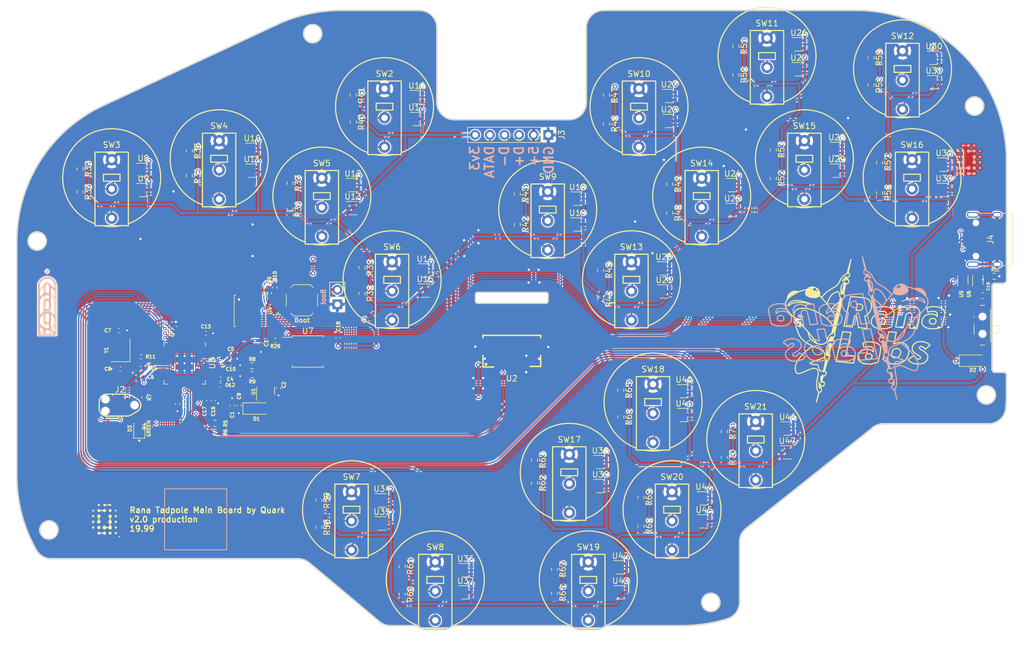
<source format=kicad_pcb>
(kicad_pcb (version 20221018) (generator pcbnew)
  (layers (0 "F.Cu" signal) (31 "B.Cu" signal) (34 "B.Paste" user) (35 "F.Paste" user) (36 "B.SilkS" user "B.Silkscreen") (37 "F.SilkS" user "F.Silkscreen") (38 "B.Mask" user) (39 "F.Mask" user) (44 "Edge.Cuts" user))
  (net 0 "")
  (net 1 "GND")
  (net 2 "AUX_USB_VBUS")
  (net 3 "+1V1")
  (net 4 "XTAL_IN")
  (net 5 "/XTAL_O")
  (net 6 "Net-(D1-A)")
  (net 7 "Net-(D3-A)")
  (net 8 "DATA")
  (net 9 "SWD")
  (net 10 "~{RESET}")
  (net 11 "SWCLK")
  (net 13 "PICO_LED")
  (net 14 "VBUS_SENSE")
  (net 15 "D+")
  (net 16 "/D_+")
  (net 17 "D-")
  (net 18 "/D_-")
  (net 19 "/~{USB_BOOT}")
  (net 20 "CS")
  (net 21 "XTAL_OUT")
  (net 22 "START")
  (net 24 "RIGHT")
  (net 25 "DOWN")
  (net 26 "LEFT")
  (net 27 "L")
  (net 28 "M1")
  (net 29 "M2")
  (net 30 "Net-(J4-SHIELD)")
  (net 31 "GCC_DATA_IN")
  (net 32 "AUX_USB_D+")
  (net 33 "AUX_USB_D-")
  (net 34 "C_UP")
  (net 35 "C_LT")
  (net 36 "A")
  (net 37 "C_DN")
  (net 38 "C_RT")
  (net 39 "UP")
  (net 40 "MS")
  (net 41 "Z")
  (net 42 "LS")
  (net 43 "X")
  (net 44 "Y")
  (net 46 "B")
  (net 47 "R")
  (net 49 "SD3")
  (net 50 "QSPI_CLK")
  (net 51 "SD0")
  (net 52 "SD2")
  (net 53 "SD1")
  (net 54 "3vDiode")
  (net 55 "EXTRA_GPIO")
  (net 56 "MB1")
  (net 57 "MB2")
  (net 58 "EXTRA_GPIO_PRTC")
  (net 59 "GCC_DATA_IN_PRTC")
  (net 60 "AUX_USB_D+_PRTC")
  (net 61 "AUX_USB_D-_PRTC")
  (net 62 "Net-(R32-Pad2)")
  (net 63 "Net-(R33-Pad2)")
  (net 64 "Net-(R34-Pad2)")
  (net 65 "Net-(R35-Pad2)")
  (net 66 "Net-(R36-Pad2)")
  (net 67 "Net-(R37-Pad2)")
  (net 68 "Net-(R38-Pad2)")
  (net 69 "Net-(R39-Pad2)")
  (net 70 "Net-(R40-Pad2)")
  (net 71 "Net-(R41-Pad2)")
  (net 72 "Net-(R42-Pad2)")
  (net 73 "Net-(R43-Pad2)")
  (net 74 "Net-(R44-Pad2)")
  (net 75 "Net-(R45-Pad2)")
  (net 76 "Net-(R46-Pad2)")
  (net 77 "Net-(R47-Pad2)")
  (net 78 "Net-(R48-Pad2)")
  (net 79 "Net-(R49-Pad2)")
  (net 80 "Net-(R50-Pad2)")
  (net 81 "Net-(R51-Pad2)")
  (net 82 "Net-(R52-Pad2)")
  (net 83 "Net-(R53-Pad2)")
  (net 84 "Net-(R54-Pad2)")
  (net 85 "Net-(R55-Pad2)")
  (net 86 "Net-(R56-Pad2)")
  (net 87 "Net-(R57-Pad2)")
  (net 88 "Net-(R58-Pad2)")
  (net 89 "Net-(R59-Pad2)")
  (net 90 "Net-(R60-Pad2)")
  (net 91 "Net-(R61-Pad2)")
  (net 92 "Net-(R62-Pad2)")
  (net 93 "Net-(R63-Pad2)")
  (net 94 "Net-(R64-Pad2)")
  (net 95 "Net-(R65-Pad2)")
  (net 96 "Net-(R66-Pad2)")
  (net 97 "Net-(R67-Pad2)")
  (net 98 "Net-(R68-Pad2)")
  (net 99 "Net-(R69-Pad2)")
  (net 100 "Net-(R70-Pad2)")
  (net 101 "Net-(R71-Pad2)")
  (net 102 "Net-(U8-Pad4)")
  (net 103 "Net-(U10-Pad4)")
  (net 104 "Net-(U12-Pad4)")
  (net 105 "Net-(U14-Pad4)")
  (net 106 "Net-(U16-Pad4)")
  (net 107 "Net-(U18-Pad4)")
  (net 108 "Net-(U20-Pad4)")
  (net 109 "Net-(U22-Pad4)")
  (net 110 "Net-(U24-Pad4)")
  (net 111 "Net-(U26-Pad4)")
  (net 112 "Net-(U28-Pad4)")
  (net 113 "Net-(U30-Pad4)")
  (net 114 "Net-(U32-Pad4)")
  (net 115 "Net-(U34-Pad4)")
  (net 116 "Net-(U36-Pad4)")
  (net 117 "Net-(U38-Pad4)")
  (net 118 "Net-(U40-Pad4)")
  (net 119 "Net-(U42-Pad4)")
  (net 120 "Net-(U44-Pad4)")
  (net 121 "Net-(U46-Pad4)")
  (footprint "Capacitor_SMD:C_0402_1005Metric" (layer "F.Cu") (at 58.915184 82.420834)
    (fp_text reference "C4")
    (fp_text value "1uF")
  )
  (footprint "Button_Switch_SMD:SW_SPDT_PCM12" (layer "F.Cu") (at 191.045 73.025 90)
    (fp_text reference "SW22" hide)
    (fp_text value "SW_SPDT")
  )
  (footprint "Package_TO_SOT_SMD:SOT-353_SC-70-5" (layer "F.Cu") (at 64.45 42.5)
    (fp_text reference "U10")
    (fp_text value "74LVC1G00")
  )
  (footprint "Resistor_SMD:R_0603_1608Metric" (layer "F.Cu") (at 53.5 47 -90)
    (fp_text reference "R34")
    (fp_text value "10K")
  )
  (footprint "Resistor_SMD:R_0603_1608Metric" (layer "F.Cu") (at 64.431202 80.085084 180)
    (fp_text reference "R8")
    (fp_text value "27")
  )
  (footprint "Package_TO_SOT_SMD:SOT-666" (layer "F.Cu") (at 187.9625 65.15 90)
    (fp_text reference "U5")
    (fp_text value "USBLC6-2P6")
  )
  (footprint "Package_TO_SOT_SMD:SOT-353_SC-70-5" (layer "F.Cu") (at 166.05 42.35)
    (fp_text reference "U28")
    (fp_text value "74LVC1G00")
  )
  (footprint "Package_TO_SOT_SMD:SOT-353_SC-70-5" (layer "F.Cu") (at 136.05 67.15)
    (fp_text reference "U21")
    (fp_text value "74LVC1G00")
  )
  (footprint "Buttons:RanaTadpole" (layer "F.Cu") (at 151.957706 92.904723)
    (fp_text reference "SW21")
    (fp_text value "~")
  )
  (footprint "Buttons:RanaTadpole" (layer "F.Cu") (at 142.562747 50.562843)
    (fp_text reference "SW14")
    (fp_text value "~")
  )
  (footprint "Package_TO_SOT_SMD:SOT-353_SC-70-5" (layer "F.Cu") (at 142.95 103.15)
    (fp_text reference "U44")
    (fp_text value "74LVC1G00")
  )
  (footprint "Package_TO_SOT_SMD:SOT-353_SC-70-5" (layer "F.Cu") (at 184.7 49.5)
    (fp_text reference "U33")
    (fp_text value "74LVC1G00")
  )
  (footprint "Capacitor_SMD:C_0402_1005Metric" (layer "F.Cu") (at 45.087952 80.544084 180)
    (fp_text reference "C14")
    (fp_text value "100nF")
  )
  (footprint "Package_TO_SOT_SMD:SOT-353_SC-70-5" (layer "F.Cu") (at 136.95 33.15)
    (fp_text reference "U22")
    (fp_text value "74LVC1G00")
  )
  (footprint "Package_TO_SOT_SMD:SOT-353_SC-70-5" (layer "F.Cu") (at 157.5 91)
    (fp_text reference "U46")
    (fp_text value "74LVC1G00")
  )
  (footprint "Package_TO_SOT_SMD:SOT-353_SC-70-5" (layer "F.Cu") (at 182.95 26.5)
    (fp_text reference "U30")
    (fp_text value "74LVC1G00")
  )
  (footprint "Buttons:RanaTadpole" (layer "F.Cu") (at 179.128254 47.363775)
    (fp_text reference "SW16")
    (fp_text value "~")
  )
  (footprint "Capacitor_SMD:C_0402_1005Metric" (layer "F.Cu") (at 51.02 73.5 135)
    (fp_text reference "C15")
    (fp_text value "100nF")
  )
  (footprint "Resistor_SMD:R_0603_1608Metric" (layer "F.Cu") (at 146.5 91.5 -90)
    (fp_text reference "R71")
    (fp_text value "10k")
  )
  (footprint "Resistor_SMD:R_0402_1005Metric" (layer "F.Cu") (at 68.35 66.46 90)
    (fp_text reference "R10")
    (fp_text value "1k")
  )
  (footprint "Resistor_SMD:R_0603_1608Metric" (layer "F.Cu") (at 132 108 -90)
    (fp_text reference "R68")
    (fp_text value "10K")
  )
  (footprint "Buttons:RanaTadpole" (layer "F.Cu") (at 58.680497 44.06446)
    (fp_text reference "SW4")
    (fp_text value "~")
  )
  (footprint "Resistor_SMD:R_0603_1608Metric" (layer "F.Cu") (at 90.5 119.825 -90)
    (fp_text reference "R60")
    (fp_text value "10K")
  )
  (footprint "Resistor_SMD:R_0603_1608Metric" (layer "F.Cu") (at 113.5 100.5 -90)
    (fp_text reference "R62")
    (fp_text value "10K")
  )
  (footprint "Resistor_SMD:R_0603_1608Metric" (layer "F.Cu") (at 146.5 96 -90)
    (fp_text reference "R70")
    (fp_text value "10K")
  )
  (footprint "Resistor_SMD:R_0402_1005Metric" (layer "F.Cu") (at 45.641202 85.575084 90)
    (fp_text reference "R7")
    (fp_text value "10k")
  )
  (footprint "Package_TO_SOT_SMD:SOT-353_SC-70-5" (layer "F.Cu") (at 94.5 67)
    (fp_text reference "U15")
    (fp_text value "74LVC1G00")
  )
  (footprint "Package_TO_SOT_SMD:SOT-353_SC-70-5" (layer "F.Cu") (at 45.5 49.5)
    (fp_text reference "U9")
    (fp_text value "74LVC1G00")
  )
  (footprint "footprint:FPC-SMD_X05A26H12G" (layer "F.Cu") (at 109.548753 78.28851 180)
    (fp_text reference "U2")
    (fp_text value "X05A26H12G")
  )
  (footprint "Resistor_SMD:R_0603_1608Metric" (layer "F.Cu") (at 113.5 96.5 -90)
    (fp_text reference "R63")
    (fp_text value "10k")
  )
  (footprint "Package_TO_SOT_SMD:SOT-23" (layer "F.Cu") (at 66.751202 84.427584 90)
    (fp_text reference "U1")
    (fp_text value "XC6206")
  )
  (footprint "Resistor_SMD:R_0603_1608Metric" (layer "F.Cu") (at 64.431202 81.615084 180)
    (fp_text reference "R9")
    (fp_text value "27")
  )
  (footprint "Capacitor_SMD:C_0603_1608Metric" (layer "F.Cu") (at 191.39 67.88)
    (fp_text reference "C19")
    (fp_text value "4.7u")
  )
  (footprint "Package_TO_SOT_SMD:SOT-353_SC-70-5" (layer "F.Cu") (at 143 107.15)
    (fp_text reference "U45")
    (fp_text value "74LVC1G00")
  )
  (footprint "Buttons:RanaTadpole" (layer "F.Cu") (at 153.918524 26.2103)
    (fp_text reference "SW11")
    (fp_text value "~")
  )
  (footprint "Resistor_SMD:R_0603_1608Metric" (layer "F.Cu") (at 53.5 42.675 -90)
    (fp_text reference "R35")
    (fp_text value "10k")
  )
  (footprint "Resistor_SMD:R_0603_1608Metric" (layer "F.Cu") (at 173.5 44.75 -90)
    (fp_text reference "R57")
    (fp_text value "10k")
  )
  (footprint "Package_TO_SOT_SMD:SOT-353_SC-70-5" (layer "F.Cu") (at 93.05 37.15)
    (fp_text reference "U17")
    (fp_text value "74LVC1G00")
  )
  (footprint "Resistor_SMD:R_0402_1005Metric" (layer "F.Cu") (at 67.38 67.43 90)
    (fp_text reference "R30")
    (fp_text value "10k")
  )
  (footprint "Package_TO_SOT_SMD:SOT-353_SC-70-5" (layer "F.Cu") (at 139.5 88.65)
    (fp_text reference "U41")
    (fp_text value "74LVC1G00")
  )
  (footprint "Button_Switch_SMD:SW_SPST_SKQG_WithStem" (layer "F.Cu") (at 73.071202 68.685084 180)
    (fp_text reference "SW1" hide)
    (fp_text value "Boot")
  )
  (footprint "Buttons:RanaTadpole" (layer "F.Cu") (at 137.402862 105.117687)
    (fp_text reference "SW20")
    (fp_text value "~")
  )
  (footprint "Buttons:RanaTadpole" (layer "F.Cu") (at 160.416907 44.06446)
    (fp_text reference "SW15")
    (fp_text value "~")
  )
  (footprint "Resistor_SMD:R_0603_1608Metric" (layer "F.Cu") (at 110.5 50.25 -90)
    (fp_text reference "R43")
    (fp_text value "10k")
  )
  (footprint "Buttons:RanaTadpole" (layer "F.Cu") (at 122.848017 117.330652)
    (fp_text reference "SW19")
    (fp_text value "~")
  )
  (footprint "Package_TO_SOT_SMD:SOT-353_SC-70-5" (layer "F.Cu") (at 87 103.5)
    (fp_text reference "U34")
    (fp_text value "74LVC1G00")
  )
  (footprint "Buttons:RanaTadpole" (layer "F.Cu") (at 81.694542 105.117687)
    (fp_text reference "SW7")
    (fp_text value "~")
  )
  (footprint "Resistor_SMD:R_0603_1608Metric" (layer "F.Cu") (at 172 31.25 -90)
    (fp_text reference "R54")
    (fp_text value "10K")
  )
  (footprint "qw-logo:qw new logo silk + copper sm" (layer "F.Cu") (at 39 107)
    (fp_text reference "H1" hide)
    (fp_text value "qw-logo" hide)
  )
  (footprint "qw-footprints:RP2040-QFN-56" (layer "F.Cu") (at 52.676202 79.655084 -90)
    (fp_text reference "U3")
    (fp_text value "RP2040")
  )
  (footprint "Capacitor_SMD:C_0402_1005Metric" (layer "F.Cu") (at 60.708952 78.131084)
    (fp_text reference "C5")
    (fp_text value "100nF")
  )
  (footprint "Package_TO_SOT_SMD:SOT-353_SC-70-5" (layer "F.Cu") (at 125 101)
    (fp_text reference "U39")
    (fp_text value "74LVC1G00")
  )
  (footprint "Capacitor_SMD:C_0402_1005Metric" (layer "F.Cu") (at 41.516184 80.642834)
    (fp_text reference "C8")
    (fp_text value "22pF")
  )
  (footprint "Package_TO_SOT_SMD:SOT-666" (layer "F.Cu") (at 190.5625 65.15 90)
    (fp_text reference "U6")
    (fp_text value "USBLC6-2P6")
  )
  (footprint "Resistor_SMD:R_0603_1608Metric" (layer "F.Cu") (at 117 115.5 -90)
    (fp_text reference "R67")
    (fp_text value "10k")
  )
  (footprint "Resistor_SMD:R_0603_1608Metric" (layer "F.Cu") (at 137 48.5 -90)
    (fp_text reference "R49")
    (fp_text value "10k")
  )
  (footprint "Diode_SMD:D_SOD-123" (layer "F.Cu") (at 65.161202 87.525084)
    (fp_text reference "D1")
    (fp_text value "Schottky Diode")
  )
  (footprint "Resistor_SMD:R_0603_1608Metric" (layer "F.Cu") (at 148.5 24.5 -90)
    (fp_text reference "R51")
    (fp_text value "10k")
  )
  (footprint "Package_TO_SOT_SMD:SOT-353_SC-70-5" (layer "F.Cu") (at 121 55.5)
    (fp_text reference "U19")
    (fp_text value "74LVC1G00")
  )
  (footprint "Resistor_SMD:R_0603_1608Metric" (layer "F.Cu") (at 128.5 89 -90)
    (fp_text reference "R64")
    (fp_text value "10K")
  )
  (footprint "Capacitor_SMD:C_0402_1005Metric" (layer "F.Cu") (at 58.915184 83.436834)
    (fp_text reference "C12")
    (fp_text value "100nF")
  )
  (footprint "1999:1999 logo md" (layer "F.Cu") (at 28.575 69.05625)
    (fp_text reference "H2" hide)
    (fp_text value "19.99 logo" hide)
  )
  (footprint "Resistor_SMD:R_0603_1608Metric" (layer "F.Cu") (at 34.5 49.825 -90)
    (fp_text reference "R33")
    (fp_text value "10K")
  )
  (footprint "Buttons:RanaTadpole" (layer "F.Cu") (at 87.432609 34.998954)
    (fp_text reference "SW2")
    (fp_text value "~")
  )
  (footprint "Package_TO_SOT_SMD:SOT-353_SC-70-5" (layer "F.Cu") (at 139.5 84.5)
    (fp_text reference "U40")
    (fp_text value "74LVC1G00")
  )
  (footprint "Resistor_SMD:R_0603_1608Metric" (layer "F.Cu") (at 137 53.5 -90)
    (fp_text reference "R48")
    (fp_text value "10K")
  )
  (footprint "Capacitor_SMD:C_0402_1005Metric" (layer "F.Cu") (at 56.375184 74.419834)
    (fp_text reference "C13")
    (fp_text value "100nF")
  )
  (footprint "Capacitor_SMD:C_0402_1005Metric" (layer "F.Cu") (at 41.262184 73.940084 180)
    (fp_text reference "C7")
    (fp_text value "22pF")
  )
  (footprint "Capacitor_SMD:C_0402_1005Metric" (layer "F.Cu") (at 62.146202 86.995084 90)
    (fp_text reference "C9")
    (fp_text value "10uF")
  )
  (footprint "Package_TO_SOT_SMD:SOT-353_SC-70-5" (layer "F.Cu") (at 136.95 37.5)
    (fp_text reference "U23")
    (fp_text value "74LVC1G00")
  )
  (footprint "Package_TO_SOT_SMD:SOT-353_SC-70-5" (layer "F.Cu") (at 159.45 24.15)
    (fp_text reference "U26")
    (fp_text value "74LVC1G00")
  )
  (footprint "Package_TO_SOT_SMD:SOT-353_SC-70-5" (layer "F.Cu") (at 147.95 48.65)
    (fp_text reference "U24")
    (fp_text value "74LVC1G00")
  )
  (footprint "Resistor_SMD:R_0603_1608Metric" (layer "F.Cu") (at 71 52.825 -90)
    (fp_text reference "R36")
    (fp_text value "10K")
  )
  (footprint "Package_TO_SOT_SMD:SOT-353_SC-70-5" (layer "F.Cu") (at 101.55 119.5)
    (fp_text reference "U37")
    (fp_text value "74LVC1G00")
  )
  (footprint "Package_TO_SOT_SMD:SOT-353_SC-70-5" (layer "F.Cu") (at 128.5 119.5)
    (fp_text reference "U43")
    (fp_text value "74LVC1G00")
  )
  (footprint "Package_TO_SOT_SMD:SOT-353_SC-70-5" (layer "F.Cu") (at 121 51)
    (fp_text reference "U18")
    (fp_text value "74LVC1G00")
  )
  (footprint "Package_TO_SOT_SMD:SOT-353_SC-70-5" (layer "F.Cu") (at 64.45 46.15)
    (fp_text reference "U11")
    (fp_text value "74LVC1G00")
  )
  (footprint "Resistor_SMD:R_0603_1608Metric" (layer "F.Cu") (at 34.5 45.825 -90)
    (fp_text reference "R32")
    (fp_text value "10k")
  )
  (footprint "Resistor_SMD:R_0603_1608Metric" (layer "F.Cu") (at 126 33 -90)
    (fp_text reference "R47")
    (fp_text value "10k")
  )
  (footprint "Connector_PinHeader_2.54mm:PinHeader_1x02_P2.54mm_Vertical" (layer "F.Cu") (at 79.23 69.4 180)
    (fp_text reference "J1" hide)
    (fp_text value "Conn_01x02" hide)
  )
  (footprint "Package_TO_SOT_SMD:SOT-353_SC-70-5" (layer "F.Cu") (at 128.45 115.15)
    (fp_text reference "U42")
    (fp_text value "74LVC1G00")
  )
  (footprint "Buttons:RanaTadpole" (layer "F.Cu") (at 131.664795 34.998954)
    (fp_text reference "SW10")
    (fp_text value "~")
  )
  (footprint "Resistor_SMD:R_0603_1608Metric" (layer "F.Cu") (at 126 38 -90)
    (fp_text reference "R46")
    (fp_text value "10K")
  )
  (footprint "Resistor_SMD:R_0603_1608Metric" (layer "F.Cu") (at 82 33 -90)
    (fp_text reference "R41")
    (fp_text value "10k")
  )
  (footprint "Package_TO_SOT_SMD:SOT-353_SC-70-5" (layer "F.Cu") (at 93.05 33.35)
    (fp_text reference "U16")
    (fp_text value "74LVC1G00")
  )
  (footprint "PCM_marbastlib-various:CON_TC2030_outlined" (layer "F.Cu") (at 41.451202 86.925084 180)
    (fp_text reference "J2")
    (fp_text value "JTAG_TC2030")
  )
  (footprint "Package_TO_SOT_SMD:SOT-353_SC-70-5" (layer "F.Cu") (at 157.45 95.15)
    (fp_text reference "U47")
    (fp_text value "74LVC1G00")
  )
  (footprint "Package_TO_SOT_SMD:SOT-353_SC-70-5" (layer "F.Cu") (at 124.95 96.85)
    (fp_text reference "U38")
    (fp_text value "74LVC1G00")
  )
  (footprint "Resistor_SMD:R_0603_1608Metric" (layer "F.Cu") (at 125 63.5 -90)
    (fp_text reference "R45")
    (fp_text value "10k")
  )
  (footprint "Resistor_SMD:R_0603_1608Metric" (layer "F.Cu") (at 90.5 115 -90)
    (fp_text reference "R61")
    (fp_text value "10k")
  )
  (footprint "Resistor_SMD:R_0603_1608Metric" (layer "F.Cu") (at 148.5 29.5 -90)
    (fp_text reference "R50")
    (fp_text value "10K")
  )
  (footprint "Package_TO_SOT_SMD:SOT-353_SC-70-5" (layer "F.Cu") (at 182.95 30.75)
    (fp_text reference "U31")
    (fp_text value "74LVC1G00")
  )
  (footprint "Buttons:RanaTadpole" (layer "F.Cu") (at 130.349783 65.117687)
    (fp_text reference "SW13")
    (fp_text value "~")
  )
  (footprint "Buttons:RanaTadpole" (layer "F.Cu") (at 76.534657 50.562843)
    (fp_text reference "SW5")
    (fp_text value "~")
  )
  (footprint "Resistor_SMD:R_0603_1608Metric" (layer "F.Cu") (at 172 26.5 -90)
    (fp_text reference "R55")
    (fp_text value "10k")
  )
  (footprint "Buttons:RanaTadpole" (layer "F.Cu") (at 88.747621 65.117687)
    (fp_text reference "SW6")
    (fp_text value "~")
  )
  (footprint "Connector_PinHeader_2.54mm:PinHeader_1x06_P2.54mm_Vertical" (layer "F.Cu") (at 115.898702 39.91 -90)
    (fp_text reference "J3")
    (fp_text value "DuPont Connector")
  )
  (footprint "Diode_SMD:D_SOD-123" (layer "F.Cu") (at 189.7 79.2)
    (fp_text reference "D2")
    (fp_text value "Schottky Diode")
  )
  (footprint "Package_TO_SOT_SMD:SOT-353_SC-70-5" (layer "F.Cu") (at 94.5 63.5)
    (fp_text reference "U14")
    (fp_text value "74LVC1G00")
  )
  (footprint "Resistor_SMD:R_0603_1608Metric" (layer "F.Cu") (at 155 42.5 -90)
    (fp_text reference "R53")
    (fp_text value "10k")
  )
  (footprint "Resistor_SMD:R_0603_1608Metric" (layer "F.Cu") (at 128.5 84.325 -90)
    (fp_text reference "R65")
    (fp_text value "10k")
  )
  (footprint "Resistor_SMD:R_0402_1005Metric" (layer "F.Cu") (at 45.087952 78.512084)
    (fp_text reference "R11")
    (fp_text value "1k")
  )
  (footprint "Resistor_SMD:R_0402_1005Metric" (layer "F.Cu") (at 68.45 75.69)
    (fp_text reference "R29")
    (fp_text value "10k")
  )
  (footprint "Package_TO_SOT_SMD:SOT-353_SC-70-5" (layer "F.Cu") (at 136 63.15)
    (fp_text reference "U20")
    (fp_text value "74LVC1G00")
  )
  (footprint "Package_TO_SOT_SMD:SOT-353_SC-70-5" (layer "F.Cu") (at 45.5 46)
    (fp_text reference "U8")
    (fp_text value "74LVC1G00")
  )
  (footprint "LED_SMD:LED_0805_2012Metric" (layer "F.Cu") (at 44.8 91 90)
    (fp_text reference "D3")
    (fp_text value "GREEN")
  )
  (footprint "Capacitor_SMD:C_0402_1005Metric" (layer "F.Cu") (at 57.660952 86.132084 -90)
    (fp_text reference "C16")
    (fp_text value "100nF")
  )
  (footprint "Package_SO:SOIC-8_5.23x5.23mm_P1.27mm" (layer "F.Cu") (at 74.1 77.595)
    (fp_text reference "U7")
    (fp_text value "W25Q128JVS")
  )
  (footprint "Resistor_SMD:R_0603_1608Metric" (layer "F.Cu") (at 76 103.5 -90)
    (fp_text reference "R59")
    (fp_text value "10k")
  )
  (footprint "Package_SO:SOIC-8_5.23x5.23mm_P1.27mm" (layer "F.Cu") (at 64.021202 70.525084 -90)
    (fp_text reference "U4")
    (fp_text value "W25Q128JVS")
  )
  (footprint "Buttons:RanaTadpole" (layer "F.Cu") (at 40 47.363775)
    (fp_text reference "SW3")
    (fp_text value "~")
  )
  (footprint "Resistor_SMD:R_0603_1608Metric" (layer "F.Cu") (at 155 47.5 -90)
    (fp_text reference "R52")
    (fp_text value "10K")
  )
  (footprint "Package_TO_SOT_SMD:SOT-353_SC-70-5" (layer "F.Cu") (at 159.45 28.5)
    (fp_text reference "U27")
    (fp_text value "74LVC1G00")
  )
  (footprint "Package_TO_SOT_SMD:SOT-353_SC-70-5" (layer "F.Cu") (at 147.95 53)
    (fp_text reference "U25")
    (fp_text value "74LVC1G00")
  )
  (footprint "Capacitor_SMD:C_0402_1005Metric" (layer "F.Cu") (at 45.087952 82.068084 180)
    (fp_text reference "C6")
    (fp_text value "100nF")
  )
  (footprint "Buttons:RanaTadpole" (layer "F.Cu") (at 96.249387 117.330652)
    (fp_text reference "SW8")
    (fp_text value "~")
  )
  (footprint "Resistor_SMD:R_0603_1608Metric" (layer "F.Cu") (at 173.5 50 -90)
    (fp_text reference "R56")
    (fp_text value "10K")
  )
  (footprint "Package_TO_SOT_SMD:SOT-353_SC-70-5" (layer "F.Cu") (at 101.55 115.65)
    (fp_text reference "U36")
    (fp_text value "74LVC1G00")
  )
  (footprint "Resistor_SMD:R_0603_1608Metric" (layer "F.Cu") (at 57.966202 91.645084)
    (fp_text reference "R6")
    (fp_text value "10k")
  )
  (footprint "Capacitor_SMD:C_0402_1005Metric" (layer "F.Cu") (at 60.946202 86.995084 -90)
    (fp_text reference "C1")
    (fp_text value "1uF")
  )
  (footprint "Resistor_SMD:R_0603_1608Metric" (layer "F.Cu") (at 117 119.675 -90)
    (fp_text reference "R66")
    (fp_text value "10K")
  )
  (footprint "Package_TO_SOT_SMD:SOT-353_SC-70-5" (layer "F.Cu") (at 81.95 52.65)
    (fp_text reference "U13")
    (fp_text value "74LVC1G00")
  )
  (footprint "Buttons:RanaTadpole" (layer "F.Cu") (at 115.794938 52.904723)
    (fp_text reference "SW9")
    (fp_text value "~")
  )
  (footprint "Resistor_SMD:R_0603_1608Metric" (layer "F.Cu") (at 76 108.175 -90)
    (fp_text reference "R58")
    (fp_text value "10K")
  )
  (footprint "logo:Logo_with_text_28mm" (layer "F.Cu") (at 171 74)
    (fp_text reference "G***" hide)
    (fp_text value "LOGO" hide)
  )
  (footprint "Buttons:RanaTadpole" (layer "F.Cu") (at 177.472295 28.436076)
    (fp_text reference "SW12")
    (fp_text value "~")
  )
  (footprint "Capacitor_SMD:C_0402_1005Metric" (layer "F.Cu") (at 68.991202 83.975084 90)
    (fp_text reference "C2")
    (fp_text value "1uF")
  )
  (footprint "Package_TO_SOT_SMD:SOT-353_SC-70-5" (layer "F.Cu") (at 87 107.5)
    (fp_text reference "U35")
    (fp_text value "74LVC1G00")
  )
  (footprint "Connector_USB:USB_C_Receptacle_XKB_U262-16XN-4BVC11" (layer "F.Cu") (at 192.825 58.12 90)
    (fp_text reference "J4")
    (fp_text value "USB_C_Receptacle_USB2.0")
  )
  (footprint "Buttons:RanaTadpole" (layer "F.Cu") (at 134.103546 86.40634)
    (fp_text reference "SW18")
    (fp_text value "~")
  )
  (footprint "Resistor_SMD:R_0603_1608Metric" (layer "F.Cu") (at 83.5 67.5 -90)
    (fp_text reference "R38")
    (fp_text value "10K")
  )
  (footprint "Capacitor_SMD:C_0402_1005Metric" (layer "F.Cu") (at 65.931202 76.175084 -90)
    (fp_text reference "C3")
    (fp_text value "100nF")
  )
  (footprint "Capacitor_SMD:C_0402_1005Metric" (layer "F.Cu") (at 60.708952 79.655084)
    (fp_text reference "C10")
    (fp_text value "1uF")
  )
  (footprint "Package_TO_SOT_SMD:SOT-353_SC-70-5" (layer "F.Cu") (at 166.05 46.15)
    (fp_text reference "U29")
    (fp_text value "74LVC1G00")
  )
  (footprint "Resistor_SMD:R_0603_1608Metric" (layer "F.Cu") (at 132 103 -90)
    (fp_text reference "R69")
    (fp_text value "10k")
  )
  (footprint "Package_TO_SOT_SMD:SOT-353_SC-70-5" (layer "F.Cu") (at 184.7 45.1)
    (fp_text reference "U32")
    (fp_text value "74LVC1G00")
  )
  (footprint "Resistor_SMD:R_0603_1608Metric" (layer "F.Cu") (at 110.5 55.5 -90)
    (fp_text reference "R42")
    (fp_text value "10K")
  )
  (footprint "Resistor_SMD:R_0603_1608Metric" (layer "F.Cu") (at 83.5 63 -90)
    (fp_text reference "R39")
    (fp_text value "10k")
  )
  (footprint "Resistor_SMD:R_0603_1608Metric" (layer "F.Cu") (at 57.966202 90.105084 180)
    (fp_text reference "R5")
    (fp_text value "5.6k")
  )
  (footprint "Resistor_SMD:R_0603_1608Metric" (layer "F.Cu") (at 82 37.675 -90)
    (fp_text reference "R40")
    (fp_text value "10K")
  )
  (footprint "Capacitor_SMD:C_0402_1005Metric" (layer "F.Cu") (at 51.46 86.71 -90)
    (fp_text reference "C11")
    (fp_text value "100nF")
  )
  (footprint "Resistor_SMD:R_0402_1005Metric" (layer "F.Cu") (at 46.72 90.62 -90)
    (fp_text reference "R4")
    (fp_text value "470")
  )
  (footprint "Package_TO_SOT_SMD:SOT-353_SC-70-5" (layer "F.Cu") (at 81.95 48.65)
    (fp_text reference "U12")
    (fp_text value "74LVC1G00")
  )
  (footprint "Resistor_SMD:R_0603_1608Metric" (layer "F.Cu") (at 193.4 64.5 180)
    (fp_text reference "R31")
    (fp_text value "1M")
  )
  (footprint "Capacitor_SMD:C_0402_1005Metric" (layer "F.Cu") (at 56.136952 86.132084 -90)
    (fp_text reference "C17")
    (fp_text value "100nF")
  )
  (footprint "Capacitor_SMD:C_0402_1005Metric" (layer "F.Cu") (at 79.38 75.2 90)
    (fp_text reference "C18")
    (fp_text value "100nF")
  )
  (footprint "Buttons:RanaTadpole" (layer "F.Cu") (at 119.548702 98.619304)
    (fp_text reference "SW17")
    (fp_text value "~")
  )
  (footprint "Crystal:Crystal_SMD_3225-4Pin_3.2x2.5mm" (layer "F.Cu") (at 41.531952 77.369084 90)
    (fp_text reference "Y1")
    (fp_text value "12MHz")
  )
  (footprint "Resistor_SMD:R_0603_1608Metric" (layer "F.Cu") (at 71 48.325 -90)
    (fp_text reference "R37")
    (fp_text value "10k")
  )
  (footprint "Resistor_SMD:R_0603_1608Metric" (layer "F.Cu") (at 125 68.5 -90)
    (fp_text reference "R44")
    (fp_text value "10K")
  )
  (footprint "logo:Logo_with_text_28mm" (layer "B.Cu") (at 168 73.5 180)
    (fp_text reference "G***" hide)
    (fp_text value "LOGO" hide)
  )
  (footprint "1999:1999 logo md" (layer "B.Cu") (at 29.004262 69.05625 180)
    (fp_text reference "H4" hide)
    (fp_text value "19.99 logo" hide)
  )
  (footprint "qw-logo:qw new logo silk + copper sm" (layer "B.Cu") (at 188.71 44.46 180)
    (fp_text reference "H3" hide)
    (fp_text value "qw-logo" hide)
  )
  (gr_line (start 49.2 101.5) (end 60 101.5) (stroke (width 0.15)) (layer "B.SilkS"))
  (gr_line (start 49.2 112.1) (end 49.2 101.5) (stroke (width 0.15)) (layer "B.SilkS"))
  (gr_line (start 60 101.5) (end 60 112.1) (stroke (width 0.15)) (layer "B.SilkS"))
  (gr_line (start 60 112.1) (end 49.2 112.1) (stroke (width 0.15)) (layer "B.SilkS"))
  (gr_arc (start 119.48167 125.275) (mid 119.845042 125.343344) (end 120.158728 125.53907) (stroke (width 0.25)) (layer "Edge.Cuts"))
  (gr_line (start 195.025 81.225) (end 193.525 81.225) (stroke (width 0.25)) (layer "Edge.Cuts"))
  (gr_arc (start 121.174315 125.935176) (mid 120.629263 125.832649) (end 120.158728 125.53907) (stroke (width 0.25)) (layer "Edge.Cuts"))
  (gr_arc (start 72.433089 113.649731) (mid 73.45915 113.830651) (end 74.361452 114.351598) (stroke (width 0.25)) (layer "Edge.Cuts"))
  (gr_arc (start 125.489902 125.53907) (mid 125.019367 125.832654) (end 124.474315 125.935176) (stroke (width 0.25)) (layer "Edge.Cuts"))
  (gr_line (start 119.48167 125.275) (end 99.56833 125.275) (stroke (width 0.25)) (layer "Edge.Cuts"))
  (gr_line (start 23.525 99.275) (end 23.525 58.387108) (stroke (width 0.25)) (layer "Edge.Cuts"))
  (gr_arc (start 88.471367 125.275) (mid 87.445312 125.094068) (end 86.543004 124.573133) (stroke (width 0.25)) (layer "Edge.Cuts"))
  (gr_line (start 38.536925 34.823105) (end 68.800438 20.710998) (stroke (width 0.25)) (layer "Edge.Cuts"))
  (gr_line (start 195.525 81.725) (end 195.525 85.162892) (stroke (width 0.25)) (layer "Edge.Cuts"))
  (gr_line (start 195.525 44.275) (end 195.525 65.225) (stroke (width 0.25)) (layer "Edge.Cuts"))
  (gr_arc (start 99.525 37.275) (mid 97.40368 36.39632) (end 96.525 34.275) (stroke (width 0.25)) (layer "Edge.Cuts"))
  (gr_circle (center 27.048702 58.382584) (end 28.648702 58.382584) (stroke (width 0.25)) (fill none) (layer "Edge.Cuts"))
  (gr_arc (start 122.525 34.275) (mid 121.64632 36.39632) (end 119.525 37.275) (stroke (width 0.25)) (layer "Edge.Cuts"))
  (gr_line (start 174.179955 90.162892) (end 192.437878 90.162892) (stroke (width 0.25)) (layer "Edge.Cuts"))
  (gr_line (start 29.534615 113.649731) (end 72.433089 113.649731) (stroke (width 0.25)) (layer "Edge.Cuts"))
  (gr_line (start 193.525 65.725) (end 195.025 65.725) (stroke (width 0.25)) (layer "Edge.Cuts"))
  (gr_arc (start 193.025 66.225) (mid 193.171447 65.871447) (end 193.525 65.725) (stroke (width 0.25)) (layer "Edge.Cuts"))
  (gr_arc (start 122.525 21.275) (mid 123.40368 19.15368) (end 125.525 18.275) (stroke (width 0.25)) (layer "Edge.Cuts"))
  (gr_arc (start 92.88304 125.275) (mid 93.246399 125.343366) (end 93.560098 125.53907) (stroke (width 0.25)) (layer "Edge.Cuts"))
  (gr_circle (center 192.048702 85.158368) (end 193.648702 85.158368) (stroke (width 0.25)) (fill none) (layer "Edge.Cuts"))
  (gr_arc (start 98.891272 125.53907) (mid 99.204965 125.343363) (end 99.56833 125.275) (stroke (width 0.25)) (layer "Edge.Cuts"))
  (gr_line (start 122.525 34.275) (end 122.525 21.275) (stroke (width 0.25)) (layer "Edge.Cuts"))
  (gr_arc (start 147.027451 124.088097) (mid 143.189557 124.976563) (end 139.261487 125.275) (stroke (width 0.25)) (layer "Edge.Cuts"))
  (gr_arc (start 68.800438 20.710998) (mid 74.161083 18.891307) (end 79.788513 18.275) (stroke (width 0.25)) (layer "Edge.Cuts"))
  (gr_line (start 103.208702 68.82) (end 103.208702 67.69) (stroke (width 0.2)) (layer "Edge.Cuts"))
  (gr_arc (start 195.525 65.225) (mid 195.378553 65.578553) (end 195.025 65.725) (stroke (width 0.25)) (layer "Edge.Cuts"))
  (gr_line (start 139.261487 125.275) (end 126.16696 125.275) (stroke (width 0.25)) (layer "Edge.Cuts"))
  (gr_line (start 115.888702 67.69) (end 115.888702 68.82) (stroke (width 0.2)) (layer "Edge.Cuts"))
  (gr_arc (start 29.534615 113.649731) (mid 28.026458 113.243094) (end 26.927173 112.133392) (stroke (width 0.25)) (layer "Edge.Cuts"))
  (gr_line (start 193.025 80.725) (end 193.025 66.225) (stroke (width 0.25)) (layer "Edge.Cuts"))
  (gr_circle (center 144.15508 121.237136) (end 145.75508 121.237136) (stroke (width 0.25)) (fill none) (layer "Edge.Cuts"))
  (gr_line (start 150.262538 108.374214) (end 172.311115 90.816099) (stroke (width 0.25)) (layer "Edge.Cuts"))
  (gr_arc (start 94.575685 125.935176) (mid 94.030639 125.832639) (end 93.560098 125.53907) (stroke (width 0.25)) (layer "Edge.Cuts"))
  (gr_arc (start 103.608702 69.22) (mid 103.325858 69.102843) (end 103.208702 68.82) (stroke (width 0.2)) (layer "Edge.Cuts"))
  (gr_arc (start 169.525 18.275) (mid 187.909776 25.890224) (end 195.525 44.275) (stroke (width 0.25)) (layer "Edge.Cuts"))
  (gr_circle (center 190.002661 34.895745) (end 191.602661 34.895745) (stroke (width 0.25)) (fill none) (layer "Edge.Cuts"))
  (gr_line (start 99.525 37.275) (end 119.525 37.275) (stroke (width 0.25)) (layer "Edge.Cuts"))
  (gr_arc (start 23.525 58.387108) (mid 27.596819 44.417315) (end 38.536925 34.823105) (stroke (width 0.25)) (layer "Edge.Cuts"))
  (gr_arc (start 149.131378 121.225048) (mid 148.548817 123.001503) (end 147.027451 124.088097) (stroke (width 0.25)) (layer "Edge.Cuts"))
  (gr_arc (start 115.888702 68.82) (mid 115.771545 69.102843) (end 115.488702 69.22) (stroke (width 0.2)) (layer "Edge.Cuts"))
  (gr_line (start 115.488702 69.22) (end 103.608702 69.22) (stroke (width 0.2)) (layer "Edge.Cuts"))
  (gr_line (start 149.131378 121.225048) (end 149.131378 110.721007) (stroke (width 0.25)) (layer "Edge.Cuts"))
  (gr_arc (start 172.311115 90.816099) (mid 173.190099 90.330886) (end 174.179955 90.162892) (stroke (width 0.25)) (layer "Edge.Cuts"))
  (gr_line (start 97.875685 125.935176) (end 94.575685 125.935176) (stroke (width 0.25)) (layer "Edge.Cuts"))
  (gr_line (start 103.608702 67.29) (end 115.488702 67.29) (stroke (width 0.2)) (layer "Edge.Cuts"))
  (gr_arc (start 195.525 85.162892) (mid 195.500367 86.294399) (end 195.426515 87.423762) (stroke (width 0.25)) (layer "Edge.Cuts"))
  (gr_line (start 96.525 21.275) (end 96.525 34.275) (stroke (width 0.25)) (layer "Edge.Cuts"))
  (gr_arc (start 125.489902 125.53907) (mid 125.803591 125.343341) (end 126.16696 125.275) (stroke (width 0.25)) (layer "Edge.Cuts"))
  (gr_circle (center 74.942324 22.303816) (end 76.542324 22.303816) (stroke (width 0.25)) (fill none) (layer "Edge.Cuts"))
  (gr_arc (start 195.025 81.225) (mid 195.378553 81.371447) (end 195.525 81.725) (stroke (width 0.25)) (layer "Edge.Cuts"))
  (gr_line (start 125.525 18.275) (end 169.525 18.275) (stroke (width 0.25)) (layer "Edge.Cuts"))
  (gr_arc (start 98.891272 125.53907) (mid 98.420735 125.832645) (end 97.875685 125.935176) (stroke (width 0.25)) (layer "Edge.Cuts"))
  (gr_arc (start 193.525 81.225) (mid 193.171447 81.078553) (end 193.025 80.725) (stroke (width 0.25)) (layer "Edge.Cuts"))
  (gr_line (start 79.788513 18.275) (end 93.525 18.275) (stroke (width 0.25)) (layer "Edge.Cuts"))
  (gr_line (start 92.88304 125.275) (end 88.471367 125.275) (stroke (width 0.25)) (layer "Edge.Cuts"))
  (gr_arc (start 103.208702 67.69) (mid 103.325859 67.407158) (end 103.608702 67.29) (stroke (width 0.2)) (layer "Edge.Cuts"))
  (gr_arc (start 93.525 18.275) (mid 95.64632 19.15368) (end 96.525 21.275) (stroke (width 0.25)) (layer "Edge.Cuts"))
  (gr_line (start 74.361452 114.351598) (end 86.543004 124.573133) (stroke (width 0.25)) (layer "Edge.Cuts"))
  (gr_line (start 124.474315 125.935176) (end 121.174315 125.935176) (stroke (width 0.25)) (layer "Edge.Cuts"))
  (gr_circle (center 29.094743 108.645207) (end 30.694743 108.645207) (stroke (width 0.25)) (fill none) (layer "Edge.Cuts"))
  (gr_arc (start 26.927173 112.133392) (mid 24.389929 105.925433) (end 23.525 99.275) (stroke (width 0.25)) (layer "Edge.Cuts"))
  (gr_arc (start 115.488702 67.29) (mid 115.771543 67.407158) (end 115.888702 67.69) (stroke (width 0.2)) (layer "Edge.Cuts"))
  (gr_arc (start 149.131378 110.721007) (mid 149.42892 109.418414) (end 150.262538 108.374214) (stroke (width 0.25)) (layer "Edge.Cuts"))
  (gr_arc (start 195.426515 87.423762) (mid 194.464871 89.374519) (end 192.437878 90.162892) (stroke (width 0.25)) (layer "Edge.Cuts"))
  (gr_text "Boot" (at 77.27 66.61 90) (layer "B.SilkS") (effects (font (size 0.8 0.8) (thickness 0.2) bold) (justify left bottom mirror)))
  (gr_text "3v3\nDATA\nD-\nD+\n5+\nGND" (at 116.91 41.65 90) (layer "B.SilkS") (effects (font (size 1.6 1.6) (thickness 0.3) bold) (justify left bottom mirror)))
  (gr_text "Rana Tadpole Main Board by Quark\nv2.0 production\n19.99" (at 43 109) (layer "F.SilkS") (effects (font (size 1 1) (thickness 0.2) bold) (justify left bottom)))
  (segment (start 42.659184 73.940084) (end 41.742184 73.940084) (width 0.381) (layer "F.Cu") (net 1))
  (segment (start 191.0705 65.45) (end 191.4505 65.07) (width 0.2) (layer "F.Cu") (net 1))
  (segment (start 62.116202 66.925084) (end 62.116202 68.526202) (width 0.5) (layer "F.Cu") (net 1))
  (segment (start 40.681952 78.222106) (end 42.381952 76.522106) (width 0.254) (layer "F.Cu") (net 1))
  (segment (start 190.5125 65.45) (end 190.42 65.45) (width 0.2) (layer "F.Cu") (net 1))
  (segment (start 47.773861 78.346987) (end 43.867383 74.440509) (width 0.2) (layer "F.Cu") (net 1))
  (segment (start 61.188952 78.131084) (end 61.188952 79.655084) (width 0.5) (layer "F.Cu") (net 1))
  (segment (start 59.395184 83.436834) (end 60.312184 83.436834) (width 0.2) (layer "F.Cu") (net 1))
  (segment (start 40.181202 86.290084) (end 40.181202 85.087823) (width 0.25) (layer "F.Cu") (net 1))
  (segment (start 60.946202 86.515084) (end 60.946202 85.735084) (width 0.5) (layer "F.Cu") (net 1))
  (segment (start 50.680589 73.160589) (end 50.680589 72.909411) (width 0.5) (layer "F.Cu") (net 1))
  (segment (start 114.233742 76.748505) (end 114.233742 78.813742) (width 0.5) (layer "F.Cu") (net 1))
  (segment (start 104.863663 78.823663) (end 104.88 78.84) (width 0.5) (layer "F.Cu") (net 1))
  (segment (start 51.46 87.19) (end 51.46 87.95) (width 0.5) (layer "F.Cu") (net 1))
  (segment (start 49.238702 78.655084) (end 48.517673 78.655084) (width 0.2) (layer "F.Cu") (net 1))
  (segment (start 112.048702 79.87) (end 112.048702 80.65) (width 0.5) (layer "F.Cu") (net 1))
  (segment (start 56.855184 74.419834) (end 57.645184 74.419834) (width 0.381) (layer "F.Cu") (net 1))
  (segment (start 62.116202 68.526202) (end 62.14 68.55) (width 0.5) (layer "F.Cu") (net 1))
  (segment (start 50.680589 72.909411) (end 51.15 72.44) (width 0.5) (layer "F.Cu") (net 1))
  (segment (start 62.146202 86.515084) (end 60.946202 86.515084) (width 0.5) (layer "F.Cu") (net 1))
  (segment (start 103.221495 76.748505) (end 103.21 76.76) (width 0.5) (layer "F.Cu") (net 1))
  (segment (start 114.233742 76.748505) (end 115.838505 76.748505) (width 0.5) (layer "F.Cu") (net 1))
  (segment (start 190.42 65.45) (end 191.0705 65.45) (width 0.2) (layer "F.Cu") (net 1))
  (segment (start 188.3995 61.78) (end 189.0095 61.17) (width 0.2) (layer "F.Cu") (net 1))
  (segment (start 114.233742 78.813742) (end 114.27 78.85) (width 0.5) (layer "F.Cu") (net 1))
  (segment (start 112.048702 78.351298) (end 112.08 78.32) (width 0.5) (layer "F.Cu") (net 1))
  (segment (start 58.501202 86.611834) (end 57.661202 86.611834) (width 0.381) (layer "F.Cu") (net 1))
  (segment (start 112.048702 81.178702) (end 112.06 81.19) (width 0.5) (layer "F.Cu") (net 1))
  (segment (start 41.036184 80.642834) (end 39.992184 80.642834) (width 0.381) (layer "F.Cu") (net 1))
  (segment (start 104.863663 76.748505) (end 104.863663 78.823663) (width 0.5) (layer "F.Cu") (net 1))
  (segment (start 187.9625 65.5) (end 187.9625 66.075) (width 0.2) (layer "F.Cu") (net 1))
  (segment (start 104.863663 76.748505) (end 103.221495 76.748505) (width 0.5) (layer "F.Cu") (net 1))
  (segment (start 112.048702 80.65) (end 112.048702 78.351298) (width 0.5) (layer "F.Cu") (net 1))
  (segment (start 41.036184 80.642834) (end 41.036184 78.823316) (width 0.381) (layer "F.Cu") (net 1))
  (segment (start 190.5625 65.5) (end 190.5125 65.45) (width 0.2) (layer "F.Cu") (net 1))
  (segment (start 57.660952 86.612084) (end 56.136952 86.612084) (width 0.381) (layer "F.Cu") (net 1))
  (segment (start 115.838505 76.748505) (end 115.9 76.81) (width 0.5) (layer "F.Cu") (net 1))
  (segment (start 68.991202 84.455084) (end 68.991202 85.235084) (width 0.5) (layer "F.Cu") (net 1))
  (segment (start 190.5625 66.075) (end 190.5625 65.5) (width 0.2) (layer "F.Cu") (net 1))
  (segment (start 88.371095 62.364213) (end 88.747621 61.987687) (width 0.2) (layer "F.Cu") (net 1))
  (segment (start 190.42 65.45) (end 188.0125 65.45) (width 0.2) (layer "F.Cu") (net 1))
  (segment (start 51.46 87.95) (end 51.43 87.98) (width 0.5) (layer "F.Cu") (net 1))
  (segment (start 188.0125 65.45) (end 187.9625 65.5) (width 0.2) (layer "F.Cu") (net 1))
  (segment (start 44.8 92.0095) (end 44.8 93.1) (width 0.5) (layer "F.Cu") (net 1))
  (segment (start 68.991202 85.235084) (end 69.001202 85.245084) (width 0.5) (layer "F.Cu") (net 1))
  (segment (start 65.931202 76.655084) (end 65.931202 77.665084) (width 0.5) (layer "F.Cu") (net 1))
  (segment (start 189.0095 61.17) (end 189.155 61.17) (width 0.2) (layer "F.Cu") (net 1))
  (segment (start 112.048702 80.65) (end 112.048702 81.178702) (width 0.5) (layer "F.Cu") (net 1))
  (segment (start 60.946202 85.735084) (end 60.936202 85.725084) (width 0.5) (layer "F.Cu") (net 1))
  (via (at 178.278754 68.3405) (size 0.8) (drill 0.4) (layers "F.Cu" "B.Cu") (net 1))
  (via (at 62.096202 88.335084) (size 0.6) (drill 0.3) (layers "F.Cu" "B.Cu") (net 1))
  (via (at 102.8805 84.0195) (size 0.8) (drill 0.4) (layers "F.Cu" "B.Cu") (net 1))
  (via (at 114.36 65.6) (size 0.8) (drill 0.4) (layers "F.Cu" "B.Cu") (net 1))
  (via (at 168 37) (size 0.8) (drill 0.4) (layers "F.Cu" "B.Cu") (net 1))
  (via (at 51.43 87.98) (size 0.6) (drill 0.3) (layers "F.Cu" "B.Cu") (net 1))
  (via (at 58.501202 86.611834) (size 0.6) (drill 0.3) (layers "F.Cu" "B.Cu") (net 1))
  (via (at 179.977754 68.3405) (size 0.8) (drill 0.4) (layers "F.Cu" "B.Cu") (net 1))
  (via (at 43.675184 81.277834) (size 0.6) (drill 0.3) (layers "F.Cu" "B.Cu") (net 1))
  (via (at 112.08 78.32) (size 0.8) (drill 0.4) (layers "F.Cu" "B.Cu") (net 1))
  (via (at 50.75 49.75) (size 0.8) (drill 0.4) (layers "F.Cu" "B.Cu") (net 1))
  (via (at 177.29 73.38) (size 0.8) (drill 0.4) (layers "F.Cu" "B.Cu") (net 1))
  (via (at 60.312184 83.436834) (size 0.6) (drill 0.3) (layers "F.Cu" "B.Cu") (net 1))
  (via (at 183.7405 73.3745) (size 0.8) (drill 0.4) (layers "F.Cu" "B.Cu") (net 1))
  (via (at 62.14 68.55) (size 0.8) (drill 0.4) (layers "F.Cu" "B.Cu") (net 1))
  (via (at 65.941202 77.675084) (size 0.6) (drill 0.3) (layers "F.Cu" "B.Cu") (net 1))
  (via (at 185.4395 73.3745) (size 0.8) (drill 0.4) (layers "F.Cu" "B.Cu") (net 1))
  (via (at 51.15 72.44) (size 0.8) (drill 0.4) (layers "F.Cu" "B.Cu") (net 1))
  (via (at 102.8805 82.2205) (size 0.8) (drill 0.4) (layers "F.Cu" "B.Cu") (net 1))
  (via (at 115.9 76.81) (size 0.8) (drill 0.4) (layers "F.Cu" "B.Cu") (net 1))
  (via (at 194.3 64.5) (size 0.8) (drill 0.4) (layers "F.Cu" "B.Cu") (net 1))
  (via (at 131 55) (size 0.8) (drill 0.4) (layers "F.Cu" "B.Cu") (net 1))
  (via (at 146.39 45.33) (size 0.8) (drill 0.4) (layers "F.Cu" "B.Cu") (net 1))
  (via (at 188.3995 61.78) (size 0.6) (drill 0.3) (layers "F.Cu" "B.Cu") (net 1))
  (via (at 101.25 58.25) (size 0.8) (drill 0.4) (layers "F.Cu" "B.Cu") (net 1))
  (via (at 64.5 61) (size 0.8) (drill 0.4) (layers "F.Cu" "B.Cu") (net 1))
  (via (at 103.75 58.75) (size 0.8) (drill 0.4) (layers "F.Cu" "B.Cu") (net 1))
  (via (at 39.992184 80.642834) (size 0.6) (drill 0.3) (layers "F.Cu" "B.Cu") (net 1))
  (via (at 185.745733 71.171985) (size 0.8) (drill 0.4) (layers "F.Cu" "B.Cu") (net 1))
  (via (at 62.328309 81.881084) (size 0.6) (drill 0.3) (layers "F.Cu" "B.Cu") (net 1))
  (via (at 57.645184 74.419834) (size 0.6) (drill 0.3) (layers "F.Cu" "B.Cu") (net 1))
  (via (at 64.5 55.5) (size 0.8) (drill 0.4) (layers "F.Cu" "B.Cu") (net 1))
  (via (at 62.328309 79.976084) (size 0.6) (drill 0.3) (layers "F.Cu" "B.Cu") (net 1))
  (via (at 104.5795 84.0195) (size 0.8) (drill 0.4) (layers "F.Cu" "B.Cu") (net 1))
  (via (at 179.517919 73.3745) (size 0.8) (drill 0.4) (layers "F.Cu" "B.Cu") (net 1))
  (via (at 150.25 39) (size 0.8) (drill 0.4) (layers "F.Cu" "B.Cu") (net 1))
  (via (at 45 58) (size 0.8) (drill 0.4) (layers "F.Cu" "B.Cu") (net 1))
  (via (at 60.936202 85.725084) (size 0.6) (drill 0.3) (layers "F.Cu" "B.Cu") (net 1))
  (via (at 134 60.5) (size 0.8) (drill 0.4) (layers "F.Cu" "B.Cu") (net 1))
  (via (at 104.5795 82.2205) (size 0.8) (drill 0.4) (layers "F.Cu" "B.Cu") (net 1))
  (via (at 183.741182 68.291791) (size 0.8) (drill 0.4) (layers "F.Cu" "B.Cu") (net 1))
  (via (at 112.06 81.19) (size 0.8) (drill 0.4) (layers "F.Cu" "B.Cu") (net 1))
  (via (at 103.75 56.5) (size 0.8) (drill 0.4) (layers "F.Cu" "B.Cu") (net 1))
  (via (at 101.298342 61) (size 0.8) (drill 0.4) (layers "F.Cu" "B.Cu") (net 1))
  (via (at 185.54 67.87) (size 0.8) (drill 0.4) (layers "F.Cu" "B.Cu") (net 1))
  (via (at 40.181202 85.087823) (size 0.6) (drill 0.3) (layers "F.Cu" "B.Cu") (net 1))
  (via (at 44.8 93.1) (size 0.8) (drill 0.4) (layers "F.Cu" "B.Cu") (net 1))
  (via (at 114.208202 63.3805) (size 0.8) (drill 0.4) (layers "F.Cu" "B.Cu") (net 1))
  (via (at 61.836184 78.864834) (size 0.6) (drill 0.3) (layers "F.Cu" "B.Cu") (net 1))
  (via (at 136 44.25) (size 0.8) (drill 0.4) (layers "F.Cu" "B.Cu") (net 1))
  (via (at 69.001202 85.245084) (size 0.6) (drill 0.3) (layers "F.Cu" "B.Cu") (net 1))
  (via (at 103.21 76.76) (size 0.8) (drill 0.4) (layers "F.Cu" "B.Cu") (net 1))
  (via (at 112.48 65.6) (size 0.8) (drill 0.4) (layers "F.Cu" "B.Cu") (net 1))
  (via (at 114.27 78.85) (size 0.8) (drill 0.4) (layers "F.Cu" "B.Cu") (net 1))
  (via (at 191.4505 65.07) (size 0.6) (drill 0.3) (layers "F.Cu" "B.Cu") (net 1))
  (via (at 112.509202 63.3805) (size 0.8) (drill 0.4) (layers "F.Cu" "B.Cu") (net 1))
  (via (at 42.659184 73.940084) (size 0.6) (drill 0.3) (layers "F.Cu" "B.Cu") (net 1))
  (via (at 104.88 78.84) (size 0.8) (drill 0.4) (layers "F.Cu" "B.Cu") (net 1))
  (arc (start 48.517673 78.655084) (mid 48.115125 78.575012) (end 47.773861 78.346987) (width 0.2) (layer "F.Cu") (net 1))
  (arc (start 42.659184 73.940084) (mid 43.313086 74.07014) (end 43.867383 74.440509) (width 0.2) (layer "F.Cu") (net 1))
  (segment (start 51.401202 80.930084) (end 53.951202 80.930084) (width 0.635) (layer "B.Cu") (net 1))
  (segment (start 51.701202 78.680084) (end 51.701202 80.630084) (width 0.635) (layer "B.Cu") (net 1))
  (segment (start 51.401202 78.380084) (end 51.701202 78.680084) (width 0.635) (layer "B.Cu") (net 1))
  (segment (start 53.951202 80.930084) (end 53.951202 78.380084) (width 0.635) (layer "B.Cu") (net 1))
  (segment (start 90.991813 61.987687) (end 90.9995 61.98) (width 0.2) (layer "B.Cu") (net 1))
  (segment (start 51.401202 78.380084) (end 53.951202 78.380084) (width 0.635) (layer "B.Cu") (net 1))
  (segment (start 53.951202 79.655084) (end 51.401202 79.655084) (width 0.635) (layer "B.Cu") (net 1))
  (segment (start 52.676202 80.930084) (end 52.676202 78.380084) (width 0.635) (layer "B.Cu") (net 1))
  (segment (start 51.701202 80.630084) (end 51.401202 80.930084) (width 0.635) (layer "B.Cu") (net 1))
  (segment (start 113.358702 65.541425) (end 113.358702 62.5) (width 0.5) (layer "F.Cu") (net 2))
  (segment (start 125.927813 20.735299) (end 126.258837 20.619469) (width 0.5) (layer "F.Cu") (net 2))
  (segment (start 189 64.7) (end 189 63.828921) (width 0.2) (layer "F.Cu") (net 2))
  (segment (start 126.600749 20.54143) (end 126.949249 20.502163) (width 0.5) (layer "F.Cu") (net 2))
  (segment (start 114.271326 38.061291) (end 114.358702 38.06) (width 0.5) (layer "F.Cu") (net 2))
  (segment (start 188.05 79.2) (end 186.8 79.2) (width 0.5) (layer "F.Cu") (net 2))
  (segment (start 183.927892 24.177892) (end 185.414861 25.664861) (width 0.5) (layer "F.Cu") (net 2))
  (segment (start 109.661991 60.661991) (end 107.467872 58.467872) (width 0.5) (layer "F.Cu") (net 2))
  (segment (start 190.5625 64.225) (end 190.5625 64.8) (width 0.2) (layer "F.Cu") (net 2))
  (segment (start 114.099229 38.091636) (end 114.271326 38.061291) (width 0.5) (layer "F.Cu") (net 2))
  (segment (start 123.891284 36.638982) (end 123.962313 36.373897) (width 0.5) (layer "F.Cu") (net 2))
  (segment (start 186.6 64.4) (end 186.6 65.1) (width 0.2) (layer "F.Cu") (net 2))
  (segment (start 179.465108 22.040168) (end 179.990679 22.115734) (width 0.5) (layer "F.Cu") (net 2))
  (segment (start 59.835618 90.105084) (end 58.791202 90.105084) (width 0.5) (layer "F.Cu") (net 2))
  (segment (start 126.949249 20.502163) (end 127.124601 20.5) (width 0.5) (layer "F.Cu") (net 2))
  (segment (start 188.1625 65) (end 188.7 65) (width 0.2) (layer "F.Cu") (net 2))
  (segment (start 187.9625 64.8) (end 188.1625 65) (width 0.2) (layer "F.Cu") (net 2))
  (segment (start 189.26 64.96) (end 189 64.7) (width 0.2) (layer "F.Cu") (net 2))
  (segment (start 123.287923 37.541979) (end 123.481979 37.347923) (width 0.5) (layer "F.Cu") (net 2))
  (segment (start 116.638702 69) (end 116.638702 67.54) (width 0.5) (layer "F.Cu") (net 2))
  (segment (start 69.241202 91.405084) (end 101.593848 91.405084) (width 0.5) (layer "F.Cu") (net 2))
  (segment (start 181.999481 22.784325) (end 182.465508 23.038794) (width 0.5) (layer "F.Cu") (net 2))
  (segment (start 113.783677 38.23878) (end 113.935016 38.151404) (width 0.5) (layer "F.Cu") (net 2))
  (segment (start 126.258837 20.619469) (end 126.600749 20.54143) (width 0.5) (layer "F.Cu") (net 2))
  (segment (start 125.040697 21.292711) (end 125.314889 21.07405) (width 0.5) (layer "F.Cu") (net 2))
  (segment (start 124.002163 23.449249) (end 124.04143 23.100749) (width 0.5) (layer "F.Cu") (net 2))
  (segment (start 122.041808 38.058133) (end 122.313897 38.022313) (width 0.5) (layer "F.Cu") (net 2))
  (segment (start 186.6 52.9) (end 186.6 56.75) (width 0.5) (layer "F.Cu") (net 2))
  (segment (start 123.998133 36.101808) (end 124 35.96459) (width 0.5) (layer "F.Cu") (net 2))
  (segment (start 182.465508 23.038794) (end 182.912194 23.325861) (width 0.5) (layer "F.Cu") (net 2))
  (segment (start 187.2 65) (end 188.1625 65) (width 0.2) (layer "F.Cu") (net 2))
  (segment (start 187.333553 56.016447) (end 186.6 56.75) (width 0.2) (layer "F.Cu") (net 2))
  (segment (start 187.75 42.75) (end 187.75 51.75) (width 0.5) (layer "F.Cu") (net 2))
  (segment (start 113.358702 42.133366) (end 113.358702 40.85) (width 0.5) (layer "F.Cu") (net 2))
  (segment (start 183.738549 23.991778) (end 183.927892 24.177892) (width 0.5) (layer "F.Cu") (net 2))
  (segment (start 125.314889 21.07405) (end 125.611839 20.887464) (width 0.5) (layer "F.Cu") (net 2))
  (segment (start 124.792711 21.540697) (end 125.040697 21.292711) (width 0.5) (layer "F.Cu") (net 2))
  (segment (start 178.669996 22) (end 178.935484 22.002289) (width 0.5) (layer "F.Cu") (net 2))
  (segment (start 124.235299 22.427813) (end 124.387464 22.111839) (width 0.5) (layer "F.Cu") (net 2))
  (segment (start 186.6 56.75) (end 186.6 64.4) (width 0.2) (layer "F.Cu") (net 2))
  (segment (start 187.8 62.214707) (end 187.8 61.407107) (width 0.2) (layer "F.Cu") (net 2))
  (segment (start 113.358702 40.85) (end 113.358702 39.91) (width 0.5) (layer "F.Cu") (net 2))
  (segment (start 123.070198 37.709045) (end 123.287923 37.541979) (width 0.5) (layer "F.Cu") (net 2))
  (segment (start 187.946447 61.053553) (end 188.183554 60.816446) (width 0.2) (layer "F.Cu") (net 2))
  (segment (start 123.481979 37.347923) (end 123.649045 37.130198) (width 0.5) (layer "F.Cu") (net 2))
  (segment (start 186.6 41.6) (end 187.75 42.75) (width 0.5) (layer "F.Cu") (net 2))
  (segment (start 61.353994 90.877876) (end 61.10841 90.632292) (width 0.5) (layer "F.Cu") (net 2))
  (segment (start 105.129382 89.940618) (end 109.584236 85.485764) (width 0.5) (layer "F.Cu") (net 2))
  (segment (start 124.04143 23.100749) (end 124.119469 22.758837) (width 0.5) (layer "F.Cu") (net 2))
  (segment (start 166.5 20.5) (end 168 22) (width 0.5) (layer "F.Cu") (net 2))
  (segment (start 123.649045 37.130198) (end 123.786263 36.892529) (width 0.5) (layer "F.Cu") (net 2))
  (segment (start 113.935016 38.151404) (end 114.099229 38.091636) (width 0.5) (layer "F.Cu") (net 2))
  (segment (start 113.359991 38.972624) (end 113.390336 38.800527) (width 0.5) (layer "F.Cu") (net 2))
  (segment (start 168 22) (end 178.669996 22) (width 0.5) (layer "F.Cu") (net 2))
  (segment (start 113.358702 39.06) (end 113.359991 38.972624) (width 0.5) (layer "F.Cu") (net 2))
  (segment (start 124.57405 21.814889) (end 124.792711 21.540697) (width 0.5) (layer "F.Cu") (net 2))
  (segment (start 183.337263 23.644063) (end 183.738549 23.991778) (width 0.5) (layer "F.Cu") (net 2))
  (segment (start 187.75 51.75) (end 186.6 52.9) (width 0.5) (layer "F.Cu") (net 2))
  (segment (start 122.578982 37.951284) (end 122.832529 37.846263) (width 0.5) (layer "F.Cu") (net 2))
  (segment (start 113.537481 38.484975) (end 113.649809 38.351108) (width 0.5) (layer "F.Cu") (net 2))
  (segment (start 186.6 65.1) (end 186.3 65.4) (width 0.2) (layer "F.Cu") (net 2))
  (segment (start 181.01899 22.378193) (end 181.516488 22.56375) (width 0.5) (layer "F.Cu") (net 2))
  (segment (start 125.611839 20.887464) (end 125.927813 20.735299) (width 0.5) (layer "F.Cu") (net 2))
  (segment (start 69.241202 83.490084) (end 66.751202 83.490084) (width 0.5) (layer "F.Cu") (net 2))
  (segment (start 69.241202 91.405084) (end 62.626786 91.405084) (width 0.5) (layer "F.Cu") (net 2))
  (segment (start 70.241202 84.490084) (end 70.241202 90.405084) (width 0.5) (layer "F.Cu") (net 2))
  (segment (start 113.450105 38.636315) (end 113.537481 38.484975) (width 0.5) (layer "F.Cu") (net 2))
  (segment (start 179.990679 22.115734) (end 180.509521 22.228601) (width 0.5) (layer "F.Cu") (net 2))
  (segment (start 189.155 55.87) (end 187.687107 55.87) (width 0.2) (layer "F.Cu") (net 2))
  (segment (start 123.786263 36.892529) (end 123.891284 36.638982) (width 0.5) (layer "F.Cu") (net 2))
  (segment (start 180.509521 22.228601) (end 181.01899 22.378193) (width 0.5) (layer "F.Cu") (net 2))
  (segment (start 188.537107 60.67) (end 189.155 60.67) (width 0.2) (layer "F.Cu") (net 2))
  (segment (start 181.516488 22.56375) (end 181.999481 22.784325) (width 0.5) (layer "F.Cu") (net 2))
  (segment (start 124 35.96459) (end 124 23.624601) (width 0.5) (layer "F.Cu") (net 2))
  (segment (start 124.119469 22.758837) (end 124.235299 22.427813) (width 0.5) (layer "F.Cu") (net 2))
  (segment (start 187.9625 64.225) (end 187.9625 64.8) (width 0.2) (layer "F.Cu") (net 2))
  (segment (start 122.313897 38.022313) (end 122.578982 37.951284) (width 0.5) (layer "F.Cu") (net 2))
  (segment (start 178.935484 22.002289) (end 179.465108 22.040168) (width 0.5) (layer "F.Cu") (net 2))
  (segment (start 107 57.338329) (end 107 50.626736) (width 0.5) (layer "F.Cu") (net 2))
  (segment (start 115.726066 66.541425) (end 114.358702 66.541425) (width 0.5) (layer "F.Cu") (net 2))
  (segment (start 123.962313 36.373897) (end 123.998133 36.101808) (width 0.5) (layer "F.Cu") (net 2))
  (segment (start 127.124601 20.5) (end 166.5 20.5) (width 0.5) (layer "F.Cu") (net 2))
  (segment (start 190.4025 64.96) (end 189.26 64.96) (width 0.2) (layer "F.Cu") (net 2))
  (segment (start 113.649809 38.351108) (end 113.783677 38.23878) (width 0.5) (layer "F.Cu") (net 2))
  (segment (start 112.048702 70) (end 115.638702 70) (width 0.5) (layer "F.Cu") (net 2))
  (segment (start 186.6 28.52604) (end 186.6 41.6) (width 0.5) (layer "F.Cu") (net 2))
  (segment (start 113.390336 38.800527) (end 113.450105 38.636315) (width 0.5) (layer "F.Cu") (net 2))
  (segment (start 186.6 64.4) (end 187.2 65) (width 0.2) (layer "F.Cu") (net 2))
  (segment (start 112.358702 61.5) (end 111.685123 61.5) (width 0.5) (layer "F.Cu") (net 2))
  (segment (start 188.853553 63.475367) (end 187.946446 62.56826) (width 0.2) (layer "F.Cu") (net 2))
  (segment (start 121.90459 38.06) (end 122.041808 38.058133) (width 0.5) (layer "F.Cu") (net 2))
  (segment (start 107.796723 48.703277) (end 112.645987 43.854013) (width 0.5) (layer "F.Cu") (net 2))
  (segment (start 190.5625 64.8) (end 190.4025 64.96) (width 0.2) (layer "F.Cu") (net 2))
  (segment (start 111.048702 81.95023) (end 111.048702 71) (width 0.5) (layer "F.Cu") (net 2))
  (segment (start 188.7 65) (end 189 64.7) (width 0.2) (layer "F.Cu") (net 2))
  (segment (start 113.358702 40.85) (end 113.358702 39.06) (width 0.5) (layer "F.Cu") (net 2))
  (segment (start 114.358702 38.06) (end 121.90459 38.06) (width 0.5) (layer "F.Cu") (net 2))
  (segment (start 182.912194 23.325861) (end 183.337263 23.644063) (width 0.5) (layer "F.Cu") (net 2))
  (segment (start 124 23.624601) (end 124.002163 23.449249) (width 0.5) (layer "F.Cu") (net 2))
  (segment (start 124.387464 22.111839) (end 124.57405 21.814889) (width 0.5) (layer "F.Cu") (net 2))
  (segment (start 122.832529 37.846263) (end 123.070198 37.709045) (width 0.5) (layer "F.Cu") (net 2))
  (via (at 186.8 79.2) (size 0.8) (drill 0.4) (layers "F.Cu" "B.Cu") (net 2))
  (via (at 186.3 65.4) (size 0.8) (drill 0.4) (layers "F.Cu" "B.Cu") (net 2))
  (arc (start 114.358702 66.541425) (mid 113.651595 66.248532) (end 113.358702 65.541425) (width 0.5) (layer "F.Cu") (net 2))
  (arc (start 101.593848 91.405084) (mid 103.507265 91.024482) (end 105.129382 89.940618) (width 0.5) (layer "F.Cu") (net 2))
  (arc (start 189 63.828921) (mid 188.96194 63.637579) (end 188.853553 63.475367) (width 0.2) (layer "F.Cu") (net 2))
  (arc (start 69.241202 83.490084) (mid 69.948309 83.782977) (end 70.241202 84.490084) (width 0.5) (layer "F.Cu") (net 2))
  (arc (start 187.333553 56.016447) (mid 187.495765 55.90806) (end 187.687107 55.87) (width 0.2) (layer "F.Cu") (net 2))
  (arc (start 188.183554 60.816446) (mid 188.345766 60.70806) (end 188.537107 60.67) (width 0.2) (layer "F.Cu") (net 2))
  (arc (start 112.645987 43.854013) (mid 113.173474 43.064573) (end 113.358702 42.133366) (width 0.5) (layer "F.Cu") (net 2))
  (arc (start 113.358702 62.5) (mid 113.065809 61.792893) (end 112.358702 61.5) (width 0.5) (layer "F.Cu") (net 2))
  (arc (start 187.8 62.214707) (mid 187.83806 62.406048) (end 187.946446 62.56826) (width 0.2) (layer "F.Cu") (net 2))
  (arc (start 107 50.626736) (mid 107.207062 49.585767) (end 107.796723 48.703277) (width 0.5) (layer "F.Cu") (net 2))
  (arc (start 187.8 61.407107) (mid 187.83806 61.215765) (end 187.946447 61.053553) (width 0.2) (layer "F.Cu") (net 2))
  (arc (start 186.6 28.52604) (mid 186.291992 26.977581) (end 185.414861 25.664861) (width 0.5) (layer "F.Cu") (net 2))
  (arc (start 116.638702 67.54) (mid 116.375979 66.864409) (end 115.726066 66.541425) (width 0.5) (layer "F.Cu") (net 2))
  (arc (start 111.685123 61.5) (mid 110.590212 61.282209) (end 109.661991 60.661991) (width 0.5) (layer "F.Cu") (net 2))
  (arc (start 107.467872 58.467872) (mid 107.121596 57.949633) (end 107 57.338329) (width 0.5) (layer "F.Cu") (net 2))
  (arc (start 115.638702 70) (mid 116.345809 69.707107) (end 116.638702 69) (width 0.5) (layer "F.Cu") (net 2))
  (arc (start 61.353994 90.877876) (mid 61.937956 91.268067) (end 62.626786 91.405084) (width 0.5) (layer "F.Cu") (net 2))
  (arc (start 111.048702 71) (mid 111.341595 70.292893) (end 112.048702 70) (width 0.5) (layer "F.Cu") (net 2))
  (arc (start 109.584236 85.485764) (mid 110.6681 83.863647) (end 111.048702 81.95023) (width 0.5) (layer "F.Cu") (net 2))
  (arc (start 70.241202 90.405084) (mid 69.948309 91.112191) (end 69.241202 91.405084) (width 0.5) (layer "F.Cu") (net 2))
  (arc (start 61.10841 90.632292) (mid 60.524448 90.242101) (end 59.835618 90.105084) (width 0.5) (layer "F.Cu") (net 2))
  (segment (start 186.8 79.2) (end 185.468679 77.868679) (width 0.5) (layer "B.Cu") (net 2))
  (segment (start 185.46868 66.23132) (end 186.3 65.4) (width 0.5) (layer "B.Cu") (net 2))
  (segment (start 184.59 75.747359) (end 184.59 68.352641) (width 0.5) (layer "B.Cu") (net 2))
  (arc (start 184.59 68.352641) (mid 184.818362 67.20459) (end 185.46868 66.23132) (width 0.5) (layer "B.Cu") (net 2))
  (arc (start 185.468679 77.868679) (mid 184.818361 76.895409) (end 184.59 75.747359) (width 0.5) (layer "B.Cu") (net 2))
  (segment (start 58.803952 79.020084) (end 59.522568 78.301468) (width 0.381) (layer "F.Cu") (net 3))
  (segment (start 56.113702 81.455084) (end 56.744915 81.455084) (width 0.2) (layer "F.Cu") (net 3))
  (segment (start 45.614424 82.068084) (end 45.567952 82.068084) (width 0.2) (layer "F.Cu") (net 3))
  (segment (start 49.238702 80.255084) (end 48.090166 80.255084) (width 0.2) (layer "F.Cu") (net 3))
  (segment (start 58.803952 79.020084) (end 58.661845 79.162191) (width 0.2) (layer "F.Cu") (net 3))
  (segment (start 57.954738 79.455084) (end 56.113702 79.455084) (width 0.2) (layer "F.Cu") (net 3))
  (segment (start 56.113702 81.455084) (end 55.269952 81.455084) (width 0.2) (layer "F.Cu") (net 3))
  (segment (start 45.580184 82.928834) (end 45.567952 82.916602) (width 0.5) (layer "F.Cu") (net 3))
  (segment (start 45.567952 82.916602) (end 45.567952 82.068084) (width 0.5) (layer "F.Cu") (net 3))
  (segment (start 47.383059 80.547977) (end 46.03871 81.892326) (width 0.2) (layer "F.Cu") (net 3))
  (segment (start 57.981747 81.967397) (end 58.435184 82.420834) (width 0.2) (layer "F.Cu") (net 3))
  (segment (start 55.269952 81.455084) (end 55.120952 81.306084) (width 0.2) (layer "F.Cu") (net 3))
  (via (at 50.576702 80.261834) (size 0.6) (drill 0.35) (layers "F.Cu" "B.Cu") (net 3))
  (via (at 54.813952 80.388834) (size 0.6) (drill 0.35) (layers "F.Cu" "B.Cu") (net 3))
  (via (at 45.580184 82.928834) (size 0.6) (drill 0.3) (layers "F.Cu" "B.Cu") (net 3))
  (via (at 58.803952 79.020084) (size 0.6) (drill 0.3) (layers "F.Cu" "B.Cu") (net 3))
  (arc (start 59.522568 78.301468) (mid 59.711294 78.175366) (end 59.933952 78.131084) (width 0.381) (layer "F.Cu") (net 3))
  (arc (start 47.383059 80.547977) (mid 47.707482 80.331204) (end 48.090166 80.255084) (width 0.2) (layer "F.Cu") (net 3))
  (arc (start 46.03871 81.892326) (mid 45.844041 82.022402) (end 45.614424 82.068084) (width 0.2) (layer "F.Cu") (net 3))
  (arc (start 57.981747 81.967397) (mid 57.414284 81.58823) (end 56.744915 81.455084) (width 0.2) (layer "F.Cu") (net 3))
  (arc (start 58.661845 79.162191) (mid 58.337422 79.378964) (end 57.954738 79.455084) (width 0.2) (layer "F.Cu") (net 3))
  (segment (start 56.596916 79.020084) (end 58.803952 79.020084) (width 0.381) (layer "B.Cu") (net 3))
  (segment (start 54.813952 80.388834) (end 55.889809 79.312977) (width 0.381) (layer "B.Cu") (net 3))
  (segment (start 45.580184 82.625066) (end 45.580184 82.928834) (width 0.381) (layer "B.Cu") (net 3))
  (segment (start 47.236309 80.554727) (end 45.873077 81.917959) (width 0.381) (layer "B.Cu") (net 3))
  (segment (start 50.576702 80.261834) (end 47.943416 80.261834) (width 0.381) (layer "B.Cu") (net 3))
  (arc (start 47.236309 80.554727) (mid 47.560732 80.337954) (end 47.943416 80.261834) (width 0.381) (layer "B.Cu") (net 3))
  (arc (start 55.889809 79.312977) (mid 56.214232 79.096204) (end 56.596916 79.020084) (width 0.381) (layer "B.Cu") (net 3))
  (arc (start 45.873077 81.917959) (mid 45.656304 82.242382) (end 45.580184 82.625066) (width 0.381) (layer "B.Cu") (net 3))
  (segment (start 40.782184 73.940084) (end 40.782184 76.168852) (width 0.2) (layer "F.Cu") (net 4))
  (segment (start 43.114335 74.956084) (end 42.641704 74.956084) (width 0.2) (layer "F.Cu") (net 4))
  (segment (start 49.238702 79.055084) (end 48.333383 79.055084) (width 0.2) (layer "F.Cu") (net 4))
  (segment (start 47.622491 78.760623) (end 44.315485 75.453617) (width 0.2) (layer "F.Cu") (net 4))
  (segment (start 41.397647 75.471389) (end 40.681952 76.187084) (width 0.2) (layer "F.Cu") (net 4))
  (arc (start 43.114335 74.956084) (mid 43.764393 75.085389) (end 44.315485 75.453617) (width 0.2) (layer "F.Cu") (net 4))
  (arc (start 42.641704 74.956084) (mid 41.968425 75.090007) (end 41.397647 75.471389) (width 0.2) (layer "F.Cu") (net 4))
  (arc (start 48.333383 79.055084) (mid 47.948651 78.978556) (end 47.622491 78.760623) (width 0.2) (layer "F.Cu") (net 4))
  (segment (start 41.996184 80.642834) (end 41.996184 78.854852) (width 0.2) (layer "F.Cu") (net 5))
  (segment (start 42.424952 78.512084) (end 44.577952 78.512084) (width 0.2) (layer "F.Cu") (net 5))
  (segment (start 66.960639 87.493316) (end 66.84297 87.493316) (width 0.5) (layer "F.Cu") (net 6))
  (segment (start 67.701202 85.365084) (end 67.701202 86.525084) (width 0.5) (layer "F.Cu") (net 6))
  (segment (start 66.84297 87.493316) (end 66.811202 87.525084) (width 0.5) (layer "F.Cu") (net 6))
  (arc (start 67.701202 86.525084) (mid 67.494555 87.133845) (end 66.960639 87.493316) (width 0.5) (layer "F.Cu") (net 6))
  (segment (start 46.695927 91.13) (end 46.72 91.13) (width 0.2) (layer "F.Cu") (net 7))
  (segment (start 44.8 90.0625) (end 45.281714 90.544214) (width 0.2) (layer "F.Cu") (net 7))
  (arc (start 45.281714 90.544214) (mid 45.93056 90.977759) (end 46.695927 91.13) (width 0.2) (layer "F.Cu") (net 7))
  (segment (start 108.048702 81.228702) (end 108.048702 80.59) (width 0.25) (layer "F.Cu") (net 8))
  (segment (start 106.548702 70.68) (end 101.53 70.68) (width 0.25) (layer "F.Cu") (net 8))
  (segment (start 108.048702 80.59) (end 108.048702 79.87) (width 0.25) (layer "F.Cu") (net 8))
  (segment (start 108.048702 80.59) (end 108.048702 72.18) (width 0.25) (layer "F.Cu") (net 8))
  (segment (start 55.191202 85.84712) (end 55.191202 86.635084) (width 0.2) (layer "F.Cu") (net 8))
  (segment (start 101.494466 47.855534) (end 104.274236 45.075764) (width 0.25) (layer "F.Cu") (net 8))
  (segment (start 54.476202 83.092584) (end 54.476202 84.303692) (width 0.2) (layer "F.Cu") (net 8))
  (segment (start 54.769095 85.010799) (end 54.898309 85.140013) (width 0.2) (layer "F.Cu") (net 8))
  (segment (start 108.06 81.24) (end 108.048702 81.228702) (width 0.25) (layer "F.Cu") (net 8))
  (segment (start 100.03 69.18) (end 100.03 51.391068) (width 0.25) (layer "F.Cu") (net 8))
  (segment (start 105.738702 41.54023) (end 105.738702 39.91) (width 0.25) (layer "F.Cu") (net 8))
  (via (at 108.06 81.24) (size 0.6) (drill 0.3) (layers "F.Cu" "B.Cu") (net 8))
  (via (at 55.203202 86.598198) (size 0.6) (drill 0.3) (layers "F.Cu" "B.Cu") (net 8))
  (arc (start 100.03 51.391068) (mid 100.410602 49.477651) (end 101.494466 47.855534) (width 0.25) (layer "F.Cu") (net 8))
  (arc (start 55.191202 85.84712) (mid 55.115082 85.464437) (end 54.898309 85.140013) (width 0.2) (layer "F.Cu") (net 8))
  (arc (start 54.476202 84.303692) (mid 54.552322 84.686375) (end 54.769095 85.010799) (width 0.2) (layer "F.Cu") (net 8))
  (arc (start 108.048702 72.18) (mid 107.609362 71.11934) (end 106.548702 70.68) (width 0.25) (layer "F.Cu") (net 8))
  (arc (start 101.53 70.68) (mid 100.46934 70.24066) (end 100.03 69.18) (width 0.25) (layer "F.Cu") (net 8))
  (arc (start 104.274236 45.075764) (mid 105.3581 43.453647) (end 105.738702 41.54023) (width 0.25) (layer "F.Cu") (net 8))
  (segment (start 59.243843 92.115084) (end 103.06 92.115084) (width 0.25) (layer "B.Cu") (net 8))
  (segment (start 56.620801 90.734683) (end 57.122523 91.236405) (width 0.25) (layer "B.Cu") (net 8))
  (segment (start 55.191202 86.635084) (end 55.191202 87.283325) (width 0.25) (layer "B.Cu") (net 8))
  (segment (start 108.06 87.115084) (end 108.06 81.24) (width 0.25) (layer "B.Cu") (net 8))
  (arc (start 103.06 92.115084) (mid 106.595534 90.650618) (end 108.06 87.115084) (width 0.25) (layer "B.Cu") (net 8))
  (arc (start 55.191202 87.283325) (mid 55.562742 89.151186) (end 56.620801 90.734683) (width 0.25) (layer "B.Cu") (net 8))
  (arc (start 57.122523 91.236405) (mid 58.095793 91.886723) (end 59.243843 92.115084) (width 0.25) (layer "B.Cu") (net 8))
  (segment (start 49.238702 81.055084) (end 48.516134 81.055084) (width 0.2) (layer "F.Cu") (net 9))
  (segment (start 38.094341 88.518223) (end 38.778331 89.202213) (width 0.2) (layer "F.Cu") (net 9))
  (segment (start 42.109408 89.766878) (end 42.298309 89.577977) (width 0.2) (layer "F.Cu") (net 9))
  (segment (start 47.448144 82.180148) (end 47.448144 82.302251) (width 0.2) (layer "F.Cu") (net 9))
  (segment (start 47.028384 83.31564) (end 46.355081 83.988943) (width 0.2) (layer "F.Cu") (net 9))
  (segment (start 47.809029 81.347975) (end 47.781438 81.375566) (width 0.2) (layer "F.Cu") (net 9))
  (segment (start 38.07507 84.781216) (end 38.060136 84.79615) (width 0.2) (layer "F.Cu") (net 9))
  (segment (start 40.740775 90.015084) (end 41.510186 90.015084) (width 0.2) (layer "F.Cu") (net 9))
  (segment (start 45.149471 84.488323) (end 38.782231 84.488323) (width 0.2) (layer "F.Cu") (net 9))
  (segment (start 42.591202 88.87087) (end 42.591202 87.535084) (width 0.2) (layer "F.Cu") (net 9))
  (segment (start 37.461202 86.242104) (end 37.461202 86.989691) (width 0.2) (layer "F.Cu") (net 9))
  (arc (start 42.298309 89.577977) (mid 42.515082 89.253553) (end 42.591202 88.87087) (width 0.2) (layer "F.Cu") (net 9))
  (arc (start 41.510186 90.015084) (mid 41.834483 89.950577) (end 42.109408 89.766878) (width 0.2) (layer "F.Cu") (net 9))
  (arc (start 47.809029 81.347975) (mid 48.133452 81.131204) (end 48.516134 81.055084) (width 0.2) (layer "F.Cu") (net 9))
  (arc (start 38.060136 84.79615) (mid 37.61686 85.459559) (end 37.461202 86.242104) (width 0.2) (layer "F.Cu") (net 9))
  (arc (start 46.355081 83.988943) (mid 45.801942 84.358538) (end 45.149471 84.488323) (width 0.2) (layer "F.Cu") (net 9))
  (arc (start 47.448144 82.302251) (mid 47.339052 82.850693) (end 47.028384 83.31564) (width 0.2) (layer "F.Cu") (net 9))
  (arc (start 38.782231 84.488323) (mid 38.399508 84.564449) (end 38.07507 84.781216) (width 0.2) (layer "F.Cu") (net 9))
  (arc (start 38.778331 89.202213) (mid 39.678708 89.803825) (end 40.740775 90.015084) (width 0.2) (layer "F.Cu") (net 9))
  (arc (start 47.781438 81.375566) (mid 47.534765 81.744707) (end 47.448144 82.180148) (width 0.2) (layer "F.Cu") (net 9))
  (arc (start 37.461202 86.989691) (mid 37.625749 87.816927) (end 38.094341 88.518223) (width 0.2) (layer "F.Cu") (net 9))
  (segment (start 49.238702 81.455084) (end 48.795269 81.455084) (width 0.2) (layer "F.Cu") (net 10))
  (segment (start 47.420077 83.536209) (end 46.545655 84.410631) (width 0.2) (layer "F.Cu") (net 10))
  (segment (start 45.392404 84.888323) (end 42.13973 84.888323) (width 0.2) (layer "F.Cu") (net 10))
  (segment (start 41.451202 85.576851) (end 41.451202 86.290084) (width 0.2) (layer "F.Cu") (net 10))
  (segment (start 41.715466 85.064059) (end 41.626938 85.152587) (width 0.2) (layer "F.Cu") (net 10))
  (segment (start 48.317599 81.652941) (end 48.117126 81.853414) (width 0.2) (layer "F.Cu") (net 10))
  (arc (start 45.392404 84.888323) (mid 46.016539 84.764175) (end 46.545655 84.410631) (width 0.2) (layer "F.Cu") (net 10))
  (arc (start 47.847664 82.503952) (mid 47.917695 82.151883) (end 48.117126 81.853414) (width 0.2) (layer "F.Cu") (net 10))
  (arc (start 42.13973 84.888323) (mid 41.91012 84.933995) (end 41.715466 85.064059) (width 0.2) (layer "F.Cu") (net 10))
  (arc (start 47.847664 82.503952) (mid 47.736538 83.062593) (end 47.420077 83.536209) (width 0.2) (layer "F.Cu") (net 10))
  (arc (start 41.626938 85.152587) (mid 41.496874 85.347241) (end 41.451202 85.576851) (width 0.2) (layer "F.Cu") (net 10))
  (arc (start 48.795269 81.455084) (mid 48.536756 81.506505) (end 48.317599 81.652941) (width 0.2) (layer "F.Cu") (net 10))
  (segment (start 41.451202 87.560084) (end 41.451202 89.385584) (width 0.2) (layer "F.Cu") (net 11))
  (segment (start 47.048624 82.152259) (end 47.048624 82.279586) (width 0.2) (layer "F.Cu") (net 11))
  (segment (start 45.03697 84.088803) (end 38.662587 84.088803) (width 0.2) (layer "F.Cu") (net 11))
  (segment (start 37.87597 84.41463) (end 37.711221 84.579379) (width 0.2) (layer "F.Cu") (net 11))
  (segment (start 37.061202 86.148665) (end 37.061202 87.092204) (width 0.2) (layer "F.Cu") (net 11))
  (segment (start 46.729855 83.049163) (end 46.152129 83.626889) (width 0.2) (layer "F.Cu") (net 11))
  (segment (start 41.451202 89.385584) (end 41.481202 89.415584) (width 0.2) (layer "F.Cu") (net 11))
  (segment (start 47.644024 80.947979) (end 47.479164 81.112839) (width 0.2) (layer "F.Cu") (net 11))
  (segment (start 37.93851 89.210214) (end 38.147291 89.418995) (width 0.2) (layer "F.Cu") (net 11))
  (segment (start 49.238702 80.655084) (end 48.351132 80.655084) (width 0.2) (layer "F.Cu") (net 11))
  (via (at 38.147291 89.418995) (size 0.6) (drill 0.3) (layers "F.Cu" "B.Cu") (net 11))
  (via (at 41.481202 89.415584) (size 0.6) (drill 0.3) (layers "F.Cu" "B.Cu") (net 11))
  (arc (start 47.479164 81.112839) (mid 47.160522 81.589718) (end 47.048624 82.152259) (width 0.2) (layer "F.Cu") (net 11))
  (arc (start 46.152129 83.626889) (mid 45.64049 83.968755) (end 45.03697 84.088803) (width 0.2) (layer "F.Cu") (net 11))
  (arc (start 47.048624 82.279586) (mid 46.965779 82.696078) (end 46.729855 83.049163) (width 0.2) (layer "F.Cu") (net 11))
  (arc (start 48.351132 80.655084) (mid 47.968448 80.731205) (end 47.644024 80.947979) (width 0.2) (layer "F.Cu") (net 11))
  (arc (start 37.711221 84.579379) (mid 37.230136 85.299374) (end 37.061202 86.148665) (width 0.2) (layer "F.Cu") (net 11))
  (arc (start 38.662587 84.088803) (mid 38.236873 84.173483) (end 37.87597 84.41463) (width 0.2) (layer "F.Cu") (net 11))
  (arc (start 37.061202 87.092204) (mid 37.289207 88.238463) (end 37.93851 89.210214) (width 0.2) (layer "F.Cu") (net 11))
  (segment (start 38.150702 89.415584) (end 38.147291 89.418995) (width 0.2) (layer "B.Cu") (net 11))
  (segment (start 41.481202 89.415584) (end 38.150702 89.415584) (width 0.2) (layer "B.Cu") (net 11))
  (segment (start 52.767291 85.118995) (end 53.136484 84.749833) (width 0.2) (layer "F.Cu") (net 13))
  (segment (start 53.276202 84.412542) (end 53.276202 83.092584) (width 0.2) (layer "F.Cu") (net 13))
  (segment (start 47.76 90.12) (end 47.75 90.11) (width 0.2) (layer "F.Cu") (net 13))
  (segment (start 47.75 90.11) (end 46.72 90.11) (width 0.2) (layer "F.Cu") (net 13))
  (segment (start 52.687291 85.118995) (end 52.767291 85.118995) (width 0.2) (layer "F.Cu") (net 13))
  (via (at 52.675702 85.118995) (size 0.6) (drill 0.3) (layers "F.Cu" "B.Cu") (net 13))
  (via (at 47.76 90.12) (size 0.6) (drill 0.3) (layers "F.Cu" "B.Cu") (net 13))
  (arc (start 53.136484 84.749833) (mid 53.239891 84.595084) (end 53.276202 84.412542) (width 0.2) (layer "F.Cu") (net 13))
  (segment (start 52.675702 88.12) (end 52.675702 85.118995) (width 0.2) (layer "B.Cu") (net 13))
  (segment (start 47.76 90.12) (end 50.675702 90.12) (width 0.2) (layer "B.Cu") (net 13))
  (arc (start 52.675702 88.12) (mid 52.089916 89.534214) (end 50.675702 90.12) (width 0.2) (layer "B.Cu") (net 13))
  (segment (start 56.675702 90.865084) (end 57.141202 90.865084) (width 0.2) (layer "F.Cu") (net 14))
  (segment (start 52.876202 83.092584) (end 52.876202 83.814979) (width 0.2) (layer "F.Cu") (net 14))
  (segment (start 57.141202 90.865084) (end 57.141202 90.105084) (width 0.2) (layer "F.Cu") (net 14))
  (segment (start 54.675702 88.41) (end 54.675702 88.865084) (width 0.2) (layer "F.Cu") (net 14))
  (segment (start 57.141202 91.645084) (end 57.141202 90.865084) (width 0.2) (layer "F.Cu") (net 14))
  (via (at 54.675702 88.41) (size 0.6) (drill 0.3) (layers "F.Cu" "B.Cu") (net 14))
  (via (at 52.675702 84.298995) (size 0.6) (drill 0.3) (layers "F.Cu" "B.Cu") (net 14))
  (arc (start 52.876202 83.814979) (mid 52.8241 84.076914) (end 52.675702 84.298995) (width 0.2) (layer "F.Cu") (net 14))
  (arc (start 56.675702 90.865084) (mid 55.261488 90.279298) (end 54.675702 88.865084) (width 0.2) (layer "F.Cu") (net 14))
  (segment (start 53.73 85.098995) (end 53.73 87.61) (width 0.2) (layer "B.Cu") (net 14))
  (segment (start 52.675702 84.298995) (end 52.93 84.298995) (width 0.2) (layer "B.Cu") (net 14))
  (segment (start 54.53 88.41) (end 54.675702 88.41) (width 0.2) (layer "B.Cu") (net 14))
  (arc (start 53.73 85.098995) (mid 53.495685 84.53331) (end 52.93 84.298995) (width 0.2) (layer "B.Cu") (net 14))
  (arc (start 53.73 87.61) (mid 53.964315 88.175685) (end 54.53 88.41) (width 0.2) (layer "B.Cu") (net 14))
  (segment (start 109.75 79.157084) (end 109.75 71.584594) (width 0.2) (layer "F.Cu") (net 15))
  (segment (start 109.75 81.969708) (end 109.75 80.375809) (width 0.2) (layer "F.Cu") (net 15))
  (segment (start 99.22 83.62) (end 99.22 84.02) (width 0.2) (layer "F.Cu") (net 15))
  (segment (start 65.256202 80.085084) (end 65.59484 79.746446) (width 0.2) (layer "F.Cu") (net 15))
  (segment (start 109.798639 79.828515) (end 109.808287 79.838163) (width 0.25) (layer "F.Cu") (net 15))
  (segment (start 98.02 83.62) (end 98.02 84.02) (width 0.2) (layer "F.Cu") (net 15))
  (segment (start 100.77 83.32) (end 108.399708 83.32) (width 0.2) (layer "F.Cu") (net 15))
  (segment (start 109.75 42.558932) (end 109.75 41.807129) (width 0.2) (layer "F.Cu") (net 15))
  (segment (start 107.985406 69.82) (end 103.6 69.82) (width 0.2) (layer "F.Cu") (net 15))
  (segment (start 65.948393 79.6) (end 66.51 79.6) (width 0.2) (layer "F.Cu") (net 15))
  (segment (start 67.01 80.1) (end 67.01 80.515708) (width 0.2) (layer "F.Cu") (net 15))
  (segment (start 98.62 84.02) (end 98.62 83.62) (width 0.2) (layer "F.Cu") (net 15))
  (segment (start 110.289119 79.838162) (end 110.298766 79.828515) (width 0.25) (layer "F.Cu") (net 15))
  (segment (start 102.6 68.82) (end 102.6 53.851068) (width 0.2) (layer "F.Cu") (net 15))
  (segment (start 104.064466 50.315534) (end 108.285534 46.094466) (width 0.2) (layer "F.Cu") (net 15))
  (segment (start 109.798639 79.828515) (end 109.808287 79.818867) (width 0.2) (layer "F.Cu") (net 15))
  (segment (start 77.042741 83.32) (end 97.72 83.32) (width 0.2) (layer "F.Cu") (net 15))
  (segment (start 100.12 83.32) (end 100.77 83.32) (width 0.2) (layer "F.Cu") (net 15))
  (segment (start 110.335787 40.392915) (end 110.818702 39.91) (width 0.2) (layer "F.Cu") (net 15))
  (segment (start 74.897944 82.00363) (end 75.628528 82.734214) (width 0.2) (layer "F.Cu") (net 15))
  (segment (start 99.82 84.02) (end 99.82 83.62) (width 0.2) (layer "F.Cu") (net 15))
  (segment (start 67.912135 81.417843) (end 73.48373 81.417843) (width 0.2) (layer "F.Cu") (net 15))
  (segment (start 110.289119 79.818868) (end 110.298766 79.828515) (width 0.2) (layer "F.Cu") (net 15))
  (arc (start 66.51 79.6) (mid 66.863553 79.746447) (end 67.01 80.1) (width 0.2) (layer "F.Cu") (net 15))
  (arc (start 98.92 83.32) (mid 99.132132 83.407868) (end 99.22 83.62) (width 0.2) (layer "F.Cu") (net 15))
  (arc (start 102.6 53.851068) (mid 102.980602 51.937651) (end 104.064466 50.315534) (width 0.2) (layer "F.Cu") (net 15))
  (arc (start 75.628528 82.734214) (mid 76.277374 83.167759) (end 77.042741 83.32) (width 0.2) (layer "F.Cu") (net 15))
  (arc (start 99.52 84.32) (mid 99.732132 84.232132) (end 99.82 84.02) (width 0.2) (layer "F.Cu") (net 15))
  (arc (start 110.289119 79.818868) (mid 110.048703 79.719284) (end 109.808287 79.818867) (width 0.25) (layer "F.Cu") (net 15))
  (arc (start 98.62 83.62) (mid 98.707868 83.407868) (end 98.92 83.32) (width 0.2) (layer "F.Cu") (net 15))
  (arc (start 97.72 83.32) (mid 97.932132 83.407868) (end 98.02 83.62) (width 0.2) (layer "F.Cu") (net 15))
  (arc (start 109.75 71.584594) (mid 109.233162 70.336838) (end 107.985406 69.82) (width 0.2) (layer "F.Cu") (net 15))
  (arc (start 108.399708 83.32) (mid 109.354509 82.924509) (end 109.75 81.969708) (width 0.2) (layer "F.Cu") (net 15))
  (arc (start 99.22 84.02) (mid 99.307868 84.232132) (end 99.52 84.32) (width 0.2) (layer "F.Cu") (net 15))
  (arc (start 109.75 41.807129) (mid 109.902241 41.041762) (end 110.335787 40.392915) (width 0.2) (layer "F.Cu") (net 15))
  (arc (start 103.6 69.82) (mid 102.892893 69.527107) (end 102.6 68.82) (width 0.2) (layer "F.Cu") (net 15))
  (arc (start 98.02 84.02) (mid 98.107868 84.232132) (end 98.32 84.32) (width 0.2) (layer "F.Cu") (net 15))
  (arc (start 67.01 80.515708) (mid 67.274229 81.153614) (end 67.912135 81.417843) (width 0.2) (layer "F.Cu") (net 15))
  (arc (start 110.289119 79.838162) (mid 110.048703 79.937746) (end 109.808287 79.838163) (width 0.25) (layer "F.Cu") (net 15))
  (arc (start 99.82 83.62) (mid 99.907868 83.407868) (end 100.12 83.32) (width 0.2) (layer "F.Cu") (net 15))
  (arc (start 73.48373 81.417843) (mid 74.249097 81.570084) (end 74.897944 82.00363) (width 0.2) (layer "F.Cu") (net 15))
  (arc (start 65.59484 79.746446) (mid 65.757052 79.63806) (end 65.948393 79.6) (width 0.2) (layer "F.Cu") (net 15))
  (arc (start 108.285534 46.094466) (mid 109.369398 44.472349) (end 109.75 42.558932) (width 0.2) (layer "F.Cu") (net 15))
  (arc (start 98.32 84.32) (mid 98.532132 84.232132) (end 98.62 84.02) (width 0.2) (layer "F.Cu") (net 15))
  (segment (start 63.446517 80.127876) (end 63.471309 80.103084) (width 0.2) (layer "F.Cu") (net 16))
  (segment (start 56.113702 80.655084) (end 62.173725 80.655084) (width 0.2) (layer "F.Cu") (net 16))
  (segment (start 63.471309 80.103084) (end 63.662309 80.103084) (width 0.2) (layer "F.Cu") (net 16))
  (arc (start 63.446517 80.127876) (mid 62.862555 80.518067) (end 62.173725 80.655084) (width 0.2) (layer "F.Cu") (net 16))
  (segment (start 64.4 81.115084) (end 64.4 79.7) (width 0.2) (layer "F.Cu") (net 17))
  (segment (start 109.35 79.154488) (end 109.35 71.72) (width 0.2) (layer "F.Cu") (net 17))
  (segment (start 64.9 79.2) (end 66.548667 79.2) (width 0.2) (layer "F.Cu") (net 17))
  (segment (start 77.208429 82.92) (end 108.3486 82.92) (width 0.2) (layer "F.Cu") (net 17))
  (segment (start 109.35 41.809725) (end 109.35 42.393246) (width 0.2) (layer "F.Cu") (net 17))
  (segment (start 75.063628 81.603628) (end 75.794217 82.334215) (width 0.2) (layer "F.Cu") (net 17))
  (segment (start 67.91 81.017843) (end 73.649416 81.017843) (width 0.2) (layer "F.Cu") (net 17))
  (segment (start 108.801215 79.831091) (end 108.798639 79.828515) (width 0.2) (layer "F.Cu") (net 17))
  (segment (start 102.2 53.685382) (end 102.2 68.92) (width 0.2) (layer "F.Cu") (net 17))
  (segment (start 108.278702 39.91) (end 108.764213 40.395511) (width 0.2) (layer "F.Cu") (net 17))
  (segment (start 107.885534 45.92878) (end 103.664466 50.149848) (width 0.2) (layer "F.Cu") (net 17))
  (segment (start 108.798639 79.828515) (end 108.801216 79.825938) (width 0.2) (layer "F.Cu") (net 17))
  (segment (start 107.85 70.22) (end 103.437654 70.22) (width 0.2) (layer "F.Cu") (net 17))
  (segment (start 67.41 80.061333) (end 67.41 80.517843) (width 0.2) (layer "F.Cu") (net 17))
  (segment (start 109.298766 79.828515) (end 109.296189 79.831092) (width 0.2) (layer "F.Cu") (net 17))
  (segment (start 109.3486 81.92) (end 109.3486 80.378405) (width 0.2) (layer "F.Cu") (net 17))
  (segment (start 65.256202 81.615084) (end 64.9 81.615084) (width 0.2) (layer "F.Cu") (net 17))
  (segment (start 109.29619 79.825939) (end 109.298766 79.828515) (width 0.2) (layer "F.Cu") (net 17))
  (arc (start 103.664466 50.149848) (mid 102.580602 51.771965) (end 102.2 53.685382) (width 0.2) (layer "F.Cu") (net 17))
  (arc (start 109.296189 79.831092) (mid 109.048702 79.933604) (end 108.801215 79.831091) (width 0.25) (layer "F.Cu") (net 17))
  (arc (start 108.3486 82.92) (mid 109.055707 82.627107) (end 109.3486 81.92) (width 0.2) (layer "F.Cu") (net 17))
  (arc (start 64.4 79.7) (mid 64.546447 79.346447) (end 64.9 79.2) (width 0.2) (layer "F.Cu") (net 17))
  (arc (start 64.4 81.115084) (mid 64.546447 81.468637) (end 64.9 81.615084) (width 0.2) (layer "F.Cu") (net 17))
  (arc (start 66.548667 79.2) (mid 67.157721 79.452279) (end 67.41 80.061333) (width 0.2) (layer "F.Cu") (net 17))
  (arc (start 73.649416 81.017843) (mid 74.414782 81.170084) (end 75.063628 81.603628) (width 0.2) (layer "F.Cu") (net 17))
  (arc (start 109.35 71.72) (mid 108.91066 70.65934) (end 107.85 70.22) (width 0.2) (layer "F.Cu") (net 17))
  (arc (start 103.437654 70.22) (mid 102.5625 69.8575) (end 102.2 68.982346) (width 0.2) (layer "F.Cu") (net 17))
  (arc (start 108.801216 79.825938) (mid 109.048703 79.723426) (end 109.29619 79.825939) (width 0.25) (layer "F.Cu") (net 17))
  (arc (start 67.91 81.017843) (mid 67.556447 80.871396) (end 67.41 80.517843) (width 0.2) (layer "F.Cu") (net 17))
  (arc (start 109.35 42.393246) (mid 108.969398 44.306663) (end 107.885534 45.92878) (width 0.2) (layer "F.Cu") (net 17))
  (arc (start 75.794217 82.334215) (mid 76.443063 82.767759) (end 77.208429 82.92) (width 0.2) (layer "F.Cu") (net 17))
  (arc (start 108.764213 40.395511) (mid 109.197759 41.044358) (end 109.35 41.809725) (width 0.2) (layer "F.Cu") (net 17))
  (segment (start 56.113702 81.055084) (end 62.217725 81.055084) (width 0.2) (layer "F.Cu") (net 18))
  (arc (start 62.217725 81.055084) (mid 62.906555 81.192101) (end 63.490517 81.582292) (width 0.2) (layer "F.Cu") (net 18))
  (segment (start 78.930084 66.835084) (end 79.23 67.135) (width 0.2) (layer "F.Cu") (net 19))
  (segment (start 69.971202 66.835084) (end 76.171202 66.835084) (width 0.2) (layer "F.Cu") (net 19))
  (segment (start 69.881202 66.925084) (end 69.971202 66.835084) (width 0.2) (layer "F.Cu") (net 19))
  (segment (start 76.171202 66.835084) (end 78.930084 66.835084) (width 0.5) (layer "F.Cu") (net 19))
  (segment (start 68.361202 66.925084) (end 69.881202 66.925084) (width 0.2) (layer "F.Cu") (net 19))
  (segment (start 59.476106 72.518818) (end 59.476106 67.329747) (width 0.2) (layer "F.Cu") (net 20))
  (segment (start 158.980686 72.275) (end 189.615 72.275) (width 0.2) (layer "F.Cu") (net 20))
  (segment (start 59.476106 67.329747) (end 59.475625 67.329266) (width 0.2) (layer "F.Cu") (net 20))
  (segment (start 59.475625 67.329266) (end 59.475625 66.521085) (width 0.2) (layer "F.Cu") (net 20))
  (segment (start 60.971626 65.025084) (end 68.105084 65.025084) (width 0.2) (layer "F.Cu") (net 20))
  (segment (start 68.3 65.9) (end 68.35 65.95) (width 0.2) (layer "F.Cu") (net 20))
  (segment (start 57.44772 76.618268) (end 58.01164 76.054348) (width 0.2) (layer "F.Cu") (net 20))
  (segment (start 68.105084 65.025084) (end 68.3 65.22) (width 0.2) (layer "F.Cu") (net 20))
  (segment (start 56.113702 77.055084) (end 56.393193 77.055079) (width 0.2) (layer "F.Cu") (net 20))
  (segment (start 68.3 65.22) (end 68.3 65.9) (width 0.2) (layer "F.Cu") (net 20))
  (via (at 158.980686 72.275) (size 0.6) (drill 0.3) (layers "F.Cu" "B.Cu") (net 20))
  (via (at 68.3 65.22) (size 0.6) (drill 0.3) (layers "F.Cu" "B.Cu") (net 20))
  (arc (start 58.01164 76.054348) (mid 59.095503 74.432233) (end 59.476106 72.518818) (width 0.2) (layer "F.Cu") (net 20))
  (arc (start 56.393193 77.055079) (mid 56.963899 76.94155) (end 57.44772 76.618268) (width 0.2) (layer "F.Cu") (net 20))
  (arc (start 59.475625 66.521085) (mid 59.913794 65.463253) (end 60.971626 65.025084) (width 0.2) (layer "F.Cu") (net 20))
  (segment (start 66.732893 65.618578) (end 66.97721 65.374261) (width 0.2) (layer "B.Cu") (net 20))
  (segment (start 92.443044 74.03) (end 72.456955 74.03) (width 0.2) (layer "B.Cu") (net 20))
  (segment (start 67.349629 65.22) (end 68.3 65.22) (width 0.2) (layer "B.Cu") (net 20))
  (segment (start 158.980686 72.275) (end 140.021954 72.275) (width 0.2) (layer "B.Cu") (net 20))
  (segment (start 137.900634 73.153679) (end 137.602992 73.451321) (width 0.2) (layer "B.Cu") (net 20))
  (segment (start 66.44 68.013045) (end 66.44 66.325685) (width 0.2) (layer "B.Cu") (net 20))
  (segment (start 116.221673 64.48) (end 104.478326 64.48) (width 0.2) (layer "B.Cu") (net 20))
  (segment (start 126.435634 73.45132) (end 118.342993 65.358679) (width 0.2) (layer "B.Cu") (net 20))
  (segment (start 135.481672 74.33) (end 128.556955 74.33) (width 0.2) (layer "B.Cu") (net 20))
  (segment (start 102.357005 65.35868) (end 94.564364 73.151321) (width 0.2) (layer "B.Cu") (net 20))
  (segment (start 70.335634 73.15132) (end 67.318679 70.134365) (width 0.2) (layer "B.Cu") (net 20))
  (arc (start 67.318679 70.134365) (mid 66.668361 69.161095) (end 66.44 68.013045) (width 0.2) (layer "B.Cu") (net 20))
  (arc (start 140.021954 72.275) (mid 138.873904 72.503361) (end 137.900634 73.153679) (width 0.2) (layer "B.Cu") (net 20))
  (arc (start 118.342993 65.358679) (mid 117.369723 64.708361) (end 116.221673 64.48) (width 0.2) (layer "B.Cu") (net 20))
  (arc (start 67.349629 65.22) (mid 67.148077 65.260091) (end 66.97721 65.374261) (width 0.2) (layer "B.Cu") (net 20))
  (arc (start 94.564364 73.151321) (mid 93.591094 73.801639) (end 92.443044 74.03) (width 0.2) (layer "B.Cu") (net 20))
  (arc (start 104.478326 64.48) (mid 103.330275 64.708362) (end 102.357005 65.35868) (width 0.2) (layer "B.Cu") (net 20))
  (arc (start 70.335634 73.15132) (mid 71.308904 73.801639) (end 72.456955 74.03) (width 0.2) (layer "B.Cu") (net 20))
  (arc (start 128.556955 74.33) (mid 127.408904 74.101639) (end 126.435634 73.45132) (width 0.2) (layer "B.Cu") (net 20))
  (arc (start 66.44 66.325685) (mid 66.51612 65.943002) (end 66.732893 65.618578) (width 0.2) (layer "B.Cu") (net 20))
  (arc (start 137.602992 73.451321) (mid 136.629722 74.101639) (end 135.481672 74.33) (width 0.2) (layer "B.Cu") (net 20))
  (segment (start 47.270166 79.455084) (end 49.238702 79.455084) (width 0.2) (layer "F.Cu") (net 21))
  (segment (start 46.00082 78.599952) (end 46.563059 79.162191) (width 0.2) (layer "F.Cu") (net 21))
  (segment (start 45.597952 78.512084) (end 45.788688 78.512084) (width 0.2) (layer "F.Cu") (net 21))
  (arc (start 45.788688 78.512084) (mid 45.903493 78.53492) (end 46.00082 78.599952) (width 0.2) (layer "F.Cu") (net 21))
  (arc (start 47.270166 79.455084) (mid 46.887483 79.378964) (end 46.563059 79.162191) (width 0.2) (layer "F.Cu") (net 21))
  (segment (start 95 33.875) (end 95 36.8) (width 0.2) (layer "F.Cu") (net 22))
  (segment (start 54.876202 76.217584) (end 54.876202 75.685109) (width 0.2) (layer "F.Cu") (net 22))
  (segment (start 94.475 33.35) (end 95 33.875) (width 0.2) (layer "F.Cu") (net 22))
  (segment (start 54.476202 75.285109) (end 54.476202 65) (width 0.2) (layer "F.Cu") (net 22))
  (segment (start 95 36.8) (end 94 37.8) (width 0.2) (layer "F.Cu") (net 22))
  (segment (start 54.876202 75.685109) (end 54.476202 75.285109) (width 0.2) (layer "F.Cu") (net 22))
  (segment (start 55.476202 64) (end 75 64) (width 0.2) (layer "F.Cu") (net 22))
  (segment (start 94 41.596874) (end 94 37.8) (width 0.2) (layer "F.Cu") (net 22))
  (segment (start 77.358579 61.207107) (end 91.900732 46.664954) (width 0.2) (layer "F.Cu") (net 22))
  (segment (start 92.1 33.35) (end 94.475 33.35) (width 0.2) (layer "F.Cu") (net 22))
  (segment (start 75 61.5) (end 76.651472 61.5) (width 0.2) (layer "F.Cu") (net 22))
  (via (at 75 61.5) (size 0.8) (drill 0.4) (layers "F.Cu" "B.Cu") (net 22))
  (via (at 75 64) (size 0.8) (drill 0.4) (layers "F.Cu" "B.Cu") (net 22))
  (arc (start 94 41.596874) (mid 93.454418 44.339699) (end 91.900732 46.664954) (width 0.2) (layer "F.Cu") (net 22))
  (arc (start 76.651472 61.5) (mid 77.034155 61.42388) (end 77.358579 61.207107) (width 0.2) (layer "F.Cu") (net 22))
  (arc (start 55.476202 64) (mid 54.769095 64.292893) (end 54.476202 65) (width 0.2) (layer "F.Cu") (net 22))
  (segment (start 75 61.5) (end 75 64) (width 0.2) (layer "B.Cu") (net 22))
  (segment (start 94.5 63.5) (end 96.2125 63.5) (width 0.2) (layer "F.Cu") (net 24))
  (segment (start 94.5 62) (end 92.5 60) (width 0.2) (layer "F.Cu") (net 24))
  (segment (start 54.076202 64.518651) (end 54.076202 76.217584) (width 0.2) (layer "F.Cu") (net 24))
  (segment (start 94.5 63.5) (end 94.5 62) (width 0.2) (layer "F.Cu") (net 24))
  (segment (start 92.5 60) (end 80.414214 60) (width 0.2) (layer "F.Cu") (net 24))
  (segment (start 93.55 63.5) (end 94.5 63.5) (width 0.2) (layer "F.Cu") (net 24))
  (segment (start 76.635786 62.95) (end 55.644853 62.95) (width 0.2) (layer "F.Cu") (net 24))
  (segment (start 97 64.2875) (end 97 66.55) (width 0.2) (layer "F.Cu") (net 24))
  (segment (start 79.707107 60.292893) (end 77.342893 62.657107) (width 0.2) (layer "F.Cu") (net 24))
  (segment (start 97 66.55) (end 95.9 67.65) (width 0.2) (layer "F.Cu") (net 24))
  (segment (start 95.9 67.65) (end 95.45 67.65) (width 0.2) (layer "F.Cu") (net 24))
  (segment (start 96.2125 63.5) (end 97 64.2875) (width 0.2) (layer "F.Cu") (net 24))
  (arc (start 80.414214 60) (mid 80.031531 60.07612) (end 79.707107 60.292893) (width 0.2) (layer "F.Cu") (net 24))
  (arc (start 77.342893 62.657107) (mid 77.01847 62.87388) (end 76.635786 62.95) (width 0.2) (layer "F.Cu") (net 24))
  (arc (start 55.644853 62.95) (mid 54.535649 63.409447) (end 54.076202 64.518651) (width 0.2) (layer "F.Cu") (net 24))
  (segment (start 53.676202 76.217584) (end 53.676202 62.998894) (width 0.2) (layer "F.Cu") (net 25))
  (segment (start 84 52.2) (end 82.9 53.3) (width 0.2) (layer "F.Cu") (net 25))
  (segment (start 57.531556 59.5) (end 77.065672 59.5) (width 0.2) (layer "F.Cu") (net 25))
  (segment (start 82.9 55.1) (end 82.9 53.3) (width 0.2) (layer "F.Cu") (net 25))
  (segment (start 54.483897 61.048946) (end 54.973092 60.559751) (width 0.2) (layer "F.Cu") (net 25))
  (segment (start 81 48.65) (end 83.375 48.65) (width 0.2) (layer "F.Cu") (net 25))
  (segment (start 79.514223 58.485777) (end 82.9 55.1) (width 0.2) (layer "F.Cu") (net 25))
  (segment (start 84 49.275) (end 84 52.2) (width 0.2) (layer "F.Cu") (net 25))
  (segment (start 83.375 48.65) (end 84 49.275) (width 0.2) (layer "F.Cu") (net 25))
  (arc (start 54.483897 61.048946) (mid 53.886115 61.94359) (end 53.676202 62.998894) (width 0.2) (layer "F.Cu") (net 25))
  (arc (start 54.973092 60.559751) (mid 56.146925 59.775421) (end 57.531556 59.5) (width 0.2) (layer "F.Cu") (net 25))
  (arc (start 79.514223 58.485777) (mid 78.390818 59.236412) (end 77.065672 59.5) (width 0.2) (layer "F.Cu") (net 25))
  (segment (start 66.5 45.7) (end 65.4 46.8) (width 0.2) (layer "F.Cu") (net 26))
  (segment (start 66.5 43.125) (end 66.5 45.7) (width 0.2) (layer "F.Cu") (net 26))
  (segment (start 54.257144 60.242856) (end 64.62626 49.87374) (width 0.2) (layer "F.Cu") (net 26))
  (segment (start 65.4 48.005767) (end 65.4 46.8) (width 0.2) (layer "F.Cu") (net 26))
  (segment (start 53.276202 76.217584) (end 53.276202 62.611059) (width 0.2) (layer "F.Cu") (net 26))
  (segment (start 63.5 42.5) (end 65.875 42.5) (width 0.2) (layer "F.Cu") (net 26))
  (segment (start 65.875 42.5) (end 66.5 43.125) (width 0.2) (layer "F.Cu") (net 26))
  (arc (start 54.257144 60.242856) (mid 53.531141 61.329397) (end 53.276202 62.611059) (width 0.2) (layer "F.Cu") (net 26))
  (arc (start 64.62626 49.87374) (mid 65.198911 49.016707) (end 65.4 48.005767) (width 0.2) (layer "F.Cu") (net 26))
  (segment (start 47.5 49.55) (end 46.9 50.15) (width 0.2) (layer "F.Cu") (net 27))
  (segment (start 52.876202 76.217584) (end 52.876202 62.35278) (width 0.2) (layer "F.Cu") (net 27))
  (segment (start 44.55 46) (end 46.925 46) (width 0.2) (layer "F.Cu") (net 27))
  (segment (start 47.5 46.575) (end 47.5 49.55) (width 0.2) (layer "F.Cu") (net 27))
  (segment (start 52.185657 60.685657) (end 47.436459 55.936459) (width 0.2) (layer "F.Cu") (net 27))
  (segment (start 46.45 53.554935) (end 46.45 50.15) (width 0.2) (layer "F.Cu") (net 27))
  (segment (start 46.925 46) (end 47.5 46.575) (width 0.2) (layer "F.Cu") (net 27))
  (segment (start 46.9 50.15) (end 46.45 50.15) (width 0.2) (layer "F.Cu") (net 27))
  (arc (start 52.185657 60.685657) (mid 52.696735 61.45054) (end 52.876202 62.35278) (width 0.2) (layer "F.Cu") (net 27))
  (arc (start 47.436459 55.936459) (mid 46.706372 54.843806) (end 46.45 53.554935) (width 0.2) (layer "F.Cu") (net 27))
  (segment (start 87 103.5) (end 88.425 103.5) (width 0.2) (layer "F.Cu") (net 28))
  (segment (start 37.004025 98.03) (end 84.324908 98.03) (width 0.2) (layer "F.Cu") (net 28))
  (segment (start 89.5 106.6) (end 87.95 108.15) (width 0.2) (layer "F.Cu") (net 28))
  (segment (start 89.5 104.575) (end 89.5 106.6) (width 0.2) (layer "F.Cu") (net 28))
  (segment (start 88.425 103.5) (end 89.5 104.575) (width 0.2) (layer "F.Cu") (net 28))
  (segment (start 86.05 103.5) (end 87 103.5) (width 0.2) (layer "F.Cu") (net 28))
  (segment (start 52.476202 76.217584) (end 52.476202 71.903115) (width 0.2) (layer "F.Cu") (net 28))
  (segment (start 34.24 72.090093) (end 34.24 95.265975) (width 0.2) (layer "F.Cu") (net 28))
  (segment (start 85.519997 98.525022) (end 87 100.005025) (width 0.2) (layer "F.Cu") (net 28))
  (segment (start 87 100.005025) (end 87 103.5) (width 0.2) (layer "F.Cu") (net 28))
  (segment (start 49.873087 69.3) (end 37.030093 69.3) (width 0.2) (layer "F.Cu") (net 28))
  (arc (start 37.030093 69.3) (mid 35.057199 70.117199) (end 34.24 72.090093) (width 0.2) (layer "F.Cu") (net 28))
  (arc (start 34.24 95.265975) (mid 35.049564 97.220436) (end 37.004025 98.03) (width 0.2) (layer "F.Cu") (net 28))
  (arc (start 52.476202 71.903115) (mid 51.713767 70.062435) (end 49.873087 69.3) (width 0.2) (layer "F.Cu") (net 28))
  (arc (start 84.324908 98.03) (mid 84.971685 98.158652) (end 85.519997 98.525022) (width 0.2) (layer "F.Cu") (net 28))
  (segment (start 49.628927 69.7) (end 37.336962 69.7) (width 0.2) (layer "F.Cu") (net 29))
  (segment (start 100.6 115.65) (end 101.5 115.65) (width 0.2) (layer "F.Cu") (net 29))
  (segment (start 34.64 72.396962) (end 34.64 94.88244) (width 0.2) (layer "F.Cu") (net 29))
  (segment (start 52.076202 76.217584) (end 52.076202 72.147275) (width 0.2) (layer "F.Cu") (net 29))
  (segment (start 101.5 107.89695) (end 101.5 115.65) (width 0.2) (layer "F.Cu") (net 29))
  (segment (start 93.845544 98.845544) (end 100.512207 105.512207) (width 0.2) (layer "F.Cu") (net 29))
  (segment (start 101.5 115.65) (end 102.975 115.65) (width 0.2) (layer "F.Cu") (net 29))
  (segment (start 104 118.65) (end 102.5 120.15) (width 0.2) (layer "F.Cu") (net 29))
  (segment (start 102.975 115.65) (end 104 116.675) (width 0.2) (layer "F.Cu") (net 29))
  (segment (start 37.38756 97.63) (end 90.910961 97.63) (width 0.2) (layer "F.Cu") (net 29))
  (segment (start 104 116.675) (end 104 118.65) (width 0.2) (layer "F.Cu") (net 29))
  (arc (start 101.5 107.89695) (mid 101.243281 106.606336) (end 100.512207 105.512207) (width 0.2) (layer "F.Cu") (net 29))
  (arc (start 52.076202 72.147275) (mid 51.359412 70.41679) (end 49.628927 69.7) (width 0.2) (layer "F.Cu") (net 29))
  (arc (start 34.64 94.88244) (mid 35.444742 96.825258) (end 37.38756 97.63) (width 0.2) (layer "F.Cu") (net 29))
  (arc (start 90.910961 97.63) (mid 92.499146 97.94591) (end 93.845544 98.845544) (width 0.2) (layer "F.Cu") (net 29))
  (arc (start 37.336962 69.7) (mid 35.429922 70.489922) (end 34.64 72.396962) (width 0.2) (layer "F.Cu") (net 29))
  (segment (start 193.9 62.44) (end 193.9 63.175) (width 0.5) (layer "F.Cu") (net 30))
  (segment (start 192.575 64.5) (end 192.2 64.875) (width 0.5) (layer "F.Cu") (net 30))
  (segment (start 193.9 63.175) (end 192.575 64.5) (width 0.5) (layer "F.Cu") (net 30))
  (segment (start 192.2 64.875) (end 192.2 67.845) (width 0.5) (layer "F.Cu") (net 30))
  (segment (start 193.9 62.44) (end 193.9 53.8) (width 0.5) (layer "F.Cu") (net 30))
  (segment (start 192.2 67.845) (end 192.165 67.88) (width 0.5) (layer "F.Cu") (net 30))
  (segment (start 189.72 53.8) (end 193.9 53.8) (width 0.5) (layer "B.Cu") (net 30))
  (segment (start 189.72 62.44) (end 193.9 62.44) (width 0.5) (layer "B.Cu") (net 30))
  (segment (start 192 63.192893) (end 192 60.697107) (width 0.2) (layer "F.Cu") (net 31))
  (segment (start 189.155 59.37) (end 189.772893 59.37) (width 0.2) (layer "F.Cu") (net 31))
  (segment (start 191.1 64.3) (end 191.853554 63.546446) (width 0.2) (layer "F.Cu") (net 31))
  (segment (start 189.772893 56.37) (end 189.155 56.37) (width 0.2) (layer "F.Cu") (net 31))
  (segment (start 190.43 58.92) (end 190.43 57.027107) (width 0.2) (layer "F.Cu") (net 31))
  (segment (start 190.126447 59.223553) (end 190.43 58.92) (width 0.2) (layer "F.Cu") (net 31))
  (segment (start 190.283553 56.673553) (end 190.126446 56.516446) (width 0.2) (layer "F.Cu") (net 31))
  (segment (start 191.853553 60.343553) (end 190.43 58.92) (width 0.2) (layer "F.Cu") (net 31))
  (arc (start 192 63.192893) (mid 191.96194 63.384234) (end 191.853554 63.546446) (width 0.2) (layer "F.Cu") (net 31))
  (arc (start 189.772893 59.37) (mid 189.964235 59.33194) (end 190.126447 59.223553) (width 0.2) (layer "F.Cu") (net 31))
  (arc (start 190.43 57.027107) (mid 190.39194 56.835765) (end 190.283553 56.673553) (width 0.2) (layer "F.Cu") (net 31))
  (arc (start 189.772893 56.37) (mid 189.964234 56.40806) (end 190.126446 56.516446) (width 0.2) (layer "F.Cu") (net 31))
  (arc (start 192 60.697107) (mid 191.96194 60.505765) (end 191.853553 60.343553) (width 0.2) (layer "F.Cu") (net 31))
  (segment (start 187.146447 58.487867) (end 188.117868 57.516446) (width 0.2) (layer "F.Cu") (net 32))
  (segment (start 190.03 57.42) (end 190.03 58.32) (width 0.2) (layer "F.Cu") (net 32))
  (segment (start 187 62.546077) (end 187 58.841421) (width 0.2) (layer "F.Cu") (net 32))
  (segment (start 189.155 57.37) (end 189.98 57.37) (width 0.2) (layer "F.Cu") (net 32))
  (segment (start 187.278554 63.031738) (end 187.146446 62.89963) (width 0.2) (layer "F.Cu") (net 32))
  (segment (start 187.425 64.3) (end 187.425 63.385291) (width 0.2) (layer "F.Cu") (net 32))
  (segment (start 189.98 57.37) (end 190.03 57.42) (width 0.2) (layer "F.Cu") (net 32))
  (segment (start 190.03 58.32) (end 189.98 58.37) (width 0.2) (layer "F.Cu") (net 32))
  (segment (start 189.98 58.37) (end 189.155 58.37) (width 0.2) (layer "F.Cu") (net 32))
  (segment (start 188.471421 57.37) (end 189.155 57.37) (width 0.2) (layer "F.Cu") (net 32))
  (arc (start 188.471421 57.37) (mid 188.28008 57.40806) (end 188.117868 57.516446) (width 0.2) (layer "F.Cu") (net 32))
  (arc (start 187 58.841421) (mid 187.03806 58.650079) (end 187.146447 58.487867) (width 0.2) (layer "F.Cu") (net 32))
  (arc (start 187.425 63.385291) (mid 187.38694 63.19395) (end 187.278554 63.031738) (width 0.2) (layer "F.Cu") (net 32))
  (arc (start 187 62.546077) (mid 187.03806 62.737418) (end 187.146446 62.89963) (width 0.2) (layer "F.Cu") (net 32))
  (segment (start 188.28 57.92) (end 188.28 58.7) (width 0.2) (layer "F.Cu") (net 33))
  (segment (start 187.4 62.380392) (end 187.4 59.007107) (width 0.2) (layer "F.Cu") (net 33))
  (segment (start 189.155 57.87) (end 188.33 57.87) (width 0.2) (layer "F.Cu") (net 33))
  (segment (start 188.5 64.3) (end 188.5 63.894606) (width 0.2) (layer "F.Cu") (net 33))
  (segment (start 187.546447 58.653553) (end 188.28 57.92) (width 0.2) (layer "F.Cu") (net 33))
  (segment (start 188.45 58.87) (end 189.155 58.87) (width 0.2) (layer "F.Cu") (net 33))
  (segment (start 188.33 57.87) (end 188.28 57.92) (width 0.2) (layer "F.Cu") (net 33))
  (segment (start 188.353553 63.541052) (end 187.546446 62.733945) (width 0.2) (layer "F.Cu") (net 33))
  (segment (start 188.28 58.7) (end 188.45 58.87) (width 0.2) (layer "F.Cu") (net 33))
  (arc (start 188.353553 63.541052) (mid 188.46194 63.703264) (end 188.5 63.894606) (width 0.2) (layer "F.Cu") (net 33))
  (arc (start 187.546446 62.733945) (mid 187.43806 62.571733) (end 187.4 62.380392) (width 0.2) (layer "F.Cu") (net 33))
  (arc (start 187.546447 58.653553) (mid 187.43806 58.815765) (end 187.4 59.007107) (width 0.2) (layer "F.Cu") (net 33))
  (segment (start 49.146581 76.960201) (end 48.985581 76.750392) (width 0.2) (layer "F.Cu") (net 34))
  (segment (start 48.853346 76.521362) (end 48.752139 76.277031) (width 0.2) (layer "F.Cu") (net 34))
  (segment (start 141.5 85.075) (end 141.5 88.75) (width 0.2) (layer "F.Cu") (net 34))
  (segment (start 48.985581 76.750392) (end 48.853346 76.521362) (width 0.2) (layer "F.Cu") (net 34))
  (segment (start 48.683692 76.021579) (end 48.649176 75.759378) (width 0.2) (layer "F.Cu") (net 34))
  (segment (start 48.649176 75.759378) (end 48.647184 75.627146) (width 0.2) (layer "F.Cu") (net 34))
  (segment (start 48.752139 76.277031) (end 48.683692 76.021579) (width 0.2) (layer "F.Cu") (net 34))
  (segment (start 138.55 84.5) (end 139.75 84.5) (width 0.2) (layer "F.Cu") (net 34))
  (segment (start 126.886068 78.845) (end 131.75 78.845) (width 0.2) (layer "F.Cu") (net 34))
  (segment (start 139.75 84.5) (end 140.925 84.5) (width 0.2) (layer "F.Cu") (net 34))
  (segment (start 48.647184 75.627146) (end 48.647184 72.53932) (width 0.2) (layer "F.Cu") (net 34))
  (segment (start 49.238702 77.055084) (end 49.146581 76.960201) (width 0.2) (layer "F.Cu") (net 34))
  (segment (start 140.925 84.5) (end 141.5 85.075) (width 0.2) (layer "F.Cu") (net 34))
  (segment (start 139.75 84.5) (end 139.75 83.925) (width 0.2) (layer "F.Cu") (net 34))
  (segment (start 46.207864 70.1) (end 37.643453 70.1) (width 0.2) (layer "F.Cu") (net 34))
  (segment (start 35.04 72.703453) (end 35.04 94.609697) (width 0.2) (layer "F.Cu") (net 34))
  (segment (start 132.744604 78.845) (end 131.75 78.845) (width 0.2) (layer "F.Cu") (net 34))
  (segment (start 37.660303 97.23) (end 104.358932 97.23) (width 0.2) (layer "F.Cu") (net 34))
  (segment (start 141.5 88.75) (end 140.95 89.3) (width 0.2) (layer "F.Cu") (net 34))
  (segment (start 139.75 83.925) (end 136.031461 80.206461) (width 0.2) (layer "F.Cu") (net 34))
  (segment (start 107.894466 95.765534) (end 123.350534 80.309466) (width 0.2) (layer "F.Cu") (net 34))
  (segment (start 140.95 89.3) (end 140.45 89.3) (width 0.2) (layer "F.Cu") (net 34))
  (arc (start 123.350534 80.309466) (mid 124.972651 79.225602) (end 126.886068 78.845) (width 0.2) (layer "F.Cu") (net 34))
  (arc (start 104.358932 97.23) (mid 106.272349 96.849398) (end 107.894466 95.765534) (width 0.2) (layer "F.Cu") (net 34))
  (arc (start 37.643453 70.1) (mid 35.802534 70.862534) (end 35.04 72.703453) (width 0.2) (layer "F.Cu") (net 34))
  (arc (start 132.744604 78.845) (mid 134.523438 79.198832) (end 136.031461 80.206461) (width 0.2) (layer "F.Cu") (net 34))
  (arc (start 35.04 94.609697) (mid 35.807469 96.462531) (end 37.660303 97.23) (width 0.2) (layer "F.Cu") (net 34))
  (arc (start 48.647184 72.53932) (mid 47.932724 70.81446) (end 46.207864 70.1) (width 0.2) (layer "F.Cu") (net 34))
  (segment (start 47.44499 71.083998) (end 47.199626 70.895727) (width 0.2) (layer "F.Cu") (net 35))
  (segment (start 47.851953 71.548044) (end 47.663679 71.302684) (width 0.2) (layer "F.Cu") (net 35))
  (segment (start 37.179509 70.609922) (end 36.899547 70.716099) (width 0.2) (layer "F.Cu") (net 35))
  (segment (start 107.572817 95.518155) (end 107.72878 95.365534) (width 0.2) (layer "F.Cu") (net 35))
  (segment (start 35.478264 72.530227) (end 35.44217 72.827463) (width 0.2) (layer "F.Cu") (net 35))
  (segment (start 35.44217 72.827463) (end 35.44 72.977173) (width 0.2) (layer "F.Cu") (net 35))
  (segment (start 35.44 94.365233) (end 35.442157 94.514193) (width 0.2) (layer "F.Cu") (net 35))
  (segment (start 35.965337 71.448008) (end 35.795247 71.694425) (width 0.2) (layer "F.Cu") (net 35))
  (segment (start 105.275965 96.713843) (end 105.697498 96.60089) (width 0.2) (layer "F.Cu") (net 35))
  (segment (start 36.383254 96.307301) (end 36.479096 96.373456) (width 0.2) (layer "F.Cu") (net 35))
  (segment (start 123.675096 79.476304) (end 124.032579 79.225991) (width 0.2) (layer "F.Cu") (net 35))
  (segment (start 36.899547 70.716099) (end 36.634425 70.855247) (width 0.2) (layer "F.Cu") (net 35))
  (segment (start 49.238702 77.455084) (end 48.803207 77.455084) (width 0.2) (layer "F.Cu") (net 35))
  (segment (start 124.806035 78.823352) (end 125.216122 78.674091) (width 0.2) (layer "F.Cu") (net 35))
  (segment (start 45.886061 70.5) (end 37.917173 70.5) (width 0.2) (layer "F.Cu") (net 35))
  (segment (start 37.170794 96.720635) (end 37.460058 96.791932) (width 0.2) (layer "F.Cu") (net 35))
  (segment (start 124.032579 79.225991) (end 124.410517 79.007787) (width 0.2) (layer "F.Cu") (net 35))
  (segment (start 104.411448 96.827666) (end 104.846191 96.789627) (width 0.2) (layer "F.Cu") (net 35))
  (segment (start 37.470227 70.538264) (end 37.179509 70.609922) (width 0.2) (layer "F.Cu") (net 35))
  (segment (start 36.634425 70.855247) (end 36.388008 71.025337) (width 0.2) (layer "F.Cu") (net 35))
  (segment (start 35.442157 94.514193) (end 35.478068 94.809942) (width 0.2) (layer "F.Cu") (net 35))
  (segment (start 48.248884 76.945329) (end 48.247665 76.898289) (width 0.2) (layer "F.Cu") (net 35))
  (segment (start 47.199626 70.895727) (end 46.931788 70.741095) (width 0.2) (layer "F.Cu") (net 35))
  (segment (start 35.478068 94.809942) (end 35.549365 95.099206) (width 0.2) (layer "F.Cu") (net 35))
  (segment (start 46.646057 70.622745) (end 46.347323 70.542704) (width 0.2) (layer "F.Cu") (net 35))
  (segment (start 36.789117 96.56087) (end 36.892234 96.61499) (width 0.2) (layer "F.Cu") (net 35))
  (segment (start 35.549365 95.099206) (end 35.65501 95.377766) (width 0.2) (layer "F.Cu") (net 35))
  (segment (start 36.388008 71.025337) (end 36.163889 71.223889) (width 0.2) (layer "F.Cu") (net 35))
  (segment (start 104.846191 96.789627) (end 105.275965 96.713843) (width 0.2) (layer "F.Cu") (net 35))
  (segment (start 125.216122 78.674091) (end 125.511142 78.59504) (width 0.2) (layer "F.Cu") (net 35))
  (segment (start 126.736331 78.445) (end 138.075207 78.445) (width 0.2) (layer "F.Cu") (net 35))
  (segment (start 48.348452 77.185683) (end 48.282847 77.07206) (width 0.2) (layer "F.Cu") (net 35))
  (segment (start 105.697498 96.60089) (end 106.107583 96.451627) (width 0.2) (layer "F.Cu") (net 35))
  (segment (start 37.917173 70.5) (end 37.767463 70.50217) (width 0.2) (layer "F.Cu") (net 35))
  (segment (start 106.107583 96.451627) (end 106.503098 96.267192) (width 0.2) (layer "F.Cu") (net 35))
  (segment (start 37.460058 96.791932) (end 37.755807 96.827843) (width 0.2) (layer "F.Cu") (net 35))
  (segment (start 35.656099 71.959547) (end 35.549922 72.239509) (width 0.2) (layer "F.Cu") (net 35))
  (segment (start 106.503098 96.267192) (end 106.881034 96.048987) (width 0.2) (layer "F.Cu") (net 35))
  (segment (start 48.00659 71.815881) (end 47.851953 71.548044) (width 0.2) (layer "F.Cu") (net 35))
  (segment (start 36.296087 96.230078) (end 36.383254 96.307301) (width 0.2) (layer "F.Cu") (net 35))
  (segment (start 142.25 82.918425) (end 142.25 94) (width 0.2) (layer "F.Cu") (net 35))
  (segment (start 123.34079 79.756822) (end 123.675096 79.476304) (width 0.2) (layer "F.Cu") (net 35))
  (segment (start 35.65501 95.377766) (end 35.793461 95.641562) (width 0.2) (layer "F.Cu") (net 35))
  (segment (start 124.410517 79.007787) (end 124.806035 78.823352) (width 0.2) (layer "F.Cu") (net 35))
  (segment (start 107.238514 95.798673) (end 107.572817 95.518155) (width 0.2) (layer "F.Cu") (net 35))
  (segment (start 36.892234 96.61499) (end 37.170794 96.720635) (width 0.2) (layer "F.Cu") (net 35))
  (segment (start 127 101.05) (end 126.4 101.65) (width 0.2) (layer "F.Cu") (net 35))
  (segment (start 48.247665 76.898289) (end 48.247665 72.861604) (width 0.2) (layer "F.Cu") (net 35))
  (segment (start 48.245357 72.706968) (end 48.204989 72.400343) (width 0.2) (layer "F.Cu") (net 35))
  (segment (start 35.549922 72.239509) (end 35.478264 72.530227) (width 0.2) (layer "F.Cu") (net 35))
  (segment (start 104.193246 96.83) (end 104.411448 96.827666) (width 0.2) (layer "F.Cu") (net 35))
  (segment (start 126.617193 78.446097) (end 126.704436 78.44517) (width 0.2) (layer "F.Cu") (net 35))
  (segment (start 36.163889 71.223889) (end 35.965337 71.448008) (width 0.2) (layer "F.Cu") (net 35))
  (segment (start 126.197918 78.473941) (end 126.387599 78.457345) (width 0.2) (layer "F.Cu") (net 35))
  (segment (start 48.247665 72.861604) (end 48.245357 72.706968) (width 0.2) (layer "F.Cu") (net 35))
  (segment (start 47.663679 71.302684) (end 47.44499 71.083998) (width 0.2) (layer "F.Cu") (net 35))
  (segment (start 126.4 101.65) (end 125.95 101.65) (width 0.2) (layer "F.Cu") (net 35))
  (segment (start 138.775 97.475) (end 127 97.475) (width 0.2) (layer "F.Cu") (net 35))
  (segment (start 37.904767 96.83) (end 104.193246 96.83) (width 0.2) (layer "F.Cu") (net 35))
  (segment (start 107.72878 95.365534) (end 123.184849 79.909466) (width 0.2) (layer "F.Cu") (net 35))
  (segment (start 48.204989 72.400343) (end 48.124944 72.10161) (width 0.2) (layer "F.Cu") (net 35))
  (segment (start 48.43416 77.273816) (end 48.482643 77.3223) (width 0.2) (layer "F.Cu") (net 35))
  (segment (start 125.766647 78.538395) (end 125.938442 78.508102) (width 0.2) (layer "F.Cu") (net 35))
  (segment (start 48.39363 77.23328) (end 48.348452 77.185683) (width 0.2) (layer "F.Cu") (net 35))
  (segment (start 46.931788 70.741095) (end 46.646057 70.622745) (width 0.2) (layer "F.Cu") (net 35))
  (segment (start 46.040697 70.50234) (end 45.886061 70.5) (width 0.2) (layer "F.Cu") (net 35))
  (segment (start 48.282847 77.07206) (end 48.248884 76.945329) (width 0.2) (layer "F.Cu") (net 35))
  (segment (start 35.793461 95.641562) (end 35.962699 95.886746) (width 0.2) (layer "F.Cu") (net 35))
  (segment (start 48.124944 72.10161) (end 48.00659 71.815881) (width 0.2) (layer "F.Cu") (net 35))
  (segment (start 46.347323 70.542704) (end 46.040697 70.50234) (width 0.2) (layer "F.Cu") (net 35))
  (segment (start 37.755807 96.827843) (end 37.904767 96.83) (width 0.2) (layer "F.Cu") (net 35))
  (segment (start 106.881034 96.048987) (end 107.238514 95.798673) (width 0.2) (layer "F.Cu") (net 35))
  (segment (start 139.85878 79.18378) (end 141.300056 80.625056) (width 0.2) (layer "F.Cu") (net 35))
  (segment (start 127 97.475) (end 127 101.05) (width 0.2) (layer "F.Cu") (net 35))
  (segment (start 35.962699 95.886746) (end 36.039922 95.973913) (width 0.2) (layer "F.Cu") (net 35))
  (segment (start 35.44 72.977173) (end 35.44 94.365233) (width 0.2) (layer "F.Cu") (net 35))
  (segment (start 123.184849 79.909466) (end 123.34079 79.756822) (width 0.2) (layer "F.Cu") (net 35))
  (segment (start 124 96.85) (end 126.375 96.85) (width 0.2) (layer "F.Cu") (net 35))
  (segment (start 126.375 96.85) (end 127 97.475) (width 0.2) (layer "F.Cu") (net 35))
  (segment (start 35.795247 71.694425) (end 35.656099 71.959547) (width 0.2) (layer "F.Cu") (net 35))
  (segment (start 142.25 94) (end 138.775 97.475) (width 0.2) (layer "F.Cu") (net 35))
  (segment (start 37.767463 70.50217) (end 37.470227 70.538264) (width 0.2) (layer "F.Cu") (net 35))
  (arc (start 48.803207 77.455084) (mid 48.629719 77.420575) (end 48.482643 77.3223) (width 0.2) (layer "F.Cu") (net 35))
  (arc (start 141.300056 80.625056) (mid 142.003118 81.677263) (end 142.25 82.918425) (width 0.2) (layer "F.Cu") (net 35))
  (arc (start 126.387599 78.457345) (mid 126.502288 78.449521) (end 126.617193 78.446097) (width 0.2) (layer "F.Cu") (net 35))
  (arc (start 36.039922 95.973913) (mid 36.164134 96.105866) (end 36.296087 96.230078) (width 0.2) (layer "F.Cu") (net 35))
  (arc (start 125.511142 78.59504) (mid 125.638277 78.56393) (end 125.766647 78.538395) (width 0.2) (layer "F.Cu") (net 35))
  (arc (start 36.479096 96.373456) (mid 36.631275 96.471847) (end 36.789117 96.56087) (width 0.2) (layer "F.Cu") (net 35))
  (arc (start 126.704436 78.44517) (mid 126.720383 78.445042) (end 126.736331 78.445) (width 0.2) (layer "F.Cu") (net 35))
  (arc (start 125.938442 78.508102) (mid 126.067807 78.48819) (end 126.197918 78.473941) (width 0.2) (layer "F.Cu") (net 35))
  (arc (start 138.075207 78.445) (mid 139.04047 78.637003) (end 139.85878 79.18378) (width 0.2) (layer "F.Cu") (net 35))
  (segment (start 47.479131 71.876068) (end 47.303786 71.647553) (width 0.2) (layer "F.Cu") (net 36))
  (segment (start 126.562707 78.045006) (end 126.570717 78.045) (width 0.2) (layer "F.Cu") (net 36))
  (segment (start 106.337468 95.867286) (end 106.715414 95.649081) (width 0.2) (layer "F.Cu") (net 36))
  (segment (start 37.383896 96.311603) (end 37.671847 96.388759) (width 0.2) (layer "F.Cu") (net 36))
  (segment (start 49.238702 77.855084) (end 48.756118 77.855084) (width 0.2) (layer "F.Cu") (net 36))
  (segment (start 47.62315 72.125515) (end 47.479131 71.876068) (width 0.2) (layer "F.Cu") (net 36))
  (segment (start 35.958397 94.886104) (end 36.072479 95.161521) (width 0.2) (layer "F.Cu") (net 36))
  (segment (start 36.85031 96.048467) (end 37.108479 96.197521) (width 0.2) (layer "F.Cu") (net 36))
  (segment (start 36.072479 95.161521) (end 36.221533 95.41969) (width 0.2) (layer "F.Cu") (net 36))
  (segment (start 36.606609 71.457742) (end 36.397742 71.666609) (width 0.2) (layer "F.Cu") (net 36))
  (segment (start 35.88075 72.714976) (end 35.842198 73.007831) (width 0.2) (layer "F.Cu") (net 36))
  (segment (start 104.245767 96.427739) (end 104.680519 96.389706) (width 0.2) (layer "F.Cu") (net 36))
  (segment (start 46.871598 71.268536) (end 46.622151 71.124518) (width 0.2) (layer "F.Cu") (net 36))
  (segment (start 46.35604 71.014291) (end 46.077818 70.939742) (width 0.2) (layer "F.Cu") (net 36))
  (segment (start 37.654976 70.94075) (end 37.369658 71.017199) (width 0.2) (layer "F.Cu") (net 36))
  (segment (start 48.683565 77.853682) (end 48.541246 77.825374) (width 0.2) (layer "F.Cu") (net 36))
  (segment (start 105.941942 96.051719) (end 106.337468 95.867286) (width 0.2) (layer "F.Cu") (net 36))
  (segment (start 125.050438 78.274098) (end 125.471974 78.161147) (width 0.2) (layer "F.Cu") (net 36))
  (segment (start 47.845523 72.95542) (end 47.807927 72.669847) (width 0.2) (layer "F.Cu") (net 36))
  (segment (start 47.807927 72.669847) (end 47.733377 72.391626) (width 0.2) (layer "F.Cu") (net 36))
  (segment (start 48.02758 77.429844) (end 47.940226 77.299089) (width 0.2) (layer "F.Cu") (net 36))
  (segment (start 126.032236 78.07395) (end 126.222001 78.057348) (width 0.2) (layer "F.Cu") (net 36))
  (segment (start 36.070235 72.15676) (end 35.957199 72.429658) (width 0.2) (layer "F.Cu") (net 36))
  (segment (start 126.570717 78.045) (end 138.092292 78.045) (width 0.2) (layer "F.Cu") (net 36))
  (segment (start 37.671847 96.388759) (end 37.967405 96.42767) (width 0.2) (layer "F.Cu") (net 36))
  (segment (start 142.65 102.8) (end 143 103.15) (width 0.2) (layer "F.Cu") (net 36))
  (segment (start 142 103.15) (end 143 103.15) (width 0.2) (layer "F.Cu") (net 36))
  (segment (start 106.715414 95.649081) (end 107.072904 95.398767) (width 0.2) (layer "F.Cu") (net 36))
  (segment (start 37.108479 96.197521) (end 37.383896 96.311603) (width 0.2) (layer "F.Cu") (net 36))
  (segment (start 47.733377 72.391626) (end 47.62315 72.125515) (width 0.2) (layer "F.Cu") (net 36))
  (segment (start 46.077818 70.939742) (end 45.792245 70.902146) (width 0.2) (layer "F.Cu") (net 36))
  (segment (start 36.840951 71.277925) (end 36.606609 71.457742) (width 0.2) (layer "F.Cu") (net 36))
  (segment (start 123.019164 79.509466) (end 123.175106 79.356822) (width 0.2) (layer "F.Cu") (net 36))
  (segment (start 105.531846 96.200978) (end 105.941942 96.051719) (width 0.2) (layer "F.Cu") (net 36))
  (segment (start 143 103.15) (end 144.375 103.15) (width 0.2) (layer "F.Cu") (net 36))
  (segment (start 38.095522 70.9) (end 37.947831 70.902198) (width 0.2) (layer "F.Cu") (net 36))
  (segment (start 123.509412 79.076306) (end 123.866895 78.825994) (width 0.2) (layer "F.Cu") (net 36))
  (segment (start 47.847665 73.099438) (end 47.845523 72.95542) (width 0.2) (layer "F.Cu") (net 36))
  (segment (start 126.222001 78.057348) (end 126.279245 78.052606) (width 0.2) (layer "F.Cu") (net 36))
  (segment (start 107.072904 95.398767) (end 107.407218 95.118248) (width 0.2) (layer "F.Cu") (net 36))
  (segment (start 47.880059 77.153805) (end 47.849391 76.999575) (width 0.2) (layer "F.Cu") (net 36))
  (segment (start 145 103.775) (end 145 107.125) (width 0.2) (layer "F.Cu") (net 36))
  (segment (start 105.110303 96.313927) (end 105.531846 96.200978) (width 0.2) (layer "F.Cu") (net 36))
  (segment (start 35.957199 72.429658) (end 35.88075 72.714976) (width 0.2) (layer "F.Cu") (net 36))
  (segment (start 107.407218 95.118248) (end 107.563094 94.965534) (width 0.2) (layer "F.Cu") (net 36))
  (segment (start 36.221533 95.41969) (end 36.40301 95.656195) (width 0.2) (layer "F.Cu") (net 36))
  (segment (start 47.847665 76.92095) (end 47.847665 73.099438) (width 0.2) (layer "F.Cu") (net 36))
  (segment (start 126.538679 78.045171) (end 126.546688 78.045092) (width 0.2) (layer "F.Cu") (net 36))
  (segment (start 35.842198 73.007831) (end 35.84 73.155522) (width 0.2) (layer "F.Cu") (net 36))
  (segment (start 140.145443 78.895443) (end 141.59872 80.34872) (width 0.2) (layer "F.Cu") (net 36))
  (segment (start 37.947831 70.902198) (end 37.654976 70.94075) (width 0.2) (layer "F.Cu") (net 36))
  (segment (start 125.967062 78.079997) (end 126.032236 78.07395) (width 0.2) (layer "F.Cu") (net 36))
  (segment (start 48.407186 77.769843) (end 48.286537 77.689223) (width 0.2) (layer "F.Cu") (net 36))
  (segment (start 124.244833 78.607791) (end 124.640351 78.423358) (width 0.2) (layer "F.Cu") (net 36))
  (segment (start 126.45142 78.046103) (end 126.538679 78.045171) (width 0.2) (layer "F.Cu") (net 36))
  (segment (start 126.279245 78.052606) (end 126.393987 78.046981) (width 0.2) (layer "F.Cu") (net 36))
  (segment (start 123.866895 78.825994) (end 124.244833 78.607791) (width 0.2) (layer "F.Cu") (net 36))
  (segment (start 47.849391 76.999575) (end 47.847665 76.92095) (width 0.2) (layer "F.Cu") (net 36))
  (segment (start 124.640351 78.423358) (end 125.050438 78.274098) (width 0.2) (layer "F.Cu") (net 36))
  (segment (start 48.756118 77.855084) (end 48.683565 77.853682) (width 0.2) (layer "F.Cu") (net 36))
  (segment (start 37.967405 96.42767) (end 38.116459 96.43) (width 0.2) (layer "F.Cu") (net 36))
  (segment (start 125.772756 78.108111) (end 125.837275 78.097085) (width 0.2) (layer "F.Cu") (net 36))
  (segment (start 142.65 82.886735) (end 142.65 102.8) (width 0.2) (layer "F.Cu") (net 36))
  (segment (start 36.217925 71.900951) (end 36.070235 72.15676) (width 0.2) (layer "F.Cu") (net 36))
  (segment (start 125.471974 78.161147) (end 125.772756 78.108111) (width 0.2) (layer "F.Cu") (net 36))
  (segment (start 37.09676 71.130235) (end 36.840951 71.277925) (width 0.2) (layer "F.Cu") (net 36))
  (segment (start 48.08198 77.486636) (end 48.02758 77.429844) (width 0.2) (layer "F.Cu") (net 36))
  (segment (start 36.613805 95.86699) (end 36.85031 96.048467) (width 0.2) (layer "F.Cu") (net 36))
  (segment (start 104.02756 96.43) (end 104.245767 96.427739) (width 0.2) (layer "F.Cu") (net 36))
  (segment (start 144.375 103.15) (end 145 103.775) (width 0.2) (layer "F.Cu") (net 36))
  (segment (start 47.100113 71.443881) (end 46.871598 71.268536) (width 0.2) (layer "F.Cu") (net 36))
  (segment (start 126.393987 78.046981) (end 126.45142 78.046103) (width 0.2) (layer "F.Cu") (net 36))
  (segment (start 37.369658 71.017199) (end 37.09676 71.130235) (width 0.2) (layer "F.Cu") (net 36))
  (segment (start 45.792245 70.902146) (end 45.648227 70.9) (width 0.2) (layer "F.Cu") (net 36))
  (segment (start 45.648227 70.9) (end 38.095522 70.9) (width 0.2) (layer "F.Cu") (net 36))
  (segment (start 47.303786 71.647553) (end 47.100113 71.443881) (width 0.2) (layer "F.Cu") (net 36))
  (segment (start 35.881241 94.598153) (end 35.958397 94.886104) (width 0.2) (layer "F.Cu") (net 36))
  (segment (start 126.546688 78.045092) (end 126.562707 78.045006) (width 0.2) (layer "F.Cu") (net 36))
  (segment (start 47.940226 77.299089) (end 47.880059 77.153805) (width 0.2) (layer "F.Cu") (net 36))
  (segment (start 46.622151 71.124518) (end 46.35604 71.014291) (width 0.2) (layer "F.Cu") (net 36))
  (segment (start 145 107.125) (end 144.325 107.8) (width 0.2) (layer "F.Cu") (net 36))
  (segment (start 36.397742 71.666609) (end 36.217925 71.900951) (width 0.2) (layer "F.Cu") (net 36))
  (segment (start 36.40301 95.656195) (end 36.613805 95.86699) (width 0.2) (layer "F.Cu") (net 36))
  (segment (start 35.84 73.155522) (end 35.84 94.153541) (width 0.2) (layer "F.Cu") (net 36))
  (segment (start 35.84233 94.302595) (end 35.881241 94.598153) (width 0.2) (layer "F.Cu") (net 36))
  (segment (start 48.286537 77.689223) (end 48.234245 77.638909) (width 0.2) (layer "F.Cu") (net 36))
  (segment (start 125.837275 78.097085) (end 125.967062 78.079997) (width 0.2) (layer "F.Cu") (net 36))
  (segment (start 104.680519 96.389706) (end 105.110303 96.313927) (width 0.2) (layer "F.Cu") (net 36))
  (segment (start 107.563094 94.965534) (end 123.019164 79.509466) (width 0.2) (layer "F.Cu") (net 36))
  (segment (start 48.541246 77.825374) (end 48.407186 77.769843) (width 0.2) (layer "F.Cu") (net 36))
  (segment (start 144.325 107.8) (end 143.95 107.8) (width 0.2) (layer "F.Cu") (net 36))
  (segment (start 48.234245 77.638909) (end 48.08198 77.486636) (width 0.2) (layer "F.Cu") (net 36))
  (segment (start 38.116459 96.43) (end 104.02756 96.43) (width 0.2) (layer "F.Cu") (net 36))
  (segment (start 123.175106 79.356822) (end 123.509412 79.076306) (width 0.2) (layer "F.Cu") (net 36))
  (segment (start 35.84 94.153541) (end 35.84233 94.302595) (width 0.2) (layer "F.Cu") (net 36))
  (arc (start 138.092292 78.045) (mid 139.203449 78.266023) (end 140.145443 78.895443) (width 0.2) (layer "F.Cu") (net 36))
  (arc (start 142.65 82.886735) (mid 142.376781 81.513171) (end 141.59872 80.34872) (width 0.2) (layer "F.Cu") (net 36))
  (segment (start 47.051377 72.099825) (end 46.864258 71.883874) (width 0.2) (layer "F.Cu") (net 37))
  (segment (start 36.242421 94.17287) (end 36.283086 94.455701) (width 0.2) (layer "F.Cu") (net 37))
  (segment (start 36.482288 94.989783) (end 36.63677 95.230163) (width 0.2) (layer "F.Cu") (net 37))
  (segment (start 47.445724 73.157129) (end 47.40506 72.874296) (width 0.2) (layer "F.Cu") (net 37))
  (segment (start 37.280217 95.787712) (end 37.540134 95.906412) (width 0.2) (layer "F.Cu") (net 37))
  (segment (start 146 110.5) (end 140.775 115.725) (width 0.2) (layer "F.Cu") (net 37))
  (segment (start 123.701174 78.425938) (end 124.079117 78.207734) (width 0.2) (layer "F.Cu") (net 37))
  (segment (start 47.448145 73.3) (end 47.445724 73.157129) (width 0.2) (layer "F.Cu") (net 37))
  (segment (start 130.5 115.725) (end 130.5 119.1) (width 0.2) (layer "F.Cu") (net 37))
  (segment (start 36.363588 94.729866) (end 36.482288 94.989783) (width 0.2) (layer "F.Cu") (net 37))
  (segment (start 47.448145 77.003593) (end 47.448145 73.3) (width 0.2) (layer "F.Cu") (net 37))
  (segment (start 124.474641 78.023299) (end 124.884734 77.874038) (width 0.2) (layer "F.Cu") (net 37))
  (segment (start 106.907213 94.998761) (end 107.241525 94.718241) (width 0.2) (layer "F.Cu") (net 37))
  (segment (start 47.324558 72.600128) (end 47.205858 72.340208) (width 0.2) (layer "F.Cu") (net 37))
  (segment (start 36.482288 72.340217) (end 36.363588 72.600134) (width 0.2) (layer "F.Cu") (net 37))
  (segment (start 103.861874 96.03) (end 104.08008 96.027738) (width 0.2) (layer "F.Cu") (net 37))
  (segment (start 105.366158 95.800975) (end 105.776253 95.651714) (width 0.2) (layer "F.Cu") (net 37))
  (segment (start 146 99.5) (end 146 110.5) (width 0.2) (layer "F.Cu") (net 37))
  (segment (start 37.540134 71.423588) (end 37.280217 71.542288) (width 0.2) (layer "F.Cu") (net 37))
  (segment (start 127.5 115.15) (end 129.925 115.15) (width 0.2) (layer "F.Cu") (net 37))
  (segment (start 140.775 115.725) (end 130.5 115.725) (width 0.2) (layer "F.Cu") (net 37))
  (segment (start 46.407932 71.542263) (end 46.148014 71.423558) (width 0.2) (layer "F.Cu") (net 37))
  (segment (start 48.013148 77.98281) (end 47.741038 77.7107) (width 0.2) (layer "F.Cu") (net 37))
  (segment (start 106.549723 95.249075) (end 106.907213 94.998761) (width 0.2) (layer "F.Cu") (net 37))
  (segment (start 36.283086 94.455701) (end 36.363588 94.729866) (width 0.2) (layer "F.Cu") (net 37))
  (segment (start 126.389013 77.645) (end 138.162169 77.645) (width 0.2) (layer "F.Cu") (net 37))
  (segment (start 47.40506 72.874296) (end 47.324558 72.600128) (width 0.2) (layer "F.Cu") (net 37))
  (segment (start 37.814299 71.343086) (end 37.540134 71.423588) (width 0.2) (layer "F.Cu") (net 37))
  (segment (start 48.670476 78.255084) (end 48.5791 78.253248) (width 0.2) (layer "F.Cu") (net 37))
  (segment (start 36.363588 72.600134) (end 36.283086 72.874299) (width 0.2) (layer "F.Cu") (net 37))
  (segment (start 46.648311 71.69675) (end 46.407932 71.542263) (width 0.2) (layer "F.Cu") (net 37))
  (segment (start 126.170807 77.647272) (end 126.389013 77.645) (width 0.2) (layer "F.Cu") (net 37))
  (segment (start 48.079071 78.046112) (end 48.013148 77.98281) (width 0.2) (layer "F.Cu") (net 37))
  (segment (start 45.591016 71.302379) (end 45.448145 71.3) (width 0.2) (layer "F.Cu") (net 37))
  (segment (start 104.944616 95.913924) (end 105.366158 95.800975) (width 0.2) (layer "F.Cu") (net 37))
  (segment (start 46.864258 71.883874) (end 46.648311 71.69675) (width 0.2) (layer "F.Cu") (net 37))
  (segment (start 36.242421 73.15713) (end 36.24 73.3) (width 0.2) (layer "F.Cu") (net 37))
  (segment (start 48.39986 78.217589) (end 48.231021 78.147648) (width 0.2) (layer "F.Cu") (net 37))
  (segment (start 37.814299 95.986914) (end 38.09713 96.027579) (width 0.2) (layer "F.Cu") (net 37))
  (segment (start 129.925 115.15) (end 130.5 115.725) (width 0.2) (layer "F.Cu") (net 37))
  (segment (start 104.514833 95.989705) (end 104.944616 95.913924) (width 0.2) (layer "F.Cu") (net 37))
  (segment (start 36.82389 71.88389) (end 36.63677 72.099837) (width 0.2) (layer "F.Cu") (net 37))
  (segment (start 45.448145 71.3) (end 38.24 71.3) (width 0.2) (layer "F.Cu") (net 37))
  (segment (start 36.63677 72.099837) (end 36.482288 72.340217) (width 0.2) (layer "F.Cu") (net 37))
  (segment (start 36.24 73.3) (end 36.24 94.03) (width 0.2) (layer "F.Cu") (net 37))
  (segment (start 36.24 94.03) (end 36.242421 94.17287) (width 0.2) (layer "F.Cu") (net 37))
  (segment (start 125.736056 77.685307) (end 126.170807 77.647272) (width 0.2) (layer "F.Cu") (net 37))
  (segment (start 38.24 71.3) (end 38.09713 71.302421) (width 0.2) (layer "F.Cu") (net 37))
  (segment (start 47.488482 77.294703) (end 47.450129 77.101889) (width 0.2) (layer "F.Cu") (net 37))
  (segment (start 47.450129 77.101889) (end 47.448145 77.003593) (width 0.2) (layer "F.Cu") (net 37))
  (segment (start 47.563716 77.476329) (end 47.488482 77.294703) (width 0.2) (layer "F.Cu") (net 37))
  (segment (start 107.241525 94.718241) (end 107.397408 94.565534) (width 0.2) (layer "F.Cu") (net 37))
  (segment (start 124.884734 77.874038) (end 125.306275 77.761088) (width 0.2) (layer "F.Cu") (net 37))
  (segment (start 36.82389 95.44611) (end 37.039837 95.63323) (width 0.2) (layer "F.Cu") (net 37))
  (segment (start 37.280217 71.542288) (end 37.039837 71.69677) (width 0.2) (layer "F.Cu") (net 37))
  (segment (start 107.397408 94.565534) (end 122.853479 79.109466) (width 0.2) (layer "F.Cu") (net 37))
  (segment (start 36.283086 72.874299) (end 36.242421 73.15713) (width 0.2) (layer "F.Cu") (net 37))
  (segment (start 122.853479 79.109466) (end 123.009375 78.956772) (width 0.2) (layer "F.Cu") (net 37))
  (segment (start 37.540134 95.906412) (end 37.814299 95.986914) (width 0.2) (layer "F.Cu") (net 37))
  (segment (start 125.306275 77.761088) (end 125.736056 77.685307) (width 0.2) (layer "F.Cu") (net 37))
  (segment (start 49.238702 78.255084) (end 48.670476 78.255084) (width 0.2) (layer "F.Cu") (net 37))
  (segment (start 123.009375 78.956772) (end 123.343686 78.676253) (width 0.2) (layer "F.Cu") (net 37))
  (segment (start 105.776253 95.651714) (end 106.171778 95.46728) (width 0.2) (layer "F.Cu") (net 37))
  (segment (start 37.039837 95.63323) (end 37.280217 95.787712) (width 0.2) (layer "F.Cu") (net 37))
  (segment (start 48.231021 78.147648) (end 48.079071 78.046112) (width 0.2) (layer "F.Cu") (net 37))
  (segment (start 37.039837 71.69677) (end 36.82389 71.88389) (width 0.2) (layer "F.Cu") (net 37))
  (segment (start 47.67294 77.639787) (end 47.563716 77.476329) (width 0.2) (layer "F.Cu") (net 37))
  (segment (start 124.079117 78.207734) (end 124.474641 78.023299) (width 0.2) (layer "F.Cu") (net 37))
  (segment (start 143.05 96.55) (end 146 99.5) (width 0.2) (layer "F.Cu") (net 37))
  (segment (start 36.63677 95.230163) (end 36.82389 95.44611) (width 0.2) (layer "F.Cu") (net 37))
  (segment (start 46.148014 71.423558) (end 45.873848 71.34305) (width 0.2) (layer "F.Cu") (net 37))
  (segment (start 47.205858 72.340208) (end 47.051377 72.099825) (width 0.2) (layer "F.Cu") (net 37))
  (segment (start 130.5 119.1) (end 129.45 120.15) (width 0.2) (layer "F.Cu") (net 37))
  (segment (start 106.171778 95.46728) (end 106.549723 95.249075) (width 0.2) (layer "F.Cu") (net 37))
  (segment (start 140.69352 78.69352) (end 141.712914 79.712914) (width 0.2) (layer "F.Cu") (net 37))
  (segment (start 38.09713 96.027579) (end 38.24 96.03) (width 0.2) (layer "F.Cu") (net 37))
  (segment (start 104.08008 96.027738) (end 104.514833 95.989705) (width 0.2) (layer "F.Cu") (net 37))
  (segment (start 38.09713 71.302421) (end 37.814299 71.343086) (width 0.2) (layer "F.Cu") (net 37))
  (segment (start 45.873848 71.34305) (end 45.591016 71.302379) (width 0.2) (layer "F.Cu") (net 37))
  (segment (start 48.5791 78.253248) (end 48.39986 78.217589) (width 0.2) (layer "F.Cu") (net 37))
  (segment (start 123.343686 78.676253) (end 123.701174 78.425938) (width 0.2) (layer "F.Cu") (net 37))
  (segment (start 38.24 96.03) (end 103.861874 96.03) (width 0.2) (layer "F.Cu") (net 37))
  (segment (start 47.741038 77.7107) (end 47.67294 77.639787) (width 0.2) (layer "F.Cu") (net 37))
  (segment (start 143.05 82.940926) (end 143.05 96.55) (width 0.2) (layer "F.Cu") (net 37))
  (arc (start 143.05 82.940926) (mid 142.702503 81.193939) (end 141.712914 79.712914) (width 0.2) (layer "F.Cu") (net 37))
  (arc (start 138.162169 77.645) (mid 139.532126 77.917501) (end 140.69352 78.69352) (width 0.2) (layer "F.Cu") (net 37))
  (segment (start 48.501202 82.060109) (end 48.501202 82.730786) (width 0.2) (layer "F.Cu") (net 38))
  (segment (start 107.231722 94.165534) (end 122.687793 78.709466) (width 0.2) (layer "F.Cu") (net 38))
  (segment (start 48.639784 81.922968) (end 48.607909 81.953402) (width 0.2) (layer "F.Cu") (net 38))
  (segment (start 48.845269 81.855084) (end 48.80121 81.856095) (width 0.2) (layer "F.Cu") (net 38))
  (segment (start 48.716096 81.878907) (end 48.639784 81.922968) (width 0.2) (layer "F.Cu") (net 38))
  (segment (start 48.607909 81.953402) (end 48.501202 82.060109) (width 0.2) (layer "F.Cu") (net 38))
  (segment (start 126.223327 77.245) (end 144.586785 77.245) (width 0.2) (layer "F.Cu") (net 38))
  (segment (start 51.74017 95.63) (end 103.696188 95.63) (width 0.2) (layer "F.Cu") (net 38))
  (segment (start 48.80121 81.856095) (end 48.716096 81.878907) (width 0.2) (layer "F.Cu") (net 38))
  (segment (start 159.5 91.575) (end 159.5 95.25) (width 0.2) (layer "F.Cu") (net 38))
  (segment (start 49.238702 81.855084) (end 48.845269 81.855084) (width 0.2) (layer "F.Cu") (net 38))
  (segment (start 158.95 95.8) (end 158.4 95.8) (width 0.2) (layer "F.Cu") (net 38))
  (segment (start 157.5 89) (end 157.5 91) (width 0.2) (layer "F.Cu") (net 38))
  (segment (start 48.690416 82.92) (end 48.690416 92.580246) (width 0.2) (layer "F.Cu") (net 38))
  (segment (start 146.563981 78.063981) (end 157.5 89) (width 0.2) (layer "F.Cu") (net 38))
  (segment (start 159.5 95.25) (end 158.95 95.8) (width 0.2) (layer "F.Cu") (net 38))
  (segment (start 158.925 91) (end 159.5 91.575) (width 0.2) (layer "F.Cu") (net 38))
  (segment (start 48.501202 82.730786) (end 48.690416 82.92) (width 0.2) (layer "F.Cu") (net 38))
  (segment (start 156.55 91) (end 157.75 91) (width 0.2) (layer "F.Cu") (net 38))
  (segment (start 157.75 91) (end 158.925 91) (width 0.2) (layer "F.Cu") (net 38))
  (arc (start 146.563981 78.063981) (mid 145.656836 77.457846) (end 144.586785 77.245) (width 0.2) (layer "F.Cu") (net 38))
  (arc (start 103.696188 95.63) (mid 105.609605 95.249398) (end 107.231722 94.165534) (width 0.2) (layer "F.Cu") (net 38))
  (arc (start 48.690416 92.580246) (mid 49.583668 94.736748) (end 51.74017 95.63) (width 0.2) (layer "F.Cu") (net 38))
  (arc (start 122.687793 78.709466) (mid 124.30991 77.625602) (end 126.223327 77.245) (width 0.2) (layer "F.Cu") (net 38))
  (segment (start 186.125 45.1) (end 186.75 45.725) (width 0.2) (layer "F.Cu") (net 39))
  (segment (start 49.090416 82.406251) (end 49.090416 92.276501) (width 0.2) (layer "F.Cu") (net 39))
  (segment (start 183.75 45.1) (end 186.125 45.1) (width 0.2) (layer "F.Cu") (net 39))
  (segment (start 126.057641 76.845) (end 144.445961 76.845) (width 0.2) (layer "F.Cu") (net 39))
  (segment (start 49.141813 82.354854) (end 49.090416 82.406251) (width 0.2) (layer "F.Cu") (net 39))
  (segment (start 185.65 52.1) (end 185.65 50.15) (width 0.2) (layer "F.Cu") (net 39))
  (segment (start 186.75 49.75) (end 186.35 50.15) (width 0.2) (layer "F.Cu") (net 39))
  (segment (start 49.23297 82.260816) (end 49.141813 82.354854) (width 0.2) (layer "F.Cu") (net 39))
  (segment (start 49.238702 82.255084) (end 49.23297 82.260816) (width 0.2) (layer "F.Cu") (net 39))
  (segment (start 147.981495 75.380534) (end 165.970804 57.391225) (width 0.2) (layer "F.Cu") (net 39))
  (segment (start 168.122411 56.5) (end 179.440817 56.5) (width 0.2) (layer "F.Cu") (net 39))
  (segment (start 186.35 50.15) (end 185.65 50.15) (width 0.2) (layer "F.Cu") (net 39))
  (segment (start 52.043915 95.23) (end 103.530503 95.23) (width 0.2) (layer "F.Cu") (net 39))
  (segment (start 182.529285 55.220715) (end 185.65 52.1) (width 0.2) (layer "F.Cu") (net 39))
  (segment (start 186.75 45.725) (end 186.75 49.75) (width 0.2) (layer "F.Cu") (net 39))
  (segment (start 107.066036 93.765534) (end 122.522108 78.309466) (width 0.2) (layer "F.Cu") (net 39))
  (arc (start 179.440817 56.5) (mid 181.112284 56.167525) (end 182.529285 55.220715) (width 0.2) (layer "F.Cu") (net 39))
  (arc (start 144.445961 76.845) (mid 146.359378 76.464398) (end 147.981495 75.380534) (width 0.2) (layer "F.Cu") (net 39))
  (arc (start 49.090416 92.276501) (mid 49.955476 94.36494) (end 52.043915 95.23) (width 0.2) (layer "F.Cu") (net 39))
  (arc (start 122.522108 78.309466) (mid 124.144224 77.225602) (end 126.057641 76.845) (width 0.2) (layer "F.Cu") (net 39))
  (arc (start 168.122411 56.5) (mid 166.95797 56.731622) (end 165.970804 57.391225) (width 0.2) (layer "F.Cu") (net 39))
  (arc (start 103.530503 95.23) (mid 105.44392 94.849397) (end 107.066036 93.765534) (width 0.2) (layer "F.Cu") (net 39))
  (segment (start 182 26.5) (end 184.375 26.5) (width 0.2) (layer "F.Cu") (net 40))
  (segment (start 185.25 30.75) (end 184.6 31.4) (width 0.2) (layer "F.Cu") (net 40))
  (segment (start 171.75 49.453581) (end 171.75 42.25) (width 0.2) (layer "F.Cu") (net 40))
  (segment (start 171.75 42.25) (end 174 40) (width 0.2) (layer "F.Cu") (net 40))
  (segment (start 52.225427 94.83) (end 103.364817 94.83) (width 0.2) (layer "F.Cu") (net 40))
  (segment (start 49.490415 83.678371) (end 49.490416 92.094989) (width 0.2) (layer "F.Cu") (net 40))
  (segment (start 125.891955 76.445) (end 144.280275 76.445) (width 0.2) (layer "F.Cu") (net 40))
  (segment (start 50.076202 83.092584) (end 49.490415 83.678371) (width 0.2) (layer "F.Cu") (net 40))
  (segment (start 184.375 26.5) (end 185.25 27.375) (width 0.2) (layer "F.Cu") (net 40))
  (segment (start 183.9 34.6) (end 183.9 31.4) (width 0.2) (layer "F.Cu") (net 40))
  (segment (start 185.25 27.375) (end 185.25 30.75) (width 0.2) (layer "F.Cu") (net 40))
  (segment (start 178.5 40) (end 183.9 34.6) (width 0.2) (layer "F.Cu") (net 40))
  (segment (start 147.815809 74.980534) (end 170.623747 52.172596) (width 0.2) (layer "F.Cu") (net 40))
  (segment (start 174 40) (end 178.5 40) (width 0.2) (layer "F.Cu") (net 40))
  (segment (start 184.6 31.4) (end 183.9 31.4) (width 0.2) (layer "F.Cu") (net 40))
  (segment (start 106.90035 93.365534) (end 122.356422 77.909466) (width 0.2) (layer "F.Cu") (net 40))
  (arc (start 122.356422 77.909466) (mid 123.978538 76.825603) (end 125.891955 76.445) (width 0.2) (layer "F.Cu") (net 40))
  (arc (start 49.490416 92.094989) (mid 50.291482 94.028934) (end 52.225427 94.83) (width 0.2) (layer "F.Cu") (net 40))
  (arc (start 144.280275 76.445) (mid 146.193697 76.064406) (end 147.815809 74.980534) (width 0.2) (layer "F.Cu") (net 40))
  (arc (start 170.623747 52.172596) (mid 171.457296 50.925101) (end 171.75 49.453581) (width 0.2) (layer "F.Cu") (net 40))
  (arc (start 103.364817 94.83) (mid 105.278234 94.449397) (end 106.90035 93.365534) (width 0.2) (layer "F.Cu") (net 40))
  (segment (start 166 39) (end 166 42.35) (width 0.2) (layer "F.Cu") (net 41))
  (segment (start 165.1 42.35) (end 166 42.35) (width 0.2) (layer "F.Cu") (net 41))
  (segment (start 123.038466 76.825989) (end 123.416404 76.607784) (width 0.2) (layer "F.Cu") (net 41))
  (segment (start 103.852077 94.389629) (end 104.281852 94.313846) (width 0.2) (layer "F.Cu") (net 41))
  (segment (start 168.5 46) (end 167.7 46.8) (width 0.2) (layer "F.Cu") (net 41))
  (segment (start 106.578708 93.118163) (end 106.734664 92.965534) (width 0.2) (layer "F.Cu") (net 41))
  (segment (start 166 42.35) (end 167.475 42.35) (width 0.2) (layer "F.Cu") (net 41))
  (segment (start 51.378641 94.209738) (end 51.664125 94.318005) (width 0.2) (layer "F.Cu") (net 41))
  (segment (start 123.416404 76.607784) (end 123.811922 76.423349) (width 0.2) (layer "F.Cu") (net 41))
  (segment (start 141.168108 74.650824) (end 147.980764 67.838168) (width 0.2) (layer "F.Cu") (net 41))
  (segment (start 50.002399 92.656289) (end 50.110668 92.941773) (width 0.2) (layer "F.Cu") (net 41))
  (segment (start 51.664125 94.318005) (end 51.960578 94.391071) (width 0.2) (layer "F.Cu") (net 41))
  (segment (start 125.72627 76.045) (end 137.802269 76.045) (width 0.2) (layer "F.Cu") (net 41))
  (segment (start 49.890415 85.578628) (end 49.890415 91.904076) (width 0.2) (layer "F.Cu") (net 41))
  (segment (start 50.426003 93.463402) (end 50.628471 93.69194) (width 0.2) (layer "F.Cu") (net 41))
  (segment (start 167.475 42.35) (end 168.5 43.375) (width 0.2) (layer "F.Cu") (net 41))
  (segment (start 125.073321 76.085351) (end 125.508067 76.047313) (width 0.2) (layer "F.Cu") (net 41))
  (segment (start 123.811922 76.423349) (end 124.222009 76.274087) (width 0.2) (layer "F.Cu") (net 41))
  (segment (start 105.113471 94.051632) (end 105.508987 93.867198) (width 0.2) (layer "F.Cu") (net 41))
  (segment (start 52.416339 94.43) (end 103.199131 94.43) (width 0.2) (layer "F.Cu") (net 41))
  (segment (start 122.190737 77.509466) (end 122.346679 77.356822) (width 0.2) (layer "F.Cu") (net 41))
  (segment (start 50.476202 83.092584) (end 50.476202 84.992841) (width 0.2) (layer "F.Cu") (net 41))
  (segment (start 105.886924 93.648993) (end 106.244404 93.39868) (width 0.2) (layer "F.Cu") (net 41))
  (segment (start 164.25 37.25) (end 166 39) (width 0.2) (layer "F.Cu") (net 41))
  (segment (start 50.252559 93.212125) (end 50.426003 93.463402) (width 0.2) (layer "F.Cu") (net 41))
  (segment (start 152 58.134875) (end 152 43.810147) (width 0.2) (layer "F.Cu") (net 41))
  (segment (start 156.5 37.25) (end 164.25 37.25) (width 0.2) (layer "F.Cu") (net 41))
  (segment (start 122.680984 77.076303) (end 123.038466 76.825989) (width 0.2) (layer "F.Cu") (net 41))
  (segment (start 49.890415 91.904076) (end 49.892532 92.056738) (width 0.2) (layer "F.Cu") (net 41))
  (segment (start 51.108288 94.067849) (end 51.378641 94.209738) (width 0.2) (layer "F.Cu") (net 41))
  (segment (start 104.703386 94.200894) (end 105.113471 94.051632) (width 0.2) (layer "F.Cu") (net 41))
  (segment (start 49.892532 92.056738) (end 49.929332 92.359837) (width 0.2) (layer "F.Cu") (net 41))
  (segment (start 50.476202 84.992841) (end 49.890415 85.578628) (width 0.2) (layer "F.Cu") (net 41))
  (segment (start 122.346679 77.356822) (end 122.680984 77.076303) (width 0.2) (layer "F.Cu") (net 41))
  (segment (start 124.643545 76.161134) (end 125.073321 76.085351) (width 0.2) (layer "F.Cu") (net 41))
  (segment (start 103.199131 94.43) (end 103.417333 94.427667) (width 0.2) (layer "F.Cu") (net 41))
  (segment (start 168.5 43.375) (end 168.5 46) (width 0.2) (layer "F.Cu") (net 41))
  (segment (start 50.628471 93.69194) (end 50.85701 93.894407) (width 0.2) (layer "F.Cu") (net 41))
  (segment (start 167.7 46.8) (end 167 46.8) (width 0.2) (layer "F.Cu") (net 41))
  (segment (start 106.734664 92.965534) (end 122.190737 77.509466) (width 0.2) (layer "F.Cu") (net 41))
  (segment (start 50.110668 92.941773) (end 50.252559 93.212125) (width 0.2) (layer "F.Cu") (net 41))
  (segment (start 153.456743 40.293257) (end 156.5 37.25) (width 0.2) (layer "F.Cu") (net 41))
  (segment (start 52.263677 94.427869) (end 52.416339 94.43) (width 0.2) (layer "F.Cu") (net 41))
  (segment (start 103.417333 94.427667) (end 103.852077 94.389629) (width 0.2) (layer "F.Cu") (net 41))
  (segment (start 106.244404 93.39868) (end 106.578708 93.118163) (width 0.2) (layer "F.Cu") (net 41))
  (segment (start 51.960578 94.391071) (end 52.263677 94.427869) (width 0.2) (layer "F.Cu") (net 41))
  (segment (start 50.85701 93.894407) (end 51.108288 94.067849) (width 0.2) (layer "F.Cu") (net 41))
  (segment (start 125.508067 76.047313) (end 125.72627 76.045) (width 0.2) (layer "F.Cu") (net 41))
  (segment (start 49.929332 92.359837) (end 50.002399 92.656289) (width 0.2) (layer "F.Cu") (net 41))
  (segment (start 124.222009 76.274087) (end 124.643545 76.161134) (width 0.2) (layer "F.Cu") (net 41))
  (segment (start 104.281852 94.313846) (end 104.703386 94.200894) (width 0.2) (layer "F.Cu") (net 41))
  (segment (start 105.508987 93.867198) (end 105.886924 93.648993) (width 0.2) (layer "F.Cu") (net 41))
  (arc (start 152 43.810147) (mid 152.378595 41.90682) (end 153.456743 40.293257) (width 0.2) (layer "F.Cu") (net 41))
  (arc (start 141.168108 74.650824) (mid 139.623848 75.682666) (end 137.802269 76.045) (width 0.2) (layer "F.Cu") (net 41))
  (arc (start 152 58.134875) (mid 150.955435 63.386259) (end 147.980764 67.838168) (width 0.2) (layer "F.Cu") (net 41))
  (segment (start 50.876202 85.158527) (end 50.290415 85.744314) (width 0.2) (layer "F.Cu") (net 42))
  (segment (start 122.025051 77.109466) (end 122.181 76.956829) (width 0.2) (layer "F.Cu") (net 42))
  (segment (start 52.438486 94.027646) (end 52.588988 94.03) (width 0.2) (layer "F.Cu") (net 42))
  (segment (start 103.251648 94.027697) (end 103.686394 93.989658) (width 0.2) (layer "F.Cu") (net 42))
  (segment (start 158.5 24.15) (end 160.875 24.15) (width 0.2) (layer "F.Cu") (net 42))
  (segment (start 124.907637 75.685369) (end 125.342381 75.647332) (width 0.2) (layer "F.Cu") (net 42))
  (segment (start 160.875 24.15) (end 161.5 24.775) (width 0.2) (layer "F.Cu") (net 42))
  (segment (start 50.292755 91.881929) (end 50.332047 92.180358) (width 0.2) (layer "F.Cu") (net 42))
  (segment (start 123.250724 76.207797) (end 123.646241 76.023363) (width 0.2) (layer "F.Cu") (net 42))
  (segment (start 104.116171 93.913873) (end 104.537707 93.800919) (width 0.2) (layer "F.Cu") (net 42))
  (segment (start 106.413037 92.718179) (end 106.568978 92.565534) (width 0.2) (layer "F.Cu") (net 42))
  (segment (start 50.876202 83.092584) (end 50.876202 85.158527) (width 0.2) (layer "F.Cu") (net 42))
  (segment (start 124.477862 75.761151) (end 124.907637 75.685369) (width 0.2) (layer "F.Cu") (net 42))
  (segment (start 161.5 28.525) (end 160.875 29.15) (width 0.2) (layer "F.Cu") (net 42))
  (segment (start 52.140056 93.988356) (end 52.438486 94.027646) (width 0.2) (layer "F.Cu") (net 42))
  (segment (start 160.875 29.15) (end 160.4 29.15) (width 0.2) (layer "F.Cu") (net 42))
  (segment (start 122.872786 76.426) (end 123.250724 76.207797) (width 0.2) (layer "F.Cu") (net 42))
  (segment (start 105.343312 93.46722) (end 105.72125 93.249014) (width 0.2) (layer "F.Cu") (net 42))
  (segment (start 50.858892 93.248676) (end 51.071735 93.461518) (width 0.2) (layer "F.Cu") (net 42))
  (segment (start 51.849308 93.910449) (end 52.140056 93.988356) (width 0.2) (layer "F.Cu") (net 42))
  (segment (start 152.912508 40.087492) (end 160.4 32.6) (width 0.2) (layer "F.Cu") (net 42))
  (segment (start 52.588988 94.03) (end 103.033445 94.03) (width 0.2) (layer "F.Cu") (net 42))
  (segment (start 105.72125 93.249014) (end 106.078732 92.998698) (width 0.2) (layer "F.Cu") (net 42))
  (segment (start 106.568978 92.565534) (end 122.025051 77.109466) (width 0.2) (layer "F.Cu") (net 42))
  (segment (start 160.4 32.6) (end 160.4 29.15) (width 0.2) (layer "F.Cu") (net 42))
  (segment (start 50.290415 91.731427) (end 50.292755 91.881929) (width 0.2) (layer "F.Cu") (net 42))
  (segment (start 124.056327 75.874102) (end 124.477862 75.761151) (width 0.2) (layer "F.Cu") (net 42))
  (segment (start 125.342381 75.647332) (end 125.560584 75.645) (width 0.2) (layer "F.Cu") (net 42))
  (segment (start 51.071735 93.461518) (end 51.310539 93.644757) (width 0.2) (layer "F.Cu") (net 42))
  (segment (start 104.537707 93.800919) (end 104.947794 93.651656) (width 0.2) (layer "F.Cu") (net 42))
  (segment (start 123.646241 76.023363) (end 124.056327 75.874102) (width 0.2) (layer "F.Cu") (net 42))
  (segment (start 50.290415 85.744314) (end 50.290415 91.731427) (width 0.2) (layer "F.Cu") (net 42))
  (segment (start 125.560584 75.645) (end 137.855314 75.645) (width 0.2) (layer "F.Cu") (net 42))
  (segment (start 161.5 24.775) (end 161.5 28.525) (width 0.2) (layer "F.Cu") (net 42))
  (segment (start 50.525147 92.749197) (end 50.675651 93.009874) (width 0.2) (layer "F.Cu") (net 42))
  (segment (start 104.947794 93.651656) (end 105.343312 93.46722) (width 0.2) (layer "F.Cu") (net 42))
  (segment (start 122.515305 76.676313) (end 122.872786 76.426) (width 0.2) (layer "F.Cu") (net 42))
  (segment (start 103.033445 94.03) (end 103.251648 94.027697) (width 0.2) (layer "F.Cu") (net 42))
  (segment (start 140.847756 74.40549) (end 147.612343 67.640903) (width 0.2) (layer "F.Cu") (net 42))
  (segment (start 122.181 76.956829) (end 122.515305 76.676313) (width 0.2) (layer "F.Cu") (net 42))
  (segment (start 106.078732 92.998698) (end 106.413037 92.718179) (width 0.2) (layer "F.Cu") (net 42))
  (segment (start 151.5 58.255268) (end 151.5 43.497588) (width 0.2) (layer "F.Cu") (net 42))
  (segment (start 51.571216 93.79526) (end 51.849308 93.910449) (width 0.2) (layer "F.Cu") (net 42))
  (segment (start 50.675651 93.009874) (end 50.858892 93.248676) (width 0.2) (layer "F.Cu") (net 42))
  (segment (start 103.686394 93.989658) (end 104.116171 93.913873) (width 0.2) (layer "F.Cu") (net 42))
  (segment (start 50.409956 92.471106) (end 50.525147 92.749197) (width 0.2) (layer "F.Cu") (net 42))
  (segment (start 51.310539 93.644757) (end 51.571216 93.79526) (width 0.2) (layer "F.Cu") (net 42))
  (segment (start 50.332047 92.180358) (end 50.409956 92.471106) (width 0.2) (layer "F.Cu") (net 42))
  (arc (start 152.912508 40.087492) (mid 151.867099 41.652057) (end 151.5 43.497588) (width 0.2) (layer "F.Cu") (net 42))
  (arc (start 140.847756 74.40549) (mid 139.474812 75.322862) (end 137.855314 75.645) (width 0.2) (layer "F.Cu") (net 42))
  (arc (start 151.5 58.255268) (mid 150.489631 63.334737) (end 147.612343 67.640903) (width 0.2) (layer "F.Cu") (net 42))
  (segment (start 150.5 49.775) (end 150.5 52.5) (width 0.2) (layer "F.Cu") (net 43))
  (segment (start 51.276202 85.324213) (end 50.690415 85.91) (width 0.2) (layer "F.Cu") (net 43))
  (segment (start 51.276202 83.092584) (end 51.276202 85.324213) (width 0.2) (layer "F.Cu") (net 43))
  (segment (start 50.690415 85.91) (end 50.690415 91.63) (width 0.2) (layer "F.Cu") (net 43))
  (segment (start 141.866193 62.633807) (end 148.9 55.6) (width 0.2) (layer "F.Cu") (net 43))
  (segment (start 149.35 53.65) (end 148.9 53.65) (width 0.2) (layer "F.Cu") (net 43))
  (segment (start 150.5 52.5) (end 149.35 53.65) (width 0.2) (layer "F.Cu") (net 43))
  (segment (start 125.394899 75.245) (end 135.700127 75.245) (width 0.2) (layer "F.Cu") (net 43))
  (segment (start 52.690415 93.63) (end 102.867758 93.63) (width 0.2) (layer "F.Cu") (net 43))
  (segment (start 140.8 70.145127) (end 140.8 65.207825) (width 0.2) (layer "F.Cu") (net 43))
  (segment (start 148.9 55.6) (end 148.9 53.65) (width 0.2) (layer "F.Cu") (net 43))
  (segment (start 147 48.65) (end 149.375 48.65) (width 0.2) (layer "F.Cu") (net 43))
  (segment (start 149.375 48.65) (end 150.5 49.775) (width 0.2) (layer "F.Cu") (net 43))
  (segment (start 106.403291 92.165535) (end 121.859366 76.709466) (width 0.2) (layer "F.Cu") (net 43))
  (arc (start 121.859366 76.709466) (mid 123.481482 75.625602) (end 125.394899 75.245) (width 0.2) (layer "F.Cu") (net 43))
  (arc (start 140.8 65.207825) (mid 141.077095 63.814777) (end 141.866193 62.633807) (width 0.2) (layer "F.Cu") (net 43))
  (arc (start 135.700127 75.245) (mid 139.306282 73.751282) (end 140.8 70.145127) (width 0.2) (layer "F.Cu") (net 43))
  (arc (start 102.867758 93.63) (mid 104.781175 93.249398) (end 106.403291 92.165535) (width 0.2) (layer "F.Cu") (net 43))
  (arc (start 50.690415 91.63) (mid 51.276201 93.044214) (end 52.690415 93.63) (width 0.2) (layer "F.Cu") (net 43))
  (segment (start 140.4 69.845) (end 140.4 64.024381) (width 0.2) (layer "F.Cu") (net 44))
  (segment (start 125.229214 74.845) (end 135.4 74.845) (width 0.2) (layer "F.Cu") (net 44))
  (segment (start 139.5 37.025) (end 138.375 38.15) (width 0.2) (layer "F.Cu") (net 44))
  (segment (start 52.076202 83.092584) (end 52.076202 91.23) (width 0.2) (layer "F.Cu") (net 44))
  (segment (start 136 33.15) (end 138.375 33.15) (width 0.2) (layer "F.Cu") (net 44))
  (segment (start 138.721059 59.971059) (end 136.017147 57.267147) (width 0.2) (layer "F.Cu") (net 44))
  (segment (start 138.375 33.15) (end 139.5 34.275) (width 0.2) (layer "F.Cu") (net 44))
  (segment (start 139.5 34.275) (end 139.5 37.025) (width 0.2) (layer "F.Cu") (net 44))
  (segment (start 137.9 44.35) (end 137.9 38.15) (width 0.2) (layer "F.Cu") (net 44))
  (segment (start 135.25 55.41509) (end 135.25 47) (width 0.2) (layer "F.Cu") (net 44))
  (segment (start 106.237605 91.765535) (end 121.693681 76.309465) (width 0.2) (layer "F.Cu") (net 44))
  (segment (start 135.25 47) (end 137.9 44.35) (width 0.2) (layer "F.Cu") (net 44))
  (segment (start 54.076202 93.23) (end 102.702072 93.23) (width 0.2) (layer "F.Cu") (net 44))
  (segment (start 138.375 38.15) (end 137.9 38.15) (width 0.2) (layer "F.Cu") (net 44))
  (arc (start 102.702072 93.23) (mid 104.615489 92.849398) (end 106.237605 91.765535) (width 0.2) (layer "F.Cu") (net 44))
  (arc (start 136.017147 57.267147) (mid 135.449375 56.417416) (end 135.25 55.41509) (width 0.2) (layer "F.Cu") (net 44))
  (arc (start 135.4 74.845) (mid 138.935534 73.380534) (end 140.4 69.845) (width 0.2) (layer "F.Cu") (net 44))
  (arc (start 52.076202 91.23) (mid 52.661988 92.644214) (end 54.076202 93.23) (width 0.2) (layer "F.Cu") (net 44))
  (arc (start 138.721059 59.971059) (mid 139.963657 61.830739) (end 140.4 64.024381) (width 0.2) (layer "F.Cu") (net 44))
  (arc (start 121.693681 76.309465) (mid 123.315797 75.225602) (end 125.229214 74.845) (width 0.2) (layer "F.Cu") (net 44))
  (segment (start 102.536386 92.83) (end 102.754592 92.827738) (width 0.2) (layer "F.Cu") (net 46))
  (segment (start 116.695534 80.74192) (end 116.848228 80.586025) (width 0.2) (layer "F.Cu") (net 46))
  (segment (start 135.05 63.15) (end 136 63.15) (width 0.2) (layer "F.Cu") (net 46))
  (segment (start 53.678531 90.705016) (end 53.717401 91.000236) (width 0.2) (layer "F.Cu") (net 46))
  (segment (start 138.5 67) (end 137.7 67.8) (width 0.2) (layer "F.Cu") (net 46))
  (segment (start 117.128747 80.251714) (end 117.379062 79.894226) (width 0.2) (layer "F.Cu") (net 46))
  (segment (start 55.505966 92.788799) (end 55.801186 92.827669) (width 0.2) (layer "F.Cu") (net 46))
  (segment (start 53.717401 91.000236) (end 53.794472 91.287857) (width 0.2) (layer "F.Cu") (net 46))
  (segment (start 102.754592 92.827738) (end 103.189344 92.789703) (width 0.2) (layer "F.Cu") (net 46))
  (segment (start 117.379062 79.894226) (end 117.597267 79.516282) (width 0.2) (layer "F.Cu") (net 46))
  (segment (start 121.565686 59) (end 134.58995 59) (width 0.2) (layer "F.Cu") (net 46))
  (segment (start 103.619126 92.713922) (end 104.040668 92.600971) (width 0.2) (layer "F.Cu") (net 46))
  (segment (start 138.5 64.225) (end 138.5 67) (width 0.2) (layer "F.Cu") (net 46))
  (segment (start 104.450762 92.451711) (end 104.846287 92.267276) (width 0.2) (layer "F.Cu") (net 46))
  (segment (start 105.916032 91.518236) (end 106.07192 91.365534) (width 0.2) (layer "F.Cu") (net 46))
  (segment (start 53.676202 83.092584) (end 53.676202 90.556132) (width 0.2) (layer "F.Cu") (net 46))
  (segment (start 105.58172 91.798755) (end 105.916032 91.518236) (width 0.2) (layer "F.Cu") (net 46))
  (segment (start 54.685369 92.448891) (end 54.943243 92.597776) (width 0.2) (layer "F.Cu") (net 46))
  (segment (start 137.425 63.15) (end 138.5 64.225) (width 0.2) (layer "F.Cu") (net 46))
  (segment (start 54.943243 92.597776) (end 55.218345 92.711729) (width 0.2) (layer "F.Cu") (net 46))
  (segment (start 118.157728 77.424592) (end 118.16 77.206386) (width 0.2) (layer "F.Cu") (net 46))
  (segment (start 54.449134 92.267621) (end 54.685369 92.448891) (width 0.2) (layer "F.Cu") (net 46))
  (segment (start 53.676202 90.556132) (end 53.678531 90.705016) (width 0.2) (layer "F.Cu") (net 46))
  (segment (start 54.05731 91.820832) (end 54.23858 92.057067) (width 0.2) (layer "F.Cu") (net 46))
  (segment (start 134.58995 59) (end 136 60.41005) (width 0.2) (layer "F.Cu") (net 46))
  (segment (start 137.7 67.8) (end 137 67.8) (width 0.2) (layer "F.Cu") (net 46))
  (segment (start 117.597267 79.516282) (end 117.781701 79.120758) (width 0.2) (layer "F.Cu") (net 46))
  (segment (start 54.23858 92.057067) (end 54.449134 92.267621) (width 0.2) (layer "F.Cu") (net 46))
  (segment (start 105.224231 92.04907) (end 105.58172 91.798755) (width 0.2) (layer "F.Cu") (net 46))
  (segment (start 53.908425 91.562958) (end 54.05731 91.820832) (width 0.2) (layer "F.Cu") (net 46))
  (segment (start 136 63.15) (end 137.425 63.15) (width 0.2) (layer "F.Cu") (net 46))
  (segment (start 104.846287 92.267276) (end 105.224231 92.04907) (width 0.2) (layer "F.Cu") (net 46))
  (segment (start 106.07192 91.365534) (end 116.695534 80.74192) (width 0.2) (layer "F.Cu") (net 46))
  (segment (start 118.16 77.206386) (end 118.16 62.405686) (width 0.2) (layer "F.Cu") (net 46))
  (segment (start 104.040668 92.600971) (end 104.450762 92.451711) (width 0.2) (layer "F.Cu") (net 46))
  (segment (start 55.95007 92.83) (end 102.536386 92.83) (width 0.2) (layer "F.Cu") (net 46))
  (segment (start 117.781701 79.120758) (end 117.930962 78.710665) (width 0.2) (layer "F.Cu") (net 46))
  (segment (start 117.930962 78.710665) (end 118.043912 78.289124) (width 0.2) (layer "F.Cu") (net 46))
  (segment (start 55.801186 92.827669) (end 55.95007 92.83) (width 0.2) (layer "F.Cu") (net 46))
  (segment (start 53.794472 91.287857) (end 53.908425 91.562958) (width 0.2) (layer "F.Cu") (net 46))
  (segment (start 118.119693 77.859343) (end 118.157728 77.424592) (width 0.2) (layer "F.Cu") (net 46))
  (segment (start 118.16 62.405686) (end 121.565686 59) (width 0.2) (layer "F.Cu") (net 46))
  (segment (start 116.848228 80.586025) (end 117.128747 80.251714) (width 0.2) (layer "F.Cu") (net 46))
  (segment (start 55.218345 92.711729) (end 55.505966 92.788799) (width 0.2) (layer "F.Cu") (net 46))
  (segment (start 103.189344 92.789703) (end 103.619126 92.713922) (width 0.2) (layer "F.Cu") (net 46))
  (segment (start 118.043912 78.289124) (end 118.119693 77.859343) (width 0.2) (layer "F.Cu") (net 46))
  (segment (start 136 60.41005) (end 136 63.15) (width 0.2) (layer "F.Cu") (net 46))
  (segment (start 122.4 56.15) (end 121.95 56.15) (width 0.2) (layer "F.Cu") (net 47))
  (segment (start 121.95 58.05) (end 121.95 56.15) (width 0.2) (layer "F.Cu") (net 47))
  (segment (start 123 51.575) (end 123 55.55) (width 0.2) (layer "F.Cu") (net 47))
  (segment (start 123 55.55) (end 122.4 56.15) (width 0.2) (layer "F.Cu") (net 47))
  (segment (start 54.076202 83.092584) (end 54.076202 90.43) (width 0.2) (layer "F.Cu") (net 47))
  (segment (start 105.906234 90.965534) (end 116.295534 80.576234) (width 0.2) (layer "F.Cu") (net 47))
  (segment (start 117.76 77.0407) (end 117.76 62.24) (width 0.2) (layer "F.Cu") (net 47))
  (segment (start 120.05 51) (end 122.425 51) (width 0.2) (layer "F.Cu") (net 47))
  (segment (start 122.425 51) (end 123 51.575) (width 0.2) (layer "F.Cu") (net 47))
  (segment (start 117.76 62.24) (end 121.95 58.05) (width 0.2) (layer "F.Cu") (net 47))
  (segment (start 56.076202 92.43) (end 102.3707 92.43) (width 0.2) (layer "F.Cu") (net 47))
  (arc (start 102.3707 92.43) (mid 104.284117 92.049398) (end 105.906234 90.965534) (width 0.2) (layer "F.Cu") (net 47))
  (arc (start 54.076202 90.43) (mid 54.661988 91.844214) (end 56.076202 92.43) (width 0.2) (layer "F.Cu") (net 47))
  (arc (start 116.295534 80.576234) (mid 117.379398 78.954117) (end 117.76 77.0407) (width 0.2) (layer "F.Cu") (net 47))
  (segment (start 56.990048 79.055084) (end 56.113702 79.055084) (width 0.2) (layer "F.Cu") (net 49))
  (segment (start 64.656202 74.125084) (end 64.656202 74.322731) (width 0.2) (layer "F.Cu") (net 49))
  (segment (start 64.304521 75.171765) (end 64.214783 75.261503) (width 0.2) (layer "F.Cu") (net 49))
  (segment (start 79.997664 77.83) (end 79.15061 77.83) (width 0.2) (layer "F.Cu") (net 49))
  (segment (start 65.656202 73.025084) (end 79.71 73.025084) (width 0.2) (layer "F.Cu") (net 49))
  (segment (start 78.443503 77.537107) (end 77.866396 76.96) (width 0.2) (layer "F.Cu") (net 49))
  (segment (start 59.801468 77.08955) (end 58.434066 78.456952) (width 0.2) (layer "F.Cu") (net 49))
  (segment (start 77.866396 76.96) (end 77.7 76.96) (width 0.2) (layer "F.Cu") (net 49))
  (segment (start 80.71 74.025084) (end 80.71 77.117664) (width 0.2) (layer "F.Cu") (net 49))
  (segment (start 64.656202 74.125084) (end 64.656202 74.025084) (width 0.2) (layer "F.Cu") (net 49))
  (arc (start 79.71 73.025084) (mid 80.417107 73.317977) (end 80.71 74.025084) (width 0.2) (layer "F.Cu") (net 49))
  (arc (start 56.990048 79.055084) (mid 57.771545 78.899635) (end 58.434066 78.456952) (width 0.2) (layer "F.Cu") (net 49))
  (arc (start 64.304521 75.171765) (mid 64.564803 74.782225) (end 64.656202 74.322731) (width 0.2) (layer "F.Cu") (net 49))
  (arc (start 79.15061 77.83) (mid 78.767927 77.75388) (end 78.443503 77.537107) (width 0.2) (layer "F.Cu") (net 49))
  (arc (start 63.337002 75.625084) (mid 63.812064 75.530593) (end 64.214783 75.261503) (width 0.2) (layer "F.Cu") (net 49))
  (arc (start 65.656202 73.025084) (mid 64.949095 73.317977) (end 64.656202 74.025084) (width 0.2) (layer "F.Cu") (net 49))
  (arc (start 79.997664 77.83) (mid 80.501362 77.621362) (end 80.71 77.117664) (width 0.2) (layer "F.Cu") (net 49))
  (arc (start 59.801468 77.08955) (mid 61.423585 76.005686) (end 63.337002 75.625084) (width 0.2) (layer "F.Cu") (net 49))
  (segment (start 62.034171 75.225084) (end 62.553355 75.225084) (width 0.2) (layer "F.Cu") (net 50))
  (segment (start 63.386202 74.125084) (end 63.386202 73.625084) (width 0.2) (layer "F.Cu") (net 50))
  (segment (start 56.680814 78.655084) (end 56.113702 78.655084) (width 0.2) (layer "F.Cu") (net 50))
  (segment (start 60.441026 75.884986) (end 58.371043 77.954969) (width 0.2) (layer "F.Cu") (net 50))
  (segment (start 80.321991 78.23) (end 77.7 78.23) (width 0.2) (layer "F.Cu") (net 50))
  (segment (start 63.386202 74.880084) (end 63.386202 74.125084) (width 0.2) (layer "F.Cu") (net 50))
  (segment (start 64.386202 72.625084) (end 79.872565 72.625084) (width 0.2) (layer "F.Cu") (net 50))
  (segment (start 81.11 73.862519) (end 81.11 77.441991) (width 0.2) (layer "F.Cu") (net 50))
  (arc (start 63.386202 74.880084) (mid 63.004067 75.135431) (end 62.553355 75.225084) (width 0.2) (layer "F.Cu") (net 50))
  (arc (start 60.441026 75.884986) (mid 61.171967 75.396587) (end 62.034171 75.225084) (width 0.2) (layer "F.Cu") (net 50))
  (arc (start 79.872565 72.625084) (mid 80.747564 72.98752) (end 81.11 73.862519) (width 0.2) (layer "F.Cu") (net 50))
  (arc (start 56.680814 78.655084) (mid 57.595559 78.47313) (end 58.371043 77.954969) (width 0.2) (layer "F.Cu") (net 50))
  (arc (start 63.386202 73.625084) (mid 63.679095 72.917977) (end 64.386202 72.625084) (width 0.2) (layer "F.Cu") (net 50))
  (arc (start 80.321991 78.23) (mid 80.879198 77.999198) (end 81.11 77.441991) (width 0.2) (layer "F.Cu") (net 50))
  (segment (start 63.116202 72.225084) (end 79.972105 72.225084) (width 0.2) (layer "F.Cu") (net 51))
  (segment (start 77.866396 79.5) (end 77.7 79.5) (width 0.2) (layer "F.Cu") (net 51))
  (segment (start 62.116202 74.125084) (end 62.116202 73.225084) (width 0.2) (layer "F.Cu") (net 51))
  (segment (start 60.583562 75.176765) (end 61.295208 74.465119) (width 0.2) (layer "F.Cu") (net 51))
  (segment (start 60.583562 75.177444) (end 60.583562 75.176765) (width 0.2) (layer "F.Cu") (net 51))
  (segment (start 81.51 73.762979) (end 81.51 77.63) (width 0.2) (layer "F.Cu") (net 51))
  (segment (start 78.443503 78.922893) (end 77.866396 79.5) (width 0.2) (layer "F.Cu") (net 51))
  (segment (start 80.51 78.63) (end 79.15061 78.63) (width 0.2) (layer "F.Cu") (net 51))
  (segment (start 56.113702 78.255084) (end 56.590126 78.255084) (width 0.2) (layer "F.Cu") (net 51))
  (segment (start 58.153487 77.607519) (end 60.583562 75.177444) (width 0.2) (layer "F.Cu") (net 51))
  (arc (start 63.116202 72.225084) (mid 62.409095 72.517977) (end 62.116202 73.225084) (width 0.2) (layer "F.Cu") (net 51))
  (arc (start 80.51 78.63) (mid 81.217107 78.337107) (end 81.51 77.63) (width 0.2) (layer "F.Cu") (net 51))
  (arc (start 79.15061 78.63) (mid 78.767927 78.70612) (end 78.443503 78.922893) (width 0.2) (layer "F.Cu") (net 51))
  (arc (start 61.295208 74.465119) (mid 61.671848 74.213456) (end 62.116202 74.125084) (width 0.2) (layer "F.Cu") (net 51))
  (arc (start 58.153487 77.607519) (mid 57.436211 78.086787) (end 56.590126 78.255084) (width 0.2) (layer "F.Cu") (net 51))
  (arc (start 79.972105 72.225084) (mid 81.059561 72.675523) (end 81.51 73.762979) (width 0.2) (layer "F.Cu") (net 51))
  (segment (start 69.4 79.678775) (end 69.4 78.53) (width 0.2) (layer "F.Cu") (net 52))
  (segment (start 80.91 80.1) (end 69.821225 80.1) (width 0.2) (layer "F.Cu") (net 52))
  (segment (start 69.7 78.23) (end 70.5 78.23) (width 0.2) (layer "F.Cu") (net 52))
  (segment (start 61.275144 65.825084) (end 62.94627 65.825084) (width 0.2) (layer "F.Cu") (net 52))
  (segment (start 63.386202 66.436202) (end 63.386202 66.925084) (width 0.2) (layer "F.Cu") (net 52))
  (segment (start 60.275144 72.849788) (end 60.275144 66.825084) (width 0.2) (layer "F.Cu") (net 52))
  (segment (start 64.386202 71.825084) (end 80.164036 71.825084) (width 0.2) (layer "F.Cu") (net 52))
  (segment (start 63.386202 67.09148) (end 63.386202 70.825084) (width 0.2) (layer "F.Cu") (net 52))
  (segment (start 56.113702 77.855084) (end 56.565566 77.855084) (width 0.2) (layer "F.Cu") (net 52))
  (segment (start 81.91 73.571048) (end 81.91 79.1) (width 0.2) (layer "F.Cu") (net 52))
  (segment (start 63.386202 66.265016) (end 63.386202 66.925084) (width 0.2) (layer "F.Cu") (net 52))
  (segment (start 57.889171 77.306829) (end 58.810678 76.385322) (width 0.2) (layer "F.Cu") (net 52))
  (arc (start 81.91 79.1) (mid 81.617107 79.807107) (end 80.91 80.1) (width 0.2) (layer "F.Cu") (net 52))
  (arc (start 61.275144 65.825084) (mid 60.568037 66.117977) (end 60.275144 66.825084) (width 0.2) (layer "F.Cu") (net 52))
  (arc (start 81.91 73.571048) (mid 81.398619 72.336465) (end 80.164036 71.825084) (width 0.2) (layer "F.Cu") (net 52))
  (arc (start 69.4 78.53) (mid 69.487868 78.317868) (end 69.7 78.23) (width 0.2) (layer "F.Cu") (net 52))
  (arc (start 63.386202 66.265016) (mid 63.257349 65.953937) (end 62.94627 65.825084) (width 0.2) (layer "F.Cu") (net 52))
  (arc (start 56.565566 77.855084) (mid 57.281896 77.712597) (end 57.889171 77.306829) (width 0.2) (layer "F.Cu") (net 52))
  (arc (start 58.810678 76.385322) (mid 59.894542 74.763205) (end 60.275144 72.849788) (width 0.2) (layer "F.Cu") (net 52))
  (arc (start 69.4 79.678775) (mid 69.523374 79.976626) (end 69.821225 80.1) (width 0.2) (layer "F.Cu") (net 52))
  (arc (start 64.386202 71.825084) (mid 63.679095 71.532191) (end 63.386202 70.825084) (width 0.2) (layer "F.Cu") (net 52))
  (segment (start 64.656202 66.925084) (end 64.656202 70.425084) (width 0.2) (layer "F.Cu") (net 53))
  (segment (start 61.180234 65.425084) (end 63.656202 65.425084) (width 0.2) (layer "F.Cu") (net 53))
  (segment (start 65.656202 71.425084) (end 71.136286 71.425084) (width 0.2) (layer "F.Cu") (net 53))
  (segment (start 69.3 76.96) (end 70.5 76.96) (width 0.2) (layer "F.Cu") (net 53))
  (segment (start 69 79.719641) (end 69 77.26) (width 0.2) (layer "F.Cu") (net 53))
  (segment (start 71.176286 71.385084) (end 80.422566 71.385084) (width 0.2) (layer "F.Cu") (net 53))
  (segment (start 82.31 73.272518) (end 82.31 79.100875) (width 0.2) (layer "F.Cu") (net 53))
  (segment (start 71.136286 71.425084) (end 71.176286 71.385084) (width 0.2) (layer "F.Cu") (net 53))
  (segment (start 80.910875 80.5) (end 69.780359 80.5) (width 0.2) (layer "F.Cu") (net 53))
  (segment (start 59.875625 72.684303) (end 59.875625 66.729693) (width 0.2) (layer "F.Cu") (net 53))
  (segment (start 56.113702 77.455084) (end 56.505788 77.455084) (width 0.2) (layer "F.Cu") (net 53))
  (segment (start 57.649759 76.981235) (end 58.411159 76.219835) (width 0.2) (layer "F.Cu") (net 53))
  (arc (start 56.505788 77.455084) (mid 57.124901 77.331935) (end 57.649759 76.981235) (width 0.2) (layer "F.Cu") (net 53))
  (arc (start 63.656202 65.425084) (mid 64.363309 65.717977) (end 64.656202 66.425084) (width 0.2) (layer "F.Cu") (net 53))
  (arc (start 82.31 79.100875) (mid 81.900206 80.090206) (end 80.910875 80.5) (width 0.2) (layer "F.Cu") (net 53))
  (arc (start 69.3 76.96) (mid 69.087868 77.047868) (end 69 77.26) (width 0.2) (layer "F.Cu") (net 53))
  (arc (start 64.656202 70.425084) (mid 64.949095 71.132191) (end 65.656202 71.425084) (width 0.2) (layer "F.Cu") (net 53))
  (arc (start 80.422566 71.385084) (mid 81.757183 71.937901) (end 82.31 73.272518) (width 0.2) (layer "F.Cu") (net 53))
  (arc (start 69 79.719641) (mid 69.228562 80.271438) (end 69.780359 80.5) (width 0.2) (layer "F.Cu") (net 53))
  (arc (start 58.411159 76.219835) (mid 59.495022 74.597719) (end 59.875625 72.684303) (width 0.2) (layer "F.Cu") (net 53))
  (arc (start 61.180234 65.425084) (mid 60.257736 65.807195) (end 59.875625 66.729693) (width 0.2) (layer "F.Cu") (net 53))
  (segment (start 43.819669 85.835084) (end 45.03774 85.835084) (width 0.5) (layer "F.Cu") (net 54))
  (segment (start 79.38 75.68) (end 79.38 76.59) (width 0.5) (layer "F.Cu") (net 54))
  (segment (start 71 52) (end 72.5 52) (width 0.2) (layer "F.Cu") (net 54))
  (segment (start 121.95 50.35) (end 121.95 49.05) (width 0.2) (layer "F.Cu") (net 54))
  (segment (start 133.325 107.175) (end 133.5 107) (width 0.2) (layer "F.Cu") (net 54))
  (segment (start 102.5 115) (end 102.5 114) (width 0.2) (layer "F.Cu") (net 54))
  (segment (start 118.325 114.675) (end 118.5 114.5) (width 0.25) (layer "F.Cu") (net 54))
  (segment (start 149.825 23.675) (end 150 23.5) (width 0.2) (layer "F.Cu") (net 54))
  (segment (start 137 52.675) (end 138.325 52.675) (width 0.2) (layer "F.Cu") (net 54))
  (segment (start 156.325 46.675) (end 156.5 46.5) (width 0.2) (layer "F.Cu") (net 54))
  (segment (start 65.4 44.6) (end 65.5 44.5) (width 0.2) (layer "F.Cu") (net 54))
  (segment (start 173.325 25.675) (end 173.5 25.5) (width 0.2) (layer "F.Cu") (net 54))
  (segment (start 173.5 49.175) (end 174.825 49.175) (width 0.2) (layer "F.Cu") (net 54))
  (segment (start 167 45.5) (end 167 44.25) (width 0.2) (layer "F.Cu") (net 54))
  (segment (start 121.95 54.85) (end 121.95 53.55) (width 0.2) (layer "F.Cu") (net 54))
  (segment (start 56.113702 82.255084) (end 55.314952 82.255084) (width 0.2) (layer "F.Cu") (net 54))
  (segment (start 46.469184 80.007834) (end 46.621934 79.855084) (width 0.2) (layer "F.Cu") (net 54))
  (segment (start 56.113702 82.255084) (end 56.83922 82.255084) (width 0.2) (layer "F.Cu") (net 54))
  (segment (start 129.4 113.6) (end 129.5 113.5) (width 0.25) (layer "F.Cu") (net 54))
  (segment (start 54.675 46.175) (end 55 46.5) (width 0.2) (layer "F.Cu") (net 54))
  (segment (start 107.048702 79.87) (end 107.048702 72.80109) (width 0.5) (layer "F.Cu") (net 54))
  (segment (start 83.35 36.85) (end 83.5 37) (width 0.2) (layer "F.Cu") (net 54))
  (segment (start 56.92411 80.137926) (end 57.025952 80.036084) (width 0.2) (layer "F.Cu") (net 54))
  (segment (start 136.95 62.5) (end 136.95 61.05) (width 0.2) (layer "F.Cu") (net 54))
  (segment (start 45.932934 80.544084) (end 45.567952 80.544084) (width 0.5) (layer "F.Cu") (net 54))
  (segment (start 91.825 114.175) (end 92 114) (width 0.2) (layer "F.Cu") (net 54))
  (segment (start 42.701202 85.487823) (end 42.701202 86.270084) (width 0.5) (layer "F.Cu") (net 54))
  (segment (start 158.45 89.3) (end 158.5 89.25) (width 0.2) (layer "F.Cu") (net 54))
  (segment (start 172 25.675) (end 173.325 25.675) (width 0.2) (layer "F.Cu") (net 54))
  (segment (start 147.825 90.675) (end 148 90.5) (width 0.2) (layer "F.Cu") (net 54))
  (segment (start 65.4 41.1) (end 65.5 41) (width 0.2) (layer "F.Cu") (net 54))
  (segment (start 125 67.675) (end 126.325 67.675) (width 0.2) (layer "F.Cu") (net 54))
  (segment (start 148.5 23.675) (end 149.825 23.675) (width 0.2) (layer "F.Cu") (net 54))
  (segment (start 76.123518 85.5) (end 103.73 85.5) (width 0.5) (layer "F.Cu") (net 54))
  (segment (start 63.511202 87.525084) (end 60.996202 87.525084) (width 0.5) (layer "F.Cu") (net 54))
  (segment (start 79.38 76.59) (end 79.36 76.61) (width 0.5) (layer "F.Cu") (net 54))
  (segment (start 55.276202 83.092584) (end 55.276202 82.223334) (width 0.2) (layer "F.Cu") (net 54))
  (segment (start 174.575 43.925) (end 175 43.5) (width 0.2) (layer "F.Cu") (net 54))
  (segment (start 77.7 75.69) (end 79.37 75.69) (width 0.5) (layer "F.Cu") (net 54))
  (segment (start 58.435184 83.436834) (end 58.435184 84.265575) (width 0.5) (layer "F.Cu") (net 54))
  (segment (start 76 107.35) (end 77.35 107.35) (width 0.2) (layer "F.Cu") (net 54))
  (segment (start 105.746117 71.498505) (end 100.17 71.498505) (width 0.5) (layer "F.Cu") (net 54))
  (segment (start 56.113702 80.255084) (end 56.641267 80.255084) (width 0.2) (layer "F.Cu") (net 54))
  (segment (start 133.325 102.175) (end 133.5 102) (width 0.2) (layer "F.Cu") (net 54))
  (segment (start 128.5 83.5) (end 129.5 83.5) (width 0.2) (layer "F.Cu") (net 54))
  (segment (start 82.9 51.2275) (end 83.06375 51.06375) (width 0.2) (layer "F.Cu") (net 54))
  (segment (start 36 45) (end 34.5 45) (width 0.2) (layer "F.Cu") (net 54))
  (segment (start 160.4 26.6) (end 160.5 26.5) (width 0.2) (layer "F.Cu") (net 54))
  (segment (start 83.5 66.675) (end 84.825 66.675) (width 0.2) (layer "F.Cu") (net 54))
  (segment (start 55.257934 79.855084) (end 55.232184 79.880834) (width 0.2) (layer "F.Cu") (net 54))
  (segment (start 114.825 95.675) (end 115 95.5) (width 0.2) (layer "F.Cu") (net 54))
  (segment (start 182.75 24.65) (end 183.9 25.8) (width 0.2) (layer "F.Cu") (net 54))
  (segment (start 66.60878 82.302584) (end 71.08141 82.302584) (width 0.5) (layer "F.Cu") (net 54))
  (segment (start 110.5 49.425) (end 111.575 49.425) (width 0.2) (layer "F.Cu") (net 54))
  (segment (start 64.098413 84.505373) (end 66.083712 82.520074) (width 0.5) (layer "F.Cu") (net 54))
  (segment (start 121.95 49.05) (end 122 49) (width 0.2) (layer "F.Cu") (net 54))
  (segment (start 59.296184 79.880834) (end 59.143784 80.033234) (width 0.2) (layer "F.Cu") (net 54))
  (segment (start 56.113702 80.255084) (end 55.519952 80.255084) (width 0.2) (layer "F.Cu") (net 54))
  (segment (start 158.4 94.5) (end 158.4 93.49243) (width 0.2) (layer "F.Cu") (net 54))
  (segment (start 95.45 62.85) (end 95.45 62.05) (width 0.2) (layer "F.Cu") (net 54))
  (segment (start 148.5 28.675) (end 149.825 28.675) (width 0.2) (layer "F.Cu") (net 54))
  (segment (start 137.9 32.5) (end 137.9 31.1) (width 0.2) (layer "F.Cu") (net 54))
  (segment (start 137 47.675) (end 138.325 47.675) (width 0.2) (layer "F.Cu") (net 54))
  (segment (start 129.45 117.55) (end 129.5 117.5) (width 0.25) (layer "F.Cu") (net 54))
  (segment (start 34.5 49) (end 36 49) (width 0.2) (layer "F.Cu") (net 54))
  (segment (start 57.546327 82.547977) (end 58.435184 83.436834) (width 0.2) (layer "F.Cu") (net 54))
  (segment (start 137.9 31.1) (end 138 31) (width 0.2) (layer "F.Cu") (net 54))
  (segment (start 117 114.675) (end 118.325 114.675) (width 0.25) (layer "F.Cu") (net 54))
  (segment (start 83.090857 32.175) (end 83.51015 32.594293) (width 0.2) (layer "F.Cu") (net 54))
  (segment (start 125.9 95.1) (end 126 95) (width 0.2) (layer "F.Cu") (net 54))
  (segment (start 185.65 47.579606) (end 185.718293 47.511313) (width 0.2) (layer "F.Cu") (net 54))
  (segment (start 57.028802 80.033234) (end 57.025952 80.036084) (width 0.2) (layer "F.Cu") (net 54))
  (segment (start 148.9 51.1) (end 149 51) (width 0.2) (layer "F.Cu") (net 54))
  (segment (start 137.9 36.85) (end 137.9 35.6) (width 0.2) (layer "F.Cu") (net 54))
  (segment (start 126 37.175) (end 127.325 37.175) (width 0.2) (layer "F.Cu") (net 54))
  (segment (start 158.45 90.35) (end 158.45 89.3) (width 0.2) (layer "F.Cu") (net 54))
  (segment (start 59.09463 85.857619) (end 60.712095 87.475084) (width 0.5) (layer "F.Cu") (net 54))
  (segment (start 113.5 95.675) (end 114.825 95.675) (width 0.2) (layer "F.Cu") (net 54))
  (segment (start 107.018702 79.9) (end 107.048702 79.87) (width 0.5) (layer "F.Cu") (net 54))
  (segment (start 84.825 66.675) (end 85 66.5) (width 0.2) (layer "F.Cu") (net 54))
  (segment (start 79.37 75.69) (end 79.38 75.68) (width 0.5) (layer "F.Cu") (net 54))
  (segment (start 65.931202 75.695084) (end 67.934916 75.695084) (width 0.5) (layer "F.Cu") (net 54))
  (segment (start 57.025952 80.036084) (end 56.962109 79.972241) (width 0.2) (layer "F.Cu") (net 54))
  (segment (start 117 118.85) (end 118.15 118.85) (width 0.25) (layer "F.Cu") (net 54))
  (segment (start 185.65 44.45) (end 185.65 43.35) (width 0.2) (layer "F.Cu") (net 54))
  (segment (start 55.276202 82.223334) (end 55.247952 82.195084) (width 0.2) (layer "F.Cu") (net 54))
  (segment (start 94 32.7) (end 94 31.5) (width 0.2) (layer "F.Cu") (net 54))
  (segment (start 110.5 54.675) (end 111.825 54.675) (width 0.2) (layer "F.Cu") (net 54))
  (segment (start 46.469184 80.007834) (end 45.932934 80.544084) (width 0.5) (layer "F.Cu") (net 54))
  (segment (start 59.143784 80.033234) (end 57.028802 80.033234) (width 0.2) (layer "F.Cu") (net 54))
  (segment (start 55.276202 76.217584) (end 55.276202 75.45303) (width 0.2) (layer "F.Cu") (net 54))
  (segment (start 67.38 67.94) (end 67.38 68.333163) (width 0.5) (layer "F.Cu") (net 54))
  (segment (start 172 30.425) (end 173.325 30.425) (width 0.2) (layer "F.Cu") (net 54))
  (segment (start 185.65 48.85) (end 185.65 47.579606) (width 0.2) (layer "F.Cu") (net 54))
  (segment (start 51.676202 76.972334) (end 51.691952 76.988084) (width 0.2) (layer "F.Cu") (net 54))
  (segment (start 86 76.61) (end 86 74) (width 0.5) (layer "F.Cu") (net 54))
  (segment (start 88.5 105.5) (end 87.95 106.05) (width 0.2) (layer "F.Cu") (net 54))
  (segment (start 90.5 119) (end 92 119) (width 0.2) (layer "F.Cu") (net 54))
  (segment (start 143.95 105.55) (end 144 105.5) (width 0.2) (layer "F.Cu") (net 54))
  (segment (start 64.901202 75.695084) (end 65.931202 75.695084) (width 0.5) (layer "F.Cu") (net 54))
  (segment (start 60.996202 87.525084) (end 60.946202 87.475084) (width 0.5) (layer "F.Cu") (net 54))
  (segment (start 51.676202 83.092584) (end 51.676202 86.013798) (width 0.2) (layer "F.Cu") (net 54))
  (segment (start 65.4 41.85) (end 65.4 41.1) (width 0.2) (layer "F.Cu") (net 54))
  (segment (start 46.45 45.35) (end 46.45 44.55) (width 0.2) (layer "F.Cu") (net 54))
  (segment (start 185.65 43.35) (end 185.75 43.25) (width 0.2) (layer "F.Cu") (net 54))
  (segment (start 126.325 67.675) (end 126.5 67.5) (width 0.2) (layer "F.Cu") (net 54))
  (segment (start 51.676202 86.013798) (end 51.46 86.23) (width 0.2) (layer "F.Cu") (net 54))
  (segment (start 113.5 99.675) (end 114.825 99.675) (width 0.2) (layer "F.Cu") (net 54))
  (segment (start 173.325 30.425) (end 173.5 30.25) (width 0.2) (layer "F.Cu") (net 54))
  (segment (start 148 95.5) (end 147.675 95.175) (width 0.2) (layer "F.Cu") (net 54))
  (segment (start 125.9 96.2) (end 125.9 95.1) (width 0.2) (layer "F.Cu") (net 54))
  (segment (start 167 41.7) (end 167 40.5) (width 0.2) (layer "F.Cu") (net 54))
  (segment (start 55.276202 77.384852) (end 55.359184 77.467834) (width 0.2) (layer "F.Cu") (net 54))
  (segment (start 55.276202 76.217584) (end 55.276202 77.384852) (width 0.2) (layer "F.Cu") (net 54))
  (segment (start 125.95 100.35) (end 125.95 99.05) (width 0.2) (layer "F.Cu") (net 54))
  (segment (start 149.825 28.675) (end 150 28.5) (width 0.2) (layer "F.Cu") (net 54))
  (segment (start 55.569095 74.745923) (end 55.895184 74.419834) (width 0.2) (layer "F.Cu") (net 54))
  (segment (start 129.4 114.5) (end 129.4 113.6) (width 0.2) (layer "F.Cu") (net 54))
  (segment (start 46.45 48.85) (end 46.45 48.05) (width 0.2) (layer "F.Cu") (net 54))
  (segment (start 160.4 22.6) (end 160.5 22.5) (width 0.2) (layer "F.Cu") (net 54))
  (segment (start 140.45 88) (end 140.45 86.8) (width 0.2) (layer "F.Cu") (net 54))
  (segment (start 140.45 82.8) (end 140.5 82.75) (width 0.2) (layer "F.Cu") (net 54))
  (segment (start 51.676202 83.092584) (end 51.676202 82.220084) (width 0.2) (layer "F.Cu") (net 54))
  (segment (start 191.4 79.25) (end 191.35 79.2) (width 0.5) (layer "F.Cu") (net 54))
  (segment (start 77.35 107.35) (end 77.5 107.5) (width 0.2) (layer "F.Cu") (net 54))
  (segment (start 56.113702 79.855084) (end 55.257934 79.855084) (width 0.2) (layer "F.Cu") (net 54))
  (segment (start 148.9 47.1) (end 149 47) (width 0.2) (layer "F.Cu") (net 54))
  (segment (start 90.5 114.175) (end 91.825 114.175) (width 0.2) (layer "F.Cu") (net 54))
  (segment (start 98.67 69.998505) (end 98.67 42.91) (width 0.5) (layer "F.Cu") (net 54))
  (segment (start 82 32.175) (end 83.090857 32.175) (width 0.2) (layer "F.Cu") (net 54))
  (segment (start 111.825 54.675) (end 112 54.5) (width 0.2) (layer "F.Cu") (net 54))
  (segment (start 72.739308 82.989308) (end 74.632329 84.882329) (width 0.5) (layer "F.Cu") (net 54))
  (segment (start 129.5 83.5) (end 130 83) (width 0.2) (layer "F.Cu") (net 54))
  (segment (start 132 107.175) (end 133.325 107.175) (width 0.2) (layer "F.Cu") (net 54))
  (segment (start 51.676202 74.156202) (end 51.359411 73.839411) (width 0.2) (layer "F.Cu") (net 54))
  (segment (start 53.5 46.175) (end 54.675 46.175) (width 0.2) (layer "F.Cu") (net 54))
  (segment (start 111.575 49.425) (end 112 49) (width 0.2) (layer "F.Cu") (net 54))
  (segment (start 46.45 44.55) (end 46.5 44.5) (width 0.2) (layer "F.Cu") (net 54))
  (segment (start 146.5 90.675) (end 147.825 90.675) (width 0.2) (layer "F.Cu") (net 54))
  (segment (start 101.67 39.91) (end 103.198702 39.91) (width 0.5) (layer "F.Cu") (net 54))
  (segment (start 156.325 41.675) (end 156.5 41.5) (width 0.2) (layer "F.Cu") (net 54))
  (segment (start 126.825 32.175) (end 127.5 31.5) (width 0.2) (layer "F.Cu") (net 54))
  (segment (start 88.5 101.5) (end 87.95 102.05) (width 0.2) (layer "F.Cu") (net 54))
  (segment (start 103.72 79.9) (end 107.018702 79.9) (width 0.5) (layer "F.Cu") (net 54))
  (segment (start 82.9 47.1) (end 83 47) (width 0.2) (layer "F.Cu") (net 54))
  (segment (start 55.314952 82.255084) (end 55.247952 82.322084) (width 0.2) (layer "F.Cu") (net 54))
  (segment (start 55.569095 84.789227) (end 56.136952 85.357084) (width 0.2) (layer "F.Cu") (net 54))
  (segment (start 65.931202 75.695084) (end 65.931202 74.150084) (width 0.5) (layer "F.Cu") (net 54))
  (segment (start 56.113702 81.855084) (end 56.513702 82.255084) (width 0.2) (layer "F.Cu") (net 54))
  (segment (start 140.45 86.8) (end 140.5 86.75) (width 0.2) (layer "F.Cu") (net 54))
  (segment (start 76 102.675) (end 77.175 102.675) (width 0.2) (layer "F.Cu") (net 54))
  (segment (start 132 102.175) (end 133.325 102.175) (width 0.2) (layer "F.Cu") (net 54))
  (segment (start 160.4 27.85) (end 160.4 26.6) (width 0.2) (layer "F.Cu") (net 54))
  (segment (start 59.296184 79.880834) (end 59.708202 79.880834) (width 0.2) (layer "F.Cu") (net 54))
  (segment (start 57.660952 85.652084) (end 56.136952 85.652084) (width 0.381) (layer "F.Cu") (net 54))
  (segment (start 126 32.175) (end 126.825 32.175) (width 0.2) (layer "F.Cu") (net 54))
  (segment (start 95.45 66.35) (end 95.45 65.45) (width 0.2) (layer "F.Cu") (net 54))
  (segment (start 82 36.85) (end 83.35 36.85) (width 0.2) (layer "F.Cu") (net 54))
  (segment (start 65.4 45.5) (end 65.4 44.6) (width 0.2) (layer "F.Cu") (net 54))
  (segment (start 118.15 118.85) (end 118.5 118.5) (width 0.25) (layer "F.Cu") (net 54))
  (segment (start 94 36.5) (end 94 35.5) (width 0.2) (layer "F.Cu") (net 54))
  (segment (start 129.45 118.85) (end 129.45 117.55) (width 0.2) (layer "F.Cu") (net 54))
  (segment (start 155 41.675) (end 156.325 41.675) (width 0.2) (layer "F.Cu") (net 54))
  (segment (start 173.5 43.925) (end 174.575 43.925) (width 0.2) (layer "F.Cu") (net 54))
  (segment (start 63.511202 87.525084) (end 63.511202 85.923027) (width 0.5) (layer "F.Cu") (net 54))
  (segment (start 155 46.675) (end 156.325 46.675) (width 0.2) (layer "F.Cu") (net 54))
  (segment (start 136.95 61.05) (end 137 61) (width 0.2) (layer "F.Cu") (net 54))
  (segment (start 55.247952 82.195084) (end 55.587952 81.855084) (width 0.2) (layer "F.Cu") (net 54))
  (segment (start 125.95 99.05) (end 126 99) (width 0.2) (layer "F.Cu") (net 54))
  (segment (start 60.712095 87.475084) (end 60.946202 87.475084) (width 0.5) (layer "F.Cu") (net 54))
  (segment (start 137.9 35.6) (end 138 35.5) (width 0.2) (layer "F.Cu") (net 54))
  (segment (start 71 47.5) (end 72.5 47.5) (width 0.2) (layer "F.Cu") (net 54))
  (segment (start 183.9 25.8) (end 183.9 25.85) (width 0.2) (layer "F.Cu") (net 54))
  (segment (start 56.679267 79.855084) (end 56.113702 79.855084) (width 0.2) (layer "F.Cu") (net 54))
  (segment (start 87.95 102.05) (end 87.95 102.85) (width 0.2) (layer "F.Cu") (net 54))
  (segment (start 95.45 62.05) (end 95.5 62) (width 0.2) (layer "F.Cu") (net 54))
  (segment (start 147.675 95.175) (end 146.5 95.175) (width 0.2) (layer "F.Cu") (net 54))
  (segment (start 125 62.675) (end 126.325 62.675) (width 0.2) (layer "F.Cu") (net 54))
  (segment (start 148.9 52.35) (end 148.9 51.1) (width 0.2) (layer "F.Cu") (net 54))
  (segment (start 67.934916 75.695084) (end 67.94 75.69) (width 0.5) (layer "F.Cu") (net 54))
  (segment (start 138.325 47.675) (end 138.5 47.5) (width 0.2) (layer "F.Cu") (net 54))
  (segment (start 82.9 52) (end 82.9 51.2275) (width 0.2) (layer "F.Cu") (net 54))
  (segment (start 56.136952 85.357084) (end 56.136952 85.652084) (width 0.381) (layer "F.Cu") (net 54))
  (segment (start 137 66.5) (end 137 65) (width 0.2) (layer "F.Cu") (net 54))
  (segment (start 83.5 62.175) (end 84.825 62.175) (width 0.2) (layer "F.Cu") (net 54))
  (segment (start 82.9 48) (end 82.9 47.1) (width 0.2) (layer "F.Cu") (net 54))
  (segment (start 143.9 101.6) (end 143.9 102.5) (width 0.2) (layer "F.Cu") (net 54))
  (segment (start 59.708202 79.880834) (end 59.933952 79.655084) (width 0.2) (layer "F.Cu") (net 54))
  (segment (start 129.825 88.175) (end 130 88) (width 0.2) (layer "F.Cu") (net 54))
  (segment (start 160.4 23.5) (end 160.4 22.6) (width 0.2) (layer "F.Cu") (net 54))
  (segment (start 53.5 41.85) (end 54.85 41.85) (width 0.2) (layer "F.Cu") (net 54))
  (segment (start 77.175 102.675) (end 77.5 103) (width 0.2) (layer "F.Cu") (net 54))
  (segment (start 138.325 52.675) (end 138.5 52.5) (width 0.2) (layer "F.Cu") (net 54))
  (segment (start 191.4 80.69) (end 191.4 79.25) (width 0.5) (layer "F.Cu") (net 54))
  (segment (start 114.825 99.675) (end 115 99.5) (width 0.2) (layer "F.Cu") (net 54))
  (segment (start 158.4 93.49243) (end 158.571215 93.321215) (width 0.2) (layer "F.Cu") (net 54))
  (segment (start 51.676202 76.217584) (end 51.676202 76.972334) (width 0.2) (layer "F.Cu") (net 54))
  (segment (start 102.5 118.85) (end 102.5 118) (width 0.2) (layer "F.Cu") (net 54))
  (segment (start 54.85 41.85) (end 55 42) (width 0.2) (layer "F.Cu") (net 54))
  (segment (start 128.5 88.175) (end 129.825 88.175) (width 0.2) (layer "F.Cu") (net 54))
  (segment (start 84.825 62.175) (end 85 62) (width 0.2) (layer "F.Cu") (net 54))
  (segment (start 46.45 48.05) (end 46.5 48) (width 0.2) (layer "F.Cu") (net 54))
  (segment (start 126.325 62.675) (end 126.5 62.5) (width 0.2) (layer "F.Cu") (net 54))
  (segment (start 183.9 28.65) (end 183.9 30.1) (width 0.2) (layer "F.Cu") (net 54))
  (segment (start 51.676202 76.217584) (end 51.676202 74.156202) (width 0.2) (layer "F.Cu") (net 54))
  (segment (start 95.45 65.45) (end 95.447654 65.447654) (width 0.2) (layer "F.Cu") (net 54))
  (segment (start 121.95 53.55) (end 122 53.5) (width 0.2) (layer "F.Cu") (net 54))
  (segment (start 55.276202 83.092584) (end 55.276202 84.08212) (width 0.2) (layer "F.Cu") (net 54))
  (segment (start 144 101.5) (end 143.9 101.6) (width 0.2) (layer "F.Cu") (net 54))
  (segment (start 55.587952 81.855084) (end 56.113702 81.855084) (width 0.2) (layer "F.Cu") (net 54))
  (segment (start 174.825 49.175) (end 175 49) (width 0.2) (layer "F.Cu") (net 54))
  (segment (start 86 74) (end 84 72) (width 0.5) (layer "F.Cu") (net 54))
  (segment (start 49.238702 79.855084) (end 49.967952 79.855084) (width 0.2) (layer "F.Cu") (net 54))
  (segment (start 148.9 48) (end 148.9 47.1) (width 0.2) (layer "F.Cu") (net 54))
  (segment (start 140.45 83.85) (end 140.45 82.8) (width 0.2) (layer "F.Cu") (net 54))
  (segment (start 87.95 106.05) (end 87.95 106.85) (width 0.2) (layer "F.Cu") (net 54))
  (segment (start 143.95 106.5) (end 143.95 105.55) (width 0.2) (layer "F.Cu") (net 54))
  (segment (start 127.325 37.175) (end 127.5 37) (width 0.2) (layer "F.Cu") (net 54))
  (segment (start 46.621934 79.855084) (end 49.238702 79.855084) (width 0.2) (layer "F.Cu") (net 54))
  (via (at 140.5 82.75) (size 0.8) (drill 0.4) (layers "F.Cu" "B.Cu") (net 54))
  (via (at 77.5 103) (size 0.8) (drill 0.4) (layers "F.Cu" "B.Cu") (net 54))
  (via (at 158.5 89.25) (size 0.8) (drill 0.4) (layers "F.Cu" "B.Cu") (net 54))
  (via (at 185.718293 47.511313) (size 0.8) (drill 0.4) (layers "F.Cu" "B.Cu") (net 54))
  (via (at 175 49) (size 0.8) (drill 0.4) (layers "F.Cu" "B.Cu") (net 54))
  (via (at 92 119) (size 0.8) (drill 0.4) (layers "F.Cu" "B.Cu") (net 54))
  (via (at 86 76.61) (size 0.8) (drill 0.4) (layers "F.Cu" "B.Cu") (net 54))
  (via (at 156.5 46.5) (size 0.8) (drill 0.4) (layers "F.Cu" "B.Cu") (net 54))
  (via (at 95.447654 65.447654) (size 0.8) (drill 0.4) (layers "F.Cu" "B.Cu") (net 54))
  (via (at 144 105.5) (size 0.8) (drill 0.4) (layers "F.Cu" "B.Cu") (net 54))
  (via (at 160.5 22.5) (size 0.8) (drill 0.4) (layers "F.Cu" "B.Cu") (net 54))
  (via (at 127.5 31.5) (size 0.8) (drill 0.4) (layers "F.Cu" "B.Cu") (net 54))
  (via (at 122 53.5) (size 0.8) (drill 0.4) (layers "F.Cu" "B.Cu") (net 54))
  (via (at 72.5 47.5) (size 0.8) (drill 0.4) (layers "F.Cu" "B.Cu") (net 54))
  (via (at 140.5 86.75) (size 0.8) (drill 0.4) (layers "F.Cu" "B.Cu") (net 54))
  (via (at 94 31.5) (size 0.8) (drill 0.4) (layers "F.Cu" "B.Cu") (net 54))
  (via (at 88.5 101.5) (size 0.8) (drill 0.4) (layers "F.Cu" "B.Cu") (net 54))
  (via (at 150 28.5) (size 0.8) (drill 0.4) (layers "F.Cu" "B.Cu") (net 54))
  (via (at 84 72) (size 0.8) (drill 0.4) (layers "F.Cu" "B.Cu") (net 54))
  (via (at 94 35.5) (size 0.8) (drill 0.4) (layers "F.Cu" "B.Cu") (net 54))
  (via (at 137 65) (size 0.8) (drill 0.4) (layers "F.Cu" "B.Cu") (net 54))
  (via (at 149 47) (size 0.8) (drill 0.4) (layers "F.Cu" "B.Cu") (net 54))
  (via (at 92 114) (size 0.8) (drill 0.4) (layers "F.Cu" "B.Cu") (net 54))
  (via (at 83.5 37) (size 0.8) (drill 0.4) (layers "F.Cu" "B.Cu") (net 54))
  (via (at 66.47 70.53) (size 0.8) (drill 0.4) (layers "F.Cu" "B.Cu") (net 54))
  (via (at 112 49) (size 0.8) (drill 0.4) (layers "F.Cu" "B.Cu") (net 54))
  (via (at 115 95.5) (size 0.8) (drill 0.4) (layers "F.Cu" "B.Cu") (net 54))
  (via (at 88.5 105.5) (size 0.8) (drill 0.4) (layers "F.Cu" "B.Cu") (net 54))
  (via (at 85 62) (size 0.8) (drill 0.4) (layers "F.Cu" "B.Cu") (net 54))
  (via (at 103.72 79.9) (size 0.8) (drill 0.4) (layers "F.Cu" "B.Cu") (net 54))
  (via (at 122 49) (size 0.8) (drill 0.4) (layers "F.Cu" "B.Cu") (net 54))
  (via (at 173.5 30.25) (size 0.8) (drill 0.4) (layers "F.Cu" "B.Cu") (net 54))
  (via (at 130 83) (size 0.8) (drill 0.4) (layers "F.Cu" "B.Cu") (net 54))
  (via (at 46.469184 80.007834) (size 0.6) (drill 0.3) (layers "F.Cu" "B.Cu") (net 54))
  (via (at 182.75 24.65) (size 0.8) (drill 0.4) (layers "F.Cu" "B.Cu") (net 54))
  (via (at 102.5 114) (size 0.8) (drill 0.4) (layers "F.Cu" "B.Cu") (net 54))
  (via (at 160.5 26.5) (size 0.8) (drill 0.4) (layers "F.Cu" "B.Cu") (net 54))
  (via (at 191.4 80.69) (size 0.8) (drill 0.4) (layers "F.Cu" "B.Cu") (net 54))
  (via (at 149 51) (size 0.8) (drill 0.4) (layers "F.Cu" "B.Cu") (net 54))
  (via (at 64.901202 75.695084) (size 0.6) (drill 0.3) (layers "F.Cu" "B.Cu") (net 54))
  (via (at 148 95.5) (size 0.8) (drill 0.4) (layers "F.Cu" "B.Cu") (net 54))
  (via (at 102.5 118) (size 0.8) (drill 0.4) (layers "F.Cu" "B.Cu") (net 54))
  (via (at 55 46.5) (size 0.8) (drill 0.4) (layers "F.Cu" "B.Cu") (net 54))
  (via (at 59.296184 79.880834) (size 0.6) (drill 0.3) (layers "F.Cu" "B.Cu") (net 54))
  (via (at 55 42) (size 0.8) (drill 0.4) (layers "F.Cu" "B.Cu") (net 54))
  (via (at 118.5 114.5) (size 0.8) (drill 0.4) (layers "F.Cu" "B.Cu") (net 54))
  (via (at 112 54.5) (size 0.8) (drill 0.4) (layers "F.Cu" "B.Cu") (net 54))
  (via (at 129.5 113.5) (size 0.8) (drill 0.4) (layers "F.Cu" "B.Cu") (net 54))
  (via (at 129.5 117.5) (size 0.8) (drill 0.4) (layers "F.Cu" "B.Cu") (net 54))
  (via (at 185.75 43.25) (size 0.8) (drill 0.4) (layers "F.Cu" "B.Cu") (net 54))
  (via (at 127.5 37) (size 0.8) (drill 0.4) (layers "F.Cu" "B.Cu") (net 54))
  (via (at 138.5 52.5) (size 0.8) (drill 0.4) (layers "F.Cu" "B.Cu") (net 54))
  (via (at 46.5 48) (size 0.8) (drill 0.4) (layers "F.Cu" "B.Cu") (net 54))
  (via (at 126.5 67.5) (size 0.8) (drill 0.4) (layers "F.Cu" "B.Cu") (net 54))
  (via (at 65.5 41) (size 0.8) (drill 0.4) (layers "F.Cu" "B.Cu") (net 54))
  (via (at 133.5 107) (size 0.8) (drill 0.4) (layers "F.Cu" "B.Cu") (net 54))
  (via (at 144 101.5) (size 0.8) (drill 0.4) (layers "F.Cu" "B.Cu") (net 54))
  (via (at 77.5 107.5) (size 0.8) (drill 0.4) (layers "F.Cu" "B.Cu") (net 54))
  (via (at 175 43.5) (size 0.8) (drill 0.4) (layers "F.Cu" "B.Cu") (net 54))
  (via (at 126 99) (size 0.8) (drill 0.4) (layers "F.Cu" "B.Cu") (net 54))
  (via (at 79.36 76.61) (size 0.8) (drill 0.4) (layers "F.Cu" "B.Cu") (net 54))
  (via (at 42.701202 85.487823) (size 0.6) (drill 0.3) (layers "F.Cu" "B.Cu") (net 54))
  (via (at 158.571215 93.321215) (size 0.8) (drill 0.4) (layers "F.Cu" "B.Cu") (net 54))
  (via (at 138 35.5) (size 0.8) (drill 0.4) (layers "F.Cu" "B.Cu") (net 54))
  (via (at 95.5 62) (size 0.8) (drill 0.4) (layers "F.Cu" "B.Cu") (net 54))
  (via (at 36 49) (size 0.8) (drill 0.4) (layers "F.Cu" "B.Cu") (net 54))
  (via (at 115 99.5) (size 0.8) (drill 0.4) (layers "F.Cu" "B.Cu") (net 54))
  (via (at 148 90.5) (size 0.8) (drill 0.4) (layers "F.Cu" "B.Cu") (net 54))
  (via (at 167 44.25) (size 0.8) (drill 0.4) (layers "F.Cu" "B.Cu") (net 54))
  (via (at 118.5 118.5) (size 0.8) (drill 0.4) (layers "F.Cu" "B.Cu") (net 54))
  (via (at 126 95) (size 0.8) (drill 0.4) (layers "F.Cu" "B.Cu") (net 54))
  (via (at 103.73 85.5) (size 0.8) (drill 0.4) (layers "F.Cu" "B.Cu") (net 54))
  (via (at 83.06375 51.06375) (size 0.8) (drill 0.4) (layers "F.Cu" "B.Cu") (net 54))
  (via (at 133.5 102) (size 0.8) (drill 0.4) (layers "F.Cu" "B.Cu") (net 54))
  (via (at 85 66.5) (size 0.8) (drill 0.4) (layers "F.Cu" "B.Cu") (net 54))
  (via (at 137 61) (size 0.8) (drill 0.4) (layers "F.Cu" "B.Cu") (net 54))
  (via (at 72.5 52) (size 0.8) (drill 0.4) (layers "F.Cu" "B.Cu") (net 54))
  (via (at 183.9 28.65) (size 0.8) (drill 0.4) (layers "F.Cu" "B.Cu") (net 54))
  (via (at 46.5 44.5) (size 0.8) (drill 0.4) (layers "F.Cu" "B.Cu") (net 54))
  (via (at 83.51015 32.594293) (size 0.8) (drill 0.4) (layers "F.Cu" "B.Cu") (net 54))
  (via (at 65.5 44.5) (size 0.8) (drill 0.4) (layers "F.Cu" "B.Cu") (net 54))
  (via (at 36 45) (size 0.8) (drill 0.4) (layers "F.Cu" "B.Cu") (net 54))
  (via (at 138.5 47.5) (size 0.8) (drill 0.4) (layers "F.Cu" "B.Cu") (net 54))
  (via (at 130 88) (size 0.8) (drill 0.4) (layers "F.Cu" "B.Cu") (net 54))
  (via (at 167 40.5) (size 0.8) (drill 0.4) (layers "F.Cu" "B.Cu") (net 54))
  (via (at 126.5 62.5) (size 0.8) (drill 0.4) (layers "F.Cu" "B.Cu") (net 54))
  (via (at 150 23.5) (size 0.8) (drill 0.4) (layers "F.Cu" "B.Cu") (net 54))
  (via (at 156.5 41.5) (size 0.8) (drill 0.4) (layers "F.Cu" "B.Cu") (net 54))
  (via (at 138 31) (size 0.8) (drill 0.4) (layers "F.Cu" "B.Cu") (net 54))
  (via (at 83 47) (size 0.8) (drill 0.4) (layers "F.Cu" "B.Cu") (net 54))
  (via (at 173.5 25.5) (size 0.8) (drill 0.4) (layers "F.Cu" "B.Cu") (net 54))
  (arc (start 74.632329 84.882329) (mid 75.316492 85.339472) (end 76.123518 85.5) (width 0.5) (layer "F.Cu") (net 54))
  (arc (start 59.09463 85.857619) (mid 58.606568 85.127183) (end 58.435184 84.265575) (width 0.5) (layer "F.Cu") (net 54))
  (arc (start 56.679267 79.855084) (mid 56.83234 79.885532) (end 56.962109 79.972241) (width 0.2) (layer "F.Cu") (net 54))
  (arc (start 100.17 71.498505) (mid 99.10934 71.059165) (end 98.67 69.998505) (width 0.5) (layer "F.Cu") (net 54))
  (arc (start 45.641202 86.085084) (mid 45.364297 85.900041) (end 45.03774 85.835084) (width 0.5) (layer "F.Cu") (net 54))
  (arc (start 56.641267 80.255084) (mid 56.794341 80.224636) (end 56.92411 80.137926) (width 0.2) (layer "F.Cu") (net 54))
  (arc (start 98.67 42.91) (mid 99.54868 40.78868) (end 101.67 39.91) (width 0.5) (layer "F.Cu") (net 54))
  (arc (start 66.47 70.53) (mid 67.143517 69.522045) (end 67.38 68.333163) (width 0.5) (layer "F.Cu") (net 54))
  (arc (start 63.511202 85.923027) (mid 63.663813 85.155798) (end 64.098413 84.505373) (width 0.5) (layer "F.Cu") (net 54))
  (arc (start 55.276202 84.08212) (mid 55.352322 84.464803) (end 55.569095 84.789227) (width 0.2) (layer "F.Cu") (net 54))
  (arc (start 107.048702 72.80109) (mid 106.667184 71.880023) (end 105.746117 71.498505) (width 0.5) (layer "F.Cu") (net 54))
  (arc (start 57.546327 82.547977) (mid 57.221904 82.331204) (end 56.83922 82.255084) (width 0.2) (layer "F.Cu") (net 54))
  (arc (start 43.819669 85.835084) (mid 43.225183 85.953335) (end 42.721202 86.290084) (width 0.5) (layer "F.Cu") (net 54))
  (arc (start 72.739308 82.989308) (mid 71.978658 82.481058) (end 71.08141 82.302584) (width 0.5) (layer "F.Cu") (net 54))
  (arc (start 66.60878 82.302584) (mid 66.324615 82.359108) (end 66.083712 82.520074) (width 0.5) (layer "F.Cu") (net 54))
  (arc (start 55.569095 74.745923) (mid 55.352322 75.070346) (end 55.276202 75.45303) (width 0.2) (layer "F.Cu") (net 54))
  (segment (start 168 51.09446) (end 175.828939 51.09446) (width 0.5) (layer "B.Cu") (net 54))
  (segment (start 129.5 112) (end 127.75 110.25) (width 0.5) (layer "B.Cu") (net 54))
  (segment (start 130 95.5) (end 130 83) (width 0.5) (layer "B.Cu") (net 54))
  (segment (start 73.941814 55) (end 79.1275 55) (width 0.5) (layer "B.Cu") (net 54))
  (segment (start 65.47 75.695084) (end 64.901202 75.695084) (width 0.5) (layer "B.Cu") (net 54))
  (segment (start 157.946215 93.946215) (end 158.571215 93.321215) (width 0.5) (layer "B.Cu") (net 54))
  (segment (start 152.5 53) (end 149 53) (width 0.5) (layer "B.Cu") (net 54))
  (segment (start 86 70.5) (end 86 69.5) (width 0.5) (layer "B.Cu") (net 54))
  (segment (start 91.395308 69.5) (end 86 69.5) (width 0.5) (layer "B.Cu") (net 54))
  (segment (start 175.828939 51.09446) (end 175 50.265521) (width 0.5) (layer "B.Cu") (net 54))
  (segment (start 46.5 52) (end 46.5 44.5) (width 0.5) (layer "B.Cu") (net 54))
  (segment (start 85 68.5) (end 85 62) (width 0.5) (layer "B.Cu") (net 54))
  (segment (start 158.571215 93.321215) (end 166.131215 85.761215) (width 0.5) (layer "B.Cu") (net 54))
  (segment (start 159.5 31) (end 151.5 31) (width 0.5) (layer "B.Cu") (net 54))
  (segment (start 121.9 57.6) (end 122 57.5) (width 0.5) (layer "B.Cu") (net 54))
  (segment (start 115 106.5) (end 115 95.5) (width 0.5) (layer "B.Cu") (net 54))
  (segment (start 95.5 65.395308) (end 95.5 62) (width 0.5) (layer "B.Cu") (net 54))
  (segment (start 46.469184 80.007834) (end 42.994095 83.482923) (width 0.5) (layer "B.Cu") (net 54))
  (segment (start 128.5 109.5) (end 127.75 110.25) (width 0.5) (layer "B.Cu") (net 54))
  (segment (start 144 98) (end 144.75 97.25) (width 0.5) (layer "B.Cu") (net 54))
  (segment (start 84 72) (end 84.5 72) (width 0.5) (layer "B.Cu") (net 54))
  (segment (start 50.5 52) (end 46.5 52) (width 0.5) (layer "B.Cu") (net 54))
  (segment (start 72.470907 53.529093) (end 73.941814 55) (width 0.5) (layer "B.Cu") (net 54))
  (segment (start 167 50.09446) (end 167 48.75) (width 0.5) (layer "B.Cu") (net 54))
  (segment (start 167 48.75) (end 167 40.5) (width 0.5) (layer "B.Cu") (net 54))
  (segment (start 90.5 121.5) (end 88.5 119.5) (width 0.5) (layer "B.Cu") (net 54))
  (segment (start 179.128254 60.621746) (end 185.75 54) (width 0.5) (layer "B.Cu") (net 54))
  (segment (start 166.131215 85.761215) (end 168.78243 83.11) (width 0.5) (layer "B.Cu") (net 54))
  (segment (start 142.392428 109.5) (end 128.5 109.5) (width 0.5) (layer "B.Cu") (net 54))
  (segment (start 36 49) (end 36 50.5) (width 0.5) (layer "B.Cu") (net 54))
  (segment (start 102.5 121.5) (end 118.5 121.5) (width 0.5) (layer "B.Cu") (net 54))
  (segment (start 168.78243 83.11) (end 178.249574 73.642856) (width 0.5) (layer "B.Cu") (net 54))
  (segment (start 140 55) (end 140 58) (width 0.5) (layer "B.Cu") (net 54))
  (segment (start 72.441814 53.5) (end 72.470907 53.529093) (width 0.5) (layer "B.Cu") (net 54))
  (segment (start 95.447654 65.447654) (end 95.947654 64.947654) (width 0.5) (layer "B.Cu") (net 54))
  (segment (start 131.75 97.25) (end 130 95.5) (width 0.5) (layer "B.Cu") (net 54))
  (segment (start 82.56375 51.56375) (end 83.06375 51.06375) (width 0.5) (layer "B.Cu") (net 54))
  (segment (start 138 39.75) (end 128.75 39.75) (width 0.5) (layer "B.Cu") (net 54))
  (segment (start 127.5 38.5) (end 127.5 31.5) (width 0.5) (layer "B.Cu") (net 54))
  (segment (start 151.5 31) (end 150 29.5) (width 0.5) (layer "B.Cu") (net 54))
  (segment (start 148 97.25) (end 148 90.5) (width 0.5) (layer "B.Cu") (net 54))
  (segment (start 79.5 109.5) (end 77.5 107.5) (width 0.5) (layer "B.Cu") (net 54))
  (segment (start 86.41 39.91) (end 84 37.5) (width 0.5) (layer "B.Cu") (net 54))
  (segment (start 94 39.91) (end 91 39.91) (width 0.5) (layer "B.Cu") (net 54))
  (segment (start 140 55) (end 147 55) (width 0.5) (layer "B.Cu") (net 54))
  (segment (start 128.75 39.75) (end 127.5 38.5) (width 0.5) (layer "B.Cu") (net 54))
  (segment (start 138 39.75) (end 138 31) (width 0.5) (layer "B.Cu") (net 54))
  (segment (start 138.5 40.25) (end 138.5 47.5) (width 0.5) (layer "B.Cu") (net 54))
  (segment (start 83.51015 37.01015) (end 83.51015 32.594293) (width 0.5) (layer "B.Cu") (net 54))
  (segment (start 150 29.5) (end 150 23.5) (width 0.5) (layer "B.Cu") (net 54))
  (segment (start 185.65554 51.09446) (end 185.75 51) (width 0.5) (layer "B.Cu") (net 54))
  (segment (start 160.5 30) (end 160.5 22.5) (width 0.5) (layer "B.Cu") (net 54))
  (segment (start 185.75 51) (end 185.75 43.25) (width 0.5) (layer "B.Cu") (net 54))
  (segment (start 154.64243 97.25) (end 150.684723 97.25) (width 0.5) (layer "B.Cu") (net 54))
  (segment (start 79.1275 55) (end 80.164657 53.962843) (width 0.5) (layer "B.Cu") (net 54))
  (segment (start 159.5 31) (end 160.5 30) (width 0.5) (layer "B.Cu") (net 54))
  (segment (start 144 101.5) (end 144 98) (width 0.5) (layer "B.Cu") (net 54))
  (segment (start 92 121.5) (end 102.5 121.5) (width 0.5) (layer "B.Cu") (net 54))
  (segment (start 37.5 52) (end 36 50.5) (width 0.5) (layer "B.Cu") (net 54))
  (segment (start 84 37.5) (end 83.5 37) (width 0.5) (layer "B.Cu") (net 54))
  (segment (start 151 97.25) (end 131.75 97.25) (width 0.5) (layer "B.Cu") (net 54))
  (segment (start 173.5 25.5) (end 173.5 31.5) (width 0.5) (layer "B.Cu") (net 54))
  (segment (start 183.9 31.088981) (end 181.988982 33) (width 0.5) (layer "B.Cu") (net 54))
  (segment (start 133.5 109.5) (end 133.5 102) (width 0.5) (layer "B.Cu") (net 54))
  (segment (start 144 107.892428) (end 142.392428 109.5) (width 0.5) (layer "B.Cu") (net 54))
  (segment (start 125.511976 68.511976) (end 126 69) (width 0.5) (layer "B.Cu") (net 54))
  (segment (start 42.701202 84.19003) (end 42.701202 85.487823) (width 0.5) (layer "B.Cu") (net 54))
  (segment (start 159.5 31) (end 159.5 36) (width 0.5) (layer "B.Cu") (net 54))
  (segment (start 55 53.5) (end 55 42) (width 0.5) (layer "B.Cu") (net 54))
  (segment (start 65.5 53.5) (end 55.893775 53.5) (width 0.5) (layer "B.Cu") (net 54))
  (segment (start 103.73 79.91) (end 103.73 85.5) (width 0.5) (layer "B.Cu") (net 54))
  (segment (start 126.5 67.523952) (end 125.511976 68.511976) (width 0.5) (layer "B.Cu") (net 54))
  (segment (start 118.5 121.5) (end 118.5 114.5) (width 0.5) (layer "B.Cu") (net 54))
  (segment (start 185.75 54) (end 185.75 51) (width 0.5) (layer "B.Cu") (net 54))
  (segment (start 182.75 24.65) (end 183.9 25.8) (width 0.5) (layer "B.Cu") (net 54))
  (segment (start 117 108.5) (end 115 106.5) (width 0.5) (layer "B.Cu") (net 54))
  (segment (start 77.5 107.5) (end 77.5 103) (width 0.5) (layer "B.Cu") (net 54))
  (segment (start 136.985757 67.764243) (end 136.985757 61.014243) (width 0.5) (layer "B.Cu") (net 54))
  (segment (start 102.5 114) (end 102.5 121.5) (width 0.5) (layer "B.Cu") (net 54))
  (segment (start 84.5 72) (end 86 70.5) (width 0.5) (layer "B.Cu") (net 54))
  (segment (start 80.164657 53.962843) (end 82.56375 51.56375) (width 0.5) (layer "B.Cu") (net 54))
  (segment (start 79.36 76.61) (end 86 76.61) (width 0.5) (layer "B.Cu") (net 54))
  (segment (start 122 57.5) (end 122 49) (width 0.5) (layer "B.Cu") (net 54))
  (segment (start 36 45) (end 36 49) (width 0.5) (layer "B.Cu") (net 54))
  (segment (start 129.5 113.5) (end 129.5 112) (width 0.5) (layer "B.Cu") (net 54))
  (segment (start 157.946215 93.946215) (end 158.5 93.39243) (width 0.5) (layer "B.Cu") (net 54))
  (segment (start 126 108.5) (end 117 108.5) (width 0.5) (layer "B.Cu") (net 54))
  (segment (start 52 53.5) (end 50.5 52) (width 0.5) (layer "B.Cu") (net 54))
  (segment (start 55.893775 53.5) (end 52 53.5) (width 0.5) (layer "B.Cu") (net 54))
  (segment (start 82.56375 51.56375) (end 83 51.1275) (width 0.5) (layer "B.Cu") (net 54))
  (segment (start 126 69) (end 122 65) (width 0.5) (layer "B.Cu") (net 54))
  (segment (start 91 43.1275) (end 91 39.91) (width 0.5) (layer "B.Cu") (net 54))
  (segment (start 83.06375 51.06375) (end 91 43.1275) (width 0.5) (layer "B.Cu") (net 54))
  (segment (start 62.478364 76.698654) (end 59.296184 79.880834) (width 0.5) (layer "B.Cu") (net 54))
  (segment (start 127.5 121.5) (end 129.5 119.5) (width 0.5) (layer "B.Cu") (net 54))
  (segment (start 181.988982 33) (end 175 33) (width 0.5) (layer "B.Cu") (net 54))
  (segment (start 83 51.1275) (end 83 47) (width 0.5) (layer "B.Cu") (net 54))
  (segment (start 103.295308 57.6) (end 121.9 57.6) (width 0.5) (layer "B.Cu") (net 54))
  (segment (start 156.5 49) (end 152.5 53) (width 0.5) (layer "B.Cu") (net 54))
  (segment (start 156.5 49) (end 166.75 49) (width 0.5) (layer "B.Cu") (net 54))
  (segment (start 138 39.75) (end 138.5 40.25) (width 0.5) (layer "B.Cu") (net 54))
  (segment (start 92 121.5) (end 90.5 121.5) (width 0.5) (layer "B.Cu") (net 54))
  (segment (start 158.5 93.39243) (end 158.5 89.25) (width 0.5) (layer "B.Cu") (net 54))
  (segment (start 122 65) (end 122 57.5) (width 0.5) (layer "B.Cu") (net 54))
  (segment (start 103.72 79.9) (end 103.73 79.91) (width 0.5) (layer "B.Cu") (net 54))
  (segment (start 159.5 36) (end 156.5 39) (width 0.5) (layer "B.Cu") (net 54))
  (segment (start 173.5 31.5) (end 175 33) (width 0.5) (layer "B.Cu") (net 54))
  (segment (start 136.985757 61.014243) (end 137 61) (width 0.5) (layer "B.Cu") (net 54))
  (segment (start 94 39.91) (end 103.198702 39.91) (width 0.5) (layer "B.Cu") (net 54))
  (segment (start 72.470907 53.529093) (end 72.5 53.5) (width 0.5) (layer "B.Cu") (net 54))
  (segment (start 168 51.09446) (end 167 50.09446) (width 0.5) (layer "B.Cu") (net 54))
  (segment (start 126 108.5) (end 126 95) (width 0.5) (layer "B.Cu") (net 54))
  (segment (start 149 53) (end 149 47) (width 0.5) (layer "B.Cu") (net 54))
  (segment (start 138.5 53.5) (end 140 55) (width 0.5) (layer "B.Cu") (net 54))
  (segment (start 166.75 49) (end 167 48.75) (width 0.5) (layer "B.Cu") (net 54))
  (segment (start 135.25 69.5) (end 136.985757 67.764243) (width 0.5) (layer "B.Cu") (net 54))
  (segment (start 147 55) (end 149 53) (width 0.5) (layer "B.Cu") (net 54))
  (segment (start 85 60.8725) (end 85 62) (width 0.5) (layer "B.Cu") (net 54))
  (segment (start 95.947654 64.947654) (end 103.295308 57.6) (width 0.5) (layer "B.Cu") (net 54))
  (segment (start 95.447654 65.447654) (end 95.5 65.395308) (width 0.5) (layer "B.Cu") (net 54))
  (segment (start 91 39.91) (end 86.41 39.91) (width 0.5) (layer "B.Cu") (net 54))
  (segment (start 140 58) (end 137 61) (width 0.5) (layer "B.Cu") (net 54))
  (segment (start 88.5 109.5) (end 79.5 109.5) (width 0.5) (layer "B.Cu") (net 54))
  (segment (start 86 69.5) (end 85 68.5) (width 0.5) (layer "B.Cu") (net 54))
  (segment (start 127.75 110.25) (end 126 108.5) (width 0.5) (layer "B.Cu") (net 54))
  (segment (start 94 39.91) (end 94 31.5) (width 0.5) (layer "B.Cu") (net 54))
  (segment (start 126.5 62.5) (end 126.5 67.523952) (width 0.5) (layer "B.Cu") (net 54))
  (segment (start 95.947654 64.947654) (end 91.395308 69.5) (width 0.5) (layer "B.Cu") (net 54))
  (segment (start 126 69) (end 126.5 69.5) (width 0.5) (layer "B.Cu") (net 54))
  (segment (start 175 50.265521) (end 175 33) (width 0.5) (layer "B.Cu") (net 54))
  (segment (start 66.47 70.53) (end 66.47 74.695084) (width 0.5) (layer "B.Cu") (net 54))
  (segment (start 88.5 119.5) (end 88.5 109.5) (width 0.5) (layer "B.Cu") (net 54))
  (segment (start 183.9 25.8) (end 183.9 31.088981) (width 0.5) (layer "B.Cu") (net 54))
  (segment (start 144 101.5) (end 144 107.892428) (width 0.5) (layer "B.Cu") (net 54))
  (segment (start 46.5 52) (end 37.5 52) (width 0.5) (layer "B.Cu") (net 54))
  (segment (start 138.5 47.5) (end 138.5 53.5) (width 0.5) (layer "B.Cu") (net 54))
  (segment (start 179.128254 71.521535) (end 179.128254 60.621746) (width 0.5) (layer "B.Cu") (net 54))
  (segment (start 88.5 109.5) (end 88.5 101.5) (width 0.5) (layer "B.Cu") (net 54))
  (segment (start 92 121.5) (end 92 114) (width 0.5) (layer "B.Cu") (net 54))
  (segment (start 156.5 49) (end 156.5 41.5) (width 0.5) (layer "B.Cu") (net 54))
  (segment (start 188.979993 83.11) (end 168.78243 83.11) (width 0.5) (layer "B.Cu") (net 54))
  (segment (start 65.5 53.5) (end 65.5 41) (width 0.5) (layer "B.Cu") (net 54))
  (segment (start 84 37.5) (end 83.51015 37.01015) (width 0.5) (layer "B.Cu") (net 54))
  (segment (start 175.828939 51.09446) (end 185.65554 51.09446) (width 0.5) (layer "B.Cu") (net 54))
  (segment (start 140.5 97.25) (end 140.5 82.75) (width 0.5) (layer "B.Cu") (net 54))
  (segment (start 79.1275 55) (end 85 60.8725) (width 0.5) (layer "B.Cu") (net 54))
  (segment (start 129.5 119.5) (end 129.5 113.5) (width 0.5) (layer "B.Cu") (net 54))
  (segment (start 118.5 121.5) (end 127.5 121.5) (width 0.5) (layer "B.Cu") (net 54))
  (segment (start 156.5 39) (end 156.5 41.5) (width 0.5) (layer "B.Cu") (net 54))
  (segment (start 157.946215 93.946215) (end 154.64243 97.25) (width 0.5) (layer "B.Cu") (net 54))
  (segment (start 112 57.6) (end 112 49) (width 0.5) (layer "B.Cu") (net 54))
  (segment (start 72.5 53.5) (end 72.5 47.5) (width 0.5) (layer "B.Cu") (net 54))
  (segment (start 65.5 53.5) (end 72.441814 53.5) (width 0.5) (layer "B.Cu") (net 54))
  (segment (start 126.5 69.5) (end 135.25 69.5) (width 0.5) (layer "B.Cu") (net 54))
  (arc (start 64.901202 75.695084) (mid 63.58997 75.955903) (end 62.478364 76.698654) (width 0.5) (layer "B.Cu") (net 54))
  (arc (start 66.47 74.695084) (mid 66.177107 75.402191) (end 65.47 75.695084) (width 0.5) (layer "B.Cu") (net 54))
  (arc (start 188.979993 83.11) (mid 190.691196 82.401196) (end 191.4 80.69) (width 0.5) (layer "B.Cu") (net 54))
  (arc (start 178.249574 73.642856) (mid 178.899892 72.669586) (end 179.128254 71.521535) (width 0.5) (layer "B.Cu") (net 54))
  (arc (start 42.994095 83.482923) (mid 42.777322 83.807346) (end 42.701202 84.19003) (width 0.5) (layer "B.Cu") (net 54))
  (segment (start 188.0695 59.87) (end 189.155 59.87) (width 0.2) (layer "F.Cu") (net 55))
  (segment (start 190.025 64.3) (end 190.025 64) (width 0.2) (layer "F.Cu") (net 55))
  (segment (start 190.47 59.87) (end 189.155 59.87) (width 0.2) (layer "F.Cu") (net 55))
  (segment (start 190.525 63.5) (end 190.592893 63.5) (width 0.2) (layer "F.Cu") (net 55))
  (segment (start 191.4 62.692893) (end 191.4 61.007107) (width 0.2) (layer "F.Cu") (net 55))
  (segment (start 190.946447 63.353553) (end 191.253554 63.046446) (width 0.2) (layer "F.Cu") (net 55))
  (segment (start 187.69 56.87) (end 187.57 56.75) (width 0.2) (layer "F.Cu") (net 55))
  (segment (start 189.155 56.87) (end 187.69 56.87) (width 0.2) (layer "F.Cu") (net 55))
  (segment (start 191.253553 60.653553) (end 190.47 59.87) (width 0.2) (layer "F.Cu") (net 55))
  (segment (start 187.9995 59.8) (end 188.0695 59.87) (width 0.2) (layer "F.Cu") (net 55))
  (via (at 187.9995 59.8) (size 0.6) (drill 0.3) (layers "F.Cu" "B.Cu") (net 55))
  (via (at 187.57 56.75) (size 0.6) (drill 0.3) (layers "F.Cu" "B.Cu") (net 55))
  (arc (start 190.592893 63.5) (mid 190.784235 63.46194) (end 190.946447 63.353553) (width 0.2) (layer "F.Cu") (net 55))
  (arc (start 191.253554 63.046446) (mid 191.36194 62.884234) (end 191.4 62.692893) (width 0.2) (layer "F.Cu") (net 55))
  (arc (start 191.4 61.007107) (mid 191.36194 60.815765) (end 191.253553 60.653553) (width 0.2) (layer "F.Cu") (net 55))
  (arc (start 190.525 63.5) (mid 190.171447 63.646447) (end 190.025 64) (width 0.2) (layer "F.Cu") (net 55))
  (segment (start 187.57 59.3705) (end 187.9995 59.8) (width 0.2) (layer "B.Cu") (net 55))
  (segment (start 187.57 56.75) (end 187.57 59.3705) (width 0.2) (layer "B.Cu") (net 55))
  (segment (start 70.5 75.69) (end 68.86 75.69) (width 0.2) (layer "F.Cu") (net 56))
  (segment (start 159.632667 72.8745) (end 159.832167 72.675) (width 0.2) (layer "F.Cu") (net 56))
  (segment (start 159.832167 72.675) (end 185.772359 72.675) (width 0.2) (layer "F.Cu") (net 56))
  (segment (start 187.89368 73.55368) (end 189.615 75.275) (width 0.2) (layer "F.Cu") (net 56))
  (segment (start 70.5 74.43) (end 70.5 75.69) (width 0.2) (layer "F.Cu") (net 56))
  (via (at 70.5 74.43) (size 0.6) (drill 0.3) (layers "F.Cu" "B.Cu") (net 56))
  (via (at 159.632667 72.8745) (size 0.6) (drill 0.3) (layers "F.Cu" "B.Cu") (net 56))
  (arc (start 185.772359 72.675) (mid 186.92041 72.903362) (end 187.89368 73.55368) (width 0.2) (layer "F.Cu") (net 56))
  (segment (start 137.76868 73.85132) (end 138.066321 73.553679) (width 0.2) (layer "B.Cu") (net 56))
  (segment (start 158.532157 72.675) (end 158.732157 72.875) (width 0.2) (layer "B.Cu") (net 56))
  (segment (start 158.732157 72.875) (end 159.632167 72.875) (width 0.2) (layer "B.Cu") (net 56))
  (segment (start 159.632167 72.875) (end 159.632667 72.8745) (width 0.2) (layer "B.Cu") (net 56))
  (segment (start 71.048628 74.43) (end 92.608729 74.43) (width 0.2) (layer "B.Cu") (net 56))
  (segment (start 118.177308 65.75868) (end 126.269949 73.851321) (width 0.2) (layer "B.Cu") (net 56))
  (segment (start 94.73005 73.55132) (end 102.522691 65.758679) (width 0.2) (layer "B.Cu") (net 56))
  (segment (start 128.391269 74.73) (end 135.647359 74.73) (width 0.2) (layer "B.Cu") (net 56))
  (segment (start 104.644011 64.88) (end 116.055987 64.88) (width 0.2) (layer "B.Cu") (net 56))
  (segment (start 140.187641 72.675) (end 158.532157 72.675) (width 0.2) (layer "B.Cu") (net 56))
  (segment (start 71.048628 74.43) (end 70.5 74.43) (width 0.2) (layer "B.Cu") (net 56))
  (arc (start 118.177308 65.75868) (mid 117.204038 65.108361) (end 116.055987 64.88) (width 0.2) (layer "B.Cu") (net 56))
  (arc (start 138.066321 73.553679) (mid 139.039591 72.903361) (end 140.187641 72.675) (width 0.2) (layer "B.Cu") (net 56))
  (arc (start 137.76868 73.85132) (mid 136.79541 74.501639) (end 135.647359 74.73) (width 0.2) (layer "B.Cu") (net 56))
  (arc (start 102.522691 65.758679) (mid 103.495961 65.108361) (end 104.644011 64.88) (width 0.2) (layer "B.Cu") (net 56))
  (arc (start 92.608729 74.43) (mid 93.75678 74.201638) (end 94.73005 73.55132) (width 0.2) (layer "B.Cu") (net 56))
  (arc (start 126.269949 73.851321) (mid 127.243219 74.501639) (end 128.391269 74.73) (width 0.2) (layer "B.Cu") (net 56))
  (segment (start 67.32 65.88) (end 67.32 66.86) (width 0.5) (layer "F.Cu") (net 57))
  (segment (start 159.904099 71.875) (end 186.662359 71.875) (width 0.2) (layer "F.Cu") (net 57))
  (segment (start 159.704599 71.6755) (end 159.904099 71.875) (width 0.2) (layer "F.Cu") (net 57))
  (segment (start 67.32 66.86) (end 67.38 66.92) (width 0.5) (layer "F.Cu") (net 57))
  (segment (start 65.926202 66.925084) (end 67.374916 66.925084) (width 0.5) (layer "F.Cu") (net 57))
  (segment (start 188.78368 70.99632) (end 189.005 70.775) (width 0.2) (layer "F.Cu") (net 57))
  (segment (start 189.005 70.775) (end 189.615 70.775) (width 0.2) (layer "F.Cu") (net 57))
  (via (at 67.32 65.88) (size 0.6) (drill 0.3) (layers "F.Cu" "B.Cu") (net 57))
  (via (at 159.704599 71.6755) (size 0.6) (drill 0.3) (layers "F.Cu" "B.Cu") (net 57))
  (arc (start 186.662359 71.875) (mid 187.81041 71.646638) (end 188.78368 70.99632) (width 0.2) (layer "F.Cu") (net 57))
  (segment (start 159.229215 71.675) (end 158.732157 71.675) (width 0.2) (layer "B.Cu") (net 57))
  (segment (start 135.315987 73.93) (end 128.722641 73.93) (width 0.2) (layer "B.Cu") (net 57))
  (segment (start 159.704599 71.6755) (end 159.229715 71.6755) (width 0.2) (layer "B.Cu") (net 57))
  (segment (start 66.84 67.847359) (end 66.84 66.774214) (width 0.2) (layer "B.Cu") (net 57))
  (segment (start 158.732157 71.675) (end 158.532157 71.875) (width 0.2) (layer "B.Cu") (net 57))
  (segment (start 102.19132 64.95868) (end 94.398679 72.751321) (width 0.2) (layer "B.Cu") (net 57))
  (segment (start 116.387359 64.08) (end 104.312641 64.08) (width 0.2) (layer "B.Cu") (net 57))
  (segment (start 137.734948 72.75368) (end 137.437307 73.051321) (width 0.2) (layer "B.Cu") (net 57))
  (segment (start 126.60132 73.05132) (end 118.508679 64.958679) (width 0.2) (layer "B.Cu") (net 57))
  (segment (start 92.277359 73.63) (end 72.622641 73.63) (width 0.2) (layer "B.Cu") (net 57))
  (segment (start 158.532157 71.875) (end 139.856269 71.875) (width 0.2) (layer "B.Cu") (net 57))
  (segment (start 159.229715 71.6755) (end 159.229215 71.675) (width 0.2) (layer "B.Cu") (net 57))
  (segment (start 70.50132 72.75132) (end 67.718679 69.968679) (width 0.2) (layer "B.Cu") (net 57))
  (arc (start 137.734948 72.75368) (mid 138.708218 72.103361) (end 139.856269 71.875) (width 0.2) (layer "B.Cu") (net 57))
  (arc (start 66.84 67.847359) (mid 67.068361 68.995409) (end 67.718679 69.968679) (width 0.2) (layer "B.Cu") (net 57))
  (arc (start 102.19132 64.95868) (mid 103.16459 64.308361) (end 104.312641 64.08) (width 0.2) (layer "B.Cu") (net 57))
  (arc (start 135.315987 73.93) (mid 136.464037 73.701639) (end 137.437307 73.051321) (width 0.2) (layer "B.Cu") (net 57))
  (arc (start 67.132893 66.067107) (mid 66.91612 66.39153) (end 66.84 66.774214) (width 0.2) (layer "B.Cu") (net 57))
  (arc (start 94.398679 72.751321) (mid 93.425409 73.401639) (end 92.277359 73.63) (width 0.2) (layer "B.Cu") (net 57))
  (arc (start 116.387359 64.08) (mid 117.535409 64.308361) (end 118.508679 64.958679) (width 0.2) (layer "B.Cu") (net 57))
  (arc (start 72.622641 73.63) (mid 71.47459 73.401638) (end 70.50132 72.75132) (width 0.2) (layer "B.Cu") (net 57))
  (arc (start 128.722641 73.93) (mid 127.57459 73.701638) (end 126.60132 73.05132) (width 0.2) (layer "B.Cu") (net 57))
  (segment (start 177.09 70.0395) (end 177.2605 70.21) (width 0.2) (layer "F.Cu") (net 58))
  (segment (start 177.2605 70.21) (end 184.572359 70.21) (width 0.2) (layer "F.Cu") (net 58))
  (segment (start 49.246684 74.427899) (end 49.29571 74.427899) (width 0.2) (layer "F.Cu") (net 58))
  (segment (start 186.69368 69.33132) (end 190.025 66) (width 0.2) (layer "F.Cu") (net 58))
  (segment (start 50.476202 75.802208) (end 50.476202 76.217584) (width 0.2) (layer "F.Cu") (net 58))
  (segment (start 49.29571 74.427899) (end 50.339153 75.471342) (width 0.2) (layer "F.Cu") (net 58))
  (via (at 177.09 70.0395) (size 0.6) (drill 0.3) (layers "F.Cu" "B.Cu") (net 58))
  (via (at 49.246684 74.427899) (size 0.6) (drill 0.3) (layers "F.Cu" "B.Cu") (net 58))
  (arc (start 184.572359 70.21) (mid 185.72041 69.981638) (end 186.69368 69.33132) (width 0.2) (layer "F.Cu") (net 58))
  (arc (start 50.476202 75.802208) (mid 50.440584 75.623145) (end 50.339153 75.471342) (width 0.2) (layer "F.Cu") (net 58))
  (segment (start 34.68 94.461035) (end 34.68 70.429687) (width 0.2) (layer "B.Cu") (net 58))
  (segment (start 37.479687 67.63) (end 43.137019 67.63) (width 0.2) (layer "B.Cu") (net 58))
  (segment (start 174.94 72.116386) (end 174.94 72.836859) (width 0.2) (layer "B.Cu") (net 58))
  (segment (start 176.9095 70.22) (end 176.467107 70.22) (width 0.2) (layer "B.Cu") (net 58))
  (segment (start 125.612692 79.03868) (end 107.660051 96.991321) (width 0.2) (layer "B.Cu") (net 58))
  (segment (start 49.29571 74.427899) (end 49.246684 74.427899) (width 0.2) (layer "B.Cu") (net 58))
  (segment (start 174.06132 74.95818) (end 171.738179 77.281321) (width 0.2) (layer "B.Cu") (net 58))
  (segment (start 49.703733 74.019876) (end 49.29571 74.427899) (width 0.2) (layer "B.Cu") (net 58))
  (segment (start 49.85018 72.668169) (end 49.85018 73.666322) (width 0.2) (layer "B.Cu") (net 58))
  (segment (start 45.25834 68.50868) (end 48.712805 71.963145) (width 0.2) (layer "B.Cu") (net 58))
  (segment (start 169.616859 78.16) (end 127.734013 78.16) (width 0.2) (layer "B.Cu") (net 58))
  (segment (start 105.538731 97.87) (end 38.088965 97.87) (width 0.2) (layer "B.Cu") (net 58))
  (segment (start 49.066358 72.109591) (end 49.291602 72.109591) (width 0.2) (layer "B.Cu") (net 58))
  (segment (start 176.113553 70.366447) (end 175.347565 71.132435) (width 0.2) (layer "B.Cu") (net 58))
  (segment (start 49.645156 72.256038) (end 49.703734 72.314616) (width 0.2) (layer "B.Cu") (net 58))
  (segment (start 177.09 70.0395) (end 176.9095 70.22) (width 0.2) (layer "B.Cu") (net 58))
  (arc (start 176.467107 70.22) (mid 176.275765 70.25806) (end 176.113553 70.366447) (width 0.2) (layer "B.Cu") (net 58))
  (arc (start 125.612692 79.03868) (mid 126.585962 78.388361) (end 127.734013 78.16) (width 0.2) (layer "B.Cu") (net 58))
  (arc (start 174.94 72.836859) (mid 174.711638 73.98491) (end 174.06132 74.95818) (width 0.2) (layer "B.Cu") (net 58))
  (arc (start 169.616859 78.16) (mid 170.764909 77.931639) (end 171.738179 77.281321) (width 0.2) (layer "B.Cu") (net 58))
  (arc (start 49.703734 72.314616) (mid 49.81212 72.476828) (end 49.85018 72.668169) (width 0.2) (layer "B.Cu") (net 58))
  (arc (start 37.479687 67.63) (mid 35.500009 68.450009) (end 34.68 70.429687) (width 0.2) (layer "B.Cu") (net 58))
  (arc (start 49.703733 74.019876) (mid 49.81212 73.857664) (end 49.85018 73.666322) (width 0.2) (layer "B.Cu") (net 58))
  (arc (start 34.68 94.461035) (mid 35.678463 96.871537) (end 38.088965 97.87) (width 0.2) (layer "B.Cu") (net 58))
  (arc (start 43.137019 67.63) (mid 44.28507 67.858362) (end 45.25834 68.50868) (width 0.2) (layer "B.Cu") (net 58))
  (arc (start 49.066358 72.109591) (mid 48.875017 72.071531) (end 48.712805 71.963145) (width 0.2) (layer "B.Cu") (net 58))
  (arc (start 49.645156 72.256038) (mid 49.482944 72.147651) (end 49.291602 72.109591) (width 0.2) (layer "B.Cu") (net 58))
  (arc (start 175.347565 71.132435) (mid 175.045922 71.583876) (end 174.94 72.116386) (width 0.2) (layer "B.Cu") (net 58))
  (arc (start 107.660051 96.991321) (mid 106.686781 97.641639) (end 105.538731 97.87) (width 0.2) (layer "B.Cu") (net 58))
  (segment (start 49.246684 75.227402) (end 49.529527 75.227402) (width 0.2) (layer "F.Cu") (net 59))
  (segment (start 191.1 66.45) (end 191.1 66) (width 0.2) (layer "F.Cu") (net 59))
  (segment (start 50.076202 76.188291) (end 50.076202 76.217584) (width 0.2) (layer "F.Cu") (net 59))
  (segment (start 177.342129 70.61) (end 184.738045 70.61) (width 0.2) (layer "F.Cu") (net 59))
  (segment (start 190.0549 66.95) (end 190.6 66.95) (width 0.2) (layer "F.Cu") (net 59))
  (segment (start 177.113471 70.838658) (end 177.342129 70.61) (width 0.2) (layer "F.Cu") (net 59))
  (segment (start 186.859366 69.73132) (end 189.347793 67.242893) (width 0.2) (layer "F.Cu") (net 59))
  (segment (start 49.529527 75.227402) (end 49.783309 75.481184) (width 0.2) (layer "F.Cu") (net 59))
  (via (at 177.113471 70.838658) (size 0.6) (drill 0.3) (layers "F.Cu" "B.Cu") (net 59))
  (via (at 49.246684 75.227402) (size 0.6) (drill 0.3) (layers "F.Cu" "B.Cu") (net 59))
  (arc (start 184.738045 70.61) (mid 185.886096 70.381639) (end 186.859366 69.73132) (width 0.2) (layer "F.Cu") (net 59))
  (arc (start 190.0549 66.95) (mid 189.672217 67.02612) (end 189.347793 67.242893) (width 0.2) (layer "F.Cu") (net 59))
  (arc (start 50.076202 76.188291) (mid 50.000082 75.805608) (end 49.783309 75.481184) (width 0.2) (layer "F.Cu") (net 59))
  (arc (start 191.1 66.45) (mid 190.953553 66.803553) (end 190.6 66.95) (width 0.2) (layer "F.Cu") (net 59))
  (segment (start 50.103733 74.419379) (end 49.29571 75.227402) (width 0.2) (layer "B.Cu") (net 59))
  (segment (start 49.232044 71.709591) (end 49.457287 71.709591) (width 0.2) (layer "B.Cu") (net 59))
  (segment (start 174.46132 75.13868) (end 171.918679 77.681321) (width 0.2) (layer "B.Cu") (net 59))
  (segment (start 177.113471 70.838658) (end 176.894813 70.62) (width 0.2) (layer "B.Cu") (net 59))
  (segment (start 175.34 72.148875) (end 175.34 73.017359) (width 0.2) (layer "B.Cu") (net 59))
  (segment (start 34.28 94.644061) (end 34.28 70.23) (width 0.2) (layer "B.Cu") (net 59))
  (segment (start 45.424025 68.10868) (end 48.878491 71.563145) (width 0.2) (layer "B.Cu") (net 59))
  (segment (start 169.797359 78.56) (end 127.902641 78.56) (width 0.2) (layer "B.Cu") (net 59))
  (segment (start 105.707359 98.27) (end 37.905939 98.27) (width 0.2) (layer "B.Cu") (net 59))
  (segment (start 176.894813 70.62) (end 176.632793 70.62) (width 0.2) (layer "B.Cu") (net 59))
  (segment (start 49.81084 71.856037) (end 50.103733 72.148929) (width 0.2) (layer "B.Cu") (net 59))
  (segment (start 176.279239 70.766447) (end 175.653382 71.392304) (width 0.2) (layer "B.Cu") (net 59))
  (segment (start 37.28 67.23) (end 43.302705 67.23) (width 0.2) (layer "B.Cu") (net 59))
  (segment (start 125.78132 79.43868) (end 107.828679 97.391321) (width 0.2) (layer "B.Cu") (net 59))
  (segment (start 49.29571 75.227402) (end 49.246684 75.227402) (width 0.2) (layer "B.Cu") (net 59))
  (segment (start 50.25018 72.502483) (end 50.25018 74.065825) (width 0.2) (layer "B.Cu") (net 59))
  (arc (start 127.902641 78.56) (mid 126.75459 78.788362) (end 125.78132 79.43868) (width 0.2) (layer "B.Cu") (net 59))
  (arc (start 175.34 73.017359) (mid 175.111638 74.16541) (end 174.46132 75.13868) (width 0.2) (layer "B.Cu") (net 59))
  (arc (start 49.232044 71.709591) (mid 49.040703 71.671531) (end 48.878491 71.563145) (width 0.2) (layer "B.Cu") (net 59))
  (arc (start 37.28 67.23) (mid 35.15868 68.10868) (end 34.28 70.23) (width 0.2) (layer "B.Cu") (net 59))
  (arc (start 107.828679 97.391321) (mid 106.855409 98.041639) (end 105.707359 98.27) (width 0.2) (layer "B.Cu") (net 59))
  (arc (start 176.279239 70.766447) (mid 176.441451 70.65806) (end 176.632793 70.62) (width 0.2) (layer "B.Cu") (net 59))
  (arc (start 49.457287 71.709591) (mid 49.648628 71.747651) (end 49.81084 71.856037) (width 0.2) (layer "B.Cu") (net 59))
  (arc (start 45.424025 68.10868) (mid 44.450755 67.458362) (end 43.302705 67.23) (width 0.2) (layer "B.Cu") (net 59))
  (arc (start 175.34 72.148875) (mid 175.421445 71.739422) (end 175.653382 71.392304) (width 0.2) (layer "B.Cu") (net 59))
  (arc (start 50.103733 72.148929) (mid 50.21212 72.311141) (end 50.25018 72.502483) (width 0.2) (layer "B.Cu") (net 59))
  (arc (start 50.25018 74.065825) (mid 50.21212 74.257167) (end 50.103733 74.419379) (width 0.2) (layer "B.Cu") (net 59))
  (arc (start 169.797359 78.56) (mid 170.945409 78.331639) (end 171.918679 77.681321) (width 0.2) (layer "B.Cu") (net 59))
  (arc (start 34.28 94.644061) (mid 35.342013 97.207987) (end 37.905939 98.27) (width 0.2) (layer "B.Cu") (net 59))
  (segment (start 176.02 69.04) (end 184.264173 69.04) (width 0.2) (layer "F.Cu") (net 60))
  (segment (start 186.385494 68.16132) (end 187.132107 67.414707) (width 0.2) (layer "F.Cu") (net 60))
  (segment (start 49.30364 73.628396) (end 50.583309 74.908065) (width 0.2) (layer "F.Cu") (net 60))
  (segment (start 50.876202 75.615172) (end 50.876202 76.217584) (width 0.2) (layer "F.Cu") (net 60))
  (segment (start 187.425 66.7076) (end 187.425 66) (width 0.2) (layer "F.Cu") (net 60))
  (segment (start 49.246684 73.628396) (end 49.30364 73.628396) (width 0.2) (layer "F.Cu") (net 60))
  (segment (start 175.8 68.82) (end 176.02 69.04) (width 0.2) (layer "F.Cu") (net 60))
  (via (at 175.8 68.82) (size 0.6) (drill 0.3) (layers "F.Cu" "B.Cu") (net 60))
  (via (at 49.246684 73.628396) (size 0.6) (drill 0.3) (layers "F.Cu" "B.Cu") (net 60))
  (arc (start 50.583309 74.908065) (mid 50.800082 75.232488) (end 50.876202 75.615172) (width 0.2) (layer "F.Cu") (net 60))
  (arc (start 184.264173 69.04) (mid 185.412224 68.811638) (end 186.385494 68.16132) (width 0.2) (layer "F.Cu") (net 60))
  (arc (start 187.132107 67.414707) (mid 187.34888 67.090284) (end 187.425 66.7076) (width 0.2) (layer "F.Cu") (net 60))
  (segment (start 125.28132 78.23868) (end 107.328679 96.191321) (width 0.2) (layer "B.Cu") (net 60))
  (segment (start 37.843396 68.512843) (end 42.88849 68.512843) (width 0.2) (layer "B.Cu") (net 60))
  (segment (start 105.207359 97.07) (end 38.48 97.07) (width 0.2) (layer "B.Cu") (net 60))
  (segment (start 45.009811 69.391523) (end 49.246684 73.628396) (width 0.2) (layer "B.Cu") (net 60))
  (segment (start 174.433736 69.406264) (end 174.286446 69.553555) (width 0.2) (layer "B.Cu") (net 60))
  (segment (start 173.26132 74.626808) (end 171.406807 76.481321) (width 0.2) (layer "B.Cu") (net 60))
  (segment (start 35.48 94.07) (end 35.48 70.876239) (width 0.2) (layer "B.Cu") (net 60))
  (segment (start 175.8 68.82) (end 175.6 69.02) (width 0.2) (layer "B.Cu") (net 60))
  (segment (start 175.6 69.02) (end 175.366258 69.02) (width 0.2) (layer "B.Cu") (net 60))
  (segment (start 169.285487 77.36) (end 127.402641 77.36) (width 0.2) (layer "B.Cu") (net 60))
  (segment (start 174.14 69.907108) (end 174.14 72.505487) (width 0.2) (layer "B.Cu") (net 60))
  (arc (start 175.366258 69.02) (mid 174.861581 69.120387) (end 174.433736 69.406264) (width 0.2) (layer "B.Cu") (net 60))
  (arc (start 174.14 69.907108) (mid 174.17806 69.715767) (end 174.286446 69.553555) (width 0.2) (layer "B.Cu") (net 60))
  (arc (start 125.28132 78.23868) (mid 126.25459 77.588361) (end 127.402641 77.36) (width 0.2) (layer "B.Cu") (net 60))
  (arc (start 169.285487 77.36) (mid 170.433537 77.131639) (end 171.406807 76.481321) (width 0.2) (layer "B.Cu") (net 60))
  (arc (start 105.207359 97.07) (mid 106.355409 96.841639) (end 107.328679 96.191321) (width 0.2) (layer "B.Cu") (net 60))
  (arc (start 45.009811 69.391523) (mid 44.036541 68.741204) (end 42.88849 68.512843) (width 0.2) (layer "B.Cu") (net 60))
  (arc (start 174.14 72.505487) (mid 173.911638 73.653538) (end 173.26132 74.626808) (width 0.2) (layer "B.Cu") (net 60))
  (arc (start 35.48 70.876239) (mid 36.172223 69.205066) (end 37.843396 68.512843) (width 0.2) (layer "B.Cu") (net 60))
  (arc (start 35.48 94.07) (mid 36.35868 96.19132) (end 38.48 97.07) (width 0.2) (layer "B.Cu") (net 60))
  (segment (start 49.25018 72.709591) (end 50.983309 74.44272) (width 0.2) (layer "F.Cu") (net 61))
  (segment (start 188.5 66.198286) (end 188.5 66) (width 0.2) (layer "F.Cu") (net 61))
  (segment (start 51.276202 75.149827) (end 51.276202 76.217584) (width 0.2) (layer "F.Cu") (net 61))
  (segment (start 186.55118 68.56132) (end 188.207107 66.905393) (width 0.2) (layer "F.Cu") (net 61))
  (segment (start 175.979503 69.44) (end 184.429859 69.44) (width 0.2) (layer "F.Cu") (net 61))
  (segment (start 175.8 69.619503) (end 175.979503 69.44) (width 0.2) (layer "F.Cu") (net 61))
  (via (at 49.25018 72.709591) (size 0.6) (drill 0.3) (layers "F.Cu" "B.Cu") (net 61))
  (via (at 175.8 69.619503) (size 0.6) (drill 0.3) (layers "F.Cu" "B.Cu") (net 61))
  (arc (start 188.5 66.198286) (mid 188.42388 66.580969) (end 188.207107 66.905393) (width 0.2) (layer "F.Cu") (net 61))
  (arc (start 50.983309 74.44272) (mid 51.200082 74.767143) (end 51.276202 75.149827) (width 0.2) (layer "F.Cu") (net 61))
  (arc (start 186.55118 68.56132) (mid 185.57791 69.211639) (end 184.429859 69.44) (width 0.2) (layer "F.Cu") (net 61))
  (segment (start 175.8 69.619503) (end 175.600497 69.42) (width 0.2) (layer "B.Cu") (net 61))
  (segment (start 35.08 94.268493) (end 35.08 70.658384) (width 0.2) (layer "B.Cu") (net 61))
  (segment (start 125.447006 78.63868) (end 107.494365 96.591321) (width 0.2) (layer "B.Cu") (net 61))
  (segment (start 174.54 70.072793) (end 174.54 72.671173) (width 0.2) (layer "B.Cu") (net 61))
  (segment (start 49.100672 72.709591) (end 49.25018 72.709591) (width 0.2) (layer "B.Cu") (net 61))
  (segment (start 169.451173 77.76) (end 127.568327 77.76) (width 0.2) (layer "B.Cu") (net 61))
  (segment (start 37.708384 68.03) (end 42.971333 68.03) (width 0.2) (layer "B.Cu") (net 61))
  (segment (start 175.600497 69.42) (end 175.40885 69.42) (width 0.2) (layer "B.Cu") (net 61))
  (segment (start 173.66132 74.792494) (end 171.572493 76.881321) (width 0.2) (layer "B.Cu") (net 61))
  (segment (start 45.092654 68.90868) (end 48.747119 72.563145) (width 0.2) (layer "B.Cu") (net 61))
  (segment (start 105.373045 97.47) (end 38.281507 97.47) (width 0.2) (layer "B.Cu") (net 61))
  (arc (start 173.66132 74.792494) (mid 174.311639 73.819224) (end 174.54 72.671173) (width 0.2) (layer "B.Cu") (net 61))
  (arc (start 38.281507 97.47) (mid 36.0177 96.5323) (end 35.08 94.268493) (width 0.2) (layer "B.Cu") (net 61))
  (arc (start 127.568327 77.76) (mid 126.420276 77.988362) (end 125.447006 78.63868) (width 0.2) (layer "B.Cu") (net 61))
  (arc (start 107.494365 96.591321) (mid 106.521095 97.241639) (end 105.373045 97.47) (width 0.2) (layer "B.Cu") (net 61))
  (arc (start 37.708384 68.03) (mid 35.849836 68.799836) (end 35.08 70.658384) (width 0.2) (layer "B.Cu") (net 61))
  (arc (start 48.747119 72.563145) (mid 48.909331 72.671531) (end 49.100672 72.709591) (width 0.2) (layer "B.Cu") (net 61))
  (arc (start 45.092654 68.90868) (mid 44.119384 68.258361) (end 42.971333 68.03) (width 0.2) (layer "B.Cu") (net 61))
  (arc (start 175.40885 69.42) (mid 175.017896 69.497766) (end 174.686446 69.71924) (width 0.2) (layer "B.Cu") (net 61))
  (arc (start 169.451173 77.76) (mid 170.599223 77.531639) (end 171.572493 76.881321) (width 0.2) (layer "B.Cu") (net 61))
  (arc (start 174.686446 69.71924) (mid 174.57806 69.881452) (end 174.54 70.072793) (width 0.2) (layer "B.Cu") (net 61))
  (segment (start 40 49.313775) (end 38.813775 49.313775) (width 0.2) (layer "F.Cu") (net 62))
  (segment (start 38.813775 49.313775) (end 36.15 46.65) (width 0.2) (layer "F.Cu") (net 62))
  (segment (start 36.15 46.65) (end 34.5 46.65) (width 0.2) (layer "F.Cu") (net 62))
  (segment (start 40 48.5) (end 43.15 45.35) (width 0.2) (layer "F.Cu") (net 62))
  (segment (start 40 49.313775) (end 40 48.5) (width 0.2) (layer "F.Cu") (net 62))
  (segment (start 43.15 45.35) (end 44.55 45.35) (width 0.2) (layer "F.Cu") (net 62))
  (segment (start 42.989781 49.5) (end 44.55 49.5) (width 0.2) (layer "F.Cu") (net 63))
  (segment (start 40 54.393775) (end 40 52.489781) (width 0.2) (layer "F.Cu") (net 63))
  (segment (start 40 54.393775) (end 36.256225 50.65) (width 0.2) (layer "F.Cu") (net 63))
  (segment (start 36.256225 50.65) (end 34.5 50.65) (width 0.2) (layer "F.Cu") (net 63))
  (segment (start 40 52.489781) (end 42.989781 49.5) (width 0.2) (layer "F.Cu") (net 63))
  (segment (start 58.09446 51.09446) (end 54.825 47.825) (width 0.2) (layer "F.Cu") (net 64))
  (segment (start 54.825 47.825) (end 53.5 47.825) (width 0.2) (layer "F.Cu") (net 64))
  (segment (start 58.680497 51.09446) (end 58.09446 51.09446) (width 0.2) (layer "F.Cu") (net 64))
  (segment (start 63.5 46.15) (end 62.4125 46.15) (width 0.2) (layer "F.Cu") (net 64))
  (segment (start 58.680497 49.882003) (end 58.680497 51.09446) (width 0.2) (layer "F.Cu") (net 64))
  (segment (start 62.4125 46.15) (end 58.680497 49.882003) (width 0.2) (layer "F.Cu") (net 64))
  (segment (start 63.5 41.85) (end 62.15 41.85) (width 0.2) (layer "F.Cu") (net 65))
  (segment (start 62.15 41.85) (end 58.680497 45.319503) (width 0.2) (layer "F.Cu") (net 65))
  (segment (start 58.680497 45.319503) (end 58.680497 46.01446) (width 0.2) (layer "F.Cu") (net 65))
  (segment (start 58.680497 46.01446) (end 56.166037 43.5) (width 0.2) (layer "F.Cu") (net 65))
  (segment (start 56.166037 43.5) (end 53.5 43.5) (width 0.2) (layer "F.Cu") (net 65))
  (segment (start 76.534657 56.590343) (end 76.534657 57.592843) (width 0.2) (layer "F.Cu") (net 66))
  (segment (start 76.534657 57.592843) (end 72.591814 53.65) (width 0.2) (layer "F.Cu") (net 66))
  (segment (start 72.591814 53.65) (end 71 53.65) (width 0.2) (layer "F.Cu") (net 66))
  (segment (start 81 52.65) (end 80.475 52.65) (width 0.2) (layer "F.Cu") (net 66))
  (segment (start 80.475 52.65) (end 76.534657 56.590343) (width 0.2) (layer "F.Cu") (net 66))
  (segment (start 81 48) (end 80.475 48) (width 0.2) (layer "F.Cu") (net 67))
  (segment (start 76.534657 51.940343) (end 76.534657 52.512843) (width 0.2) (layer "F.Cu") (net 67))
  (segment (start 76.012843 52.512843) (end 72.65 49.15) (width 0.2) (layer "F.Cu") (net 67))
  (segment (start 76.534657 52.512843) (end 76.012843 52.512843) (width 0.2) (layer "F.Cu") (net 67))
  (segment (start 80.475 48) (end 76.534657 51.940343) (width 0.2) (layer "F.Cu") (net 67))
  (segment (start 72.65 49.15) (end 71 49.15) (width 0.2) (layer "F.Cu") (net 67))
  (segment (start 88.747621 71.277379) (end 88.747621 71.597687) (width 0.2) (layer "F.Cu") (net 68))
  (segment (start 86.647687 72.147687) (end 88.747621 72.147687) (width 0.2) (layer "F.Cu") (net 68))
  (segment (start 83.5 69) (end 86.647687 72.147687) (width 0.2) (layer "F.Cu") (net 68))
  (segment (start 93.55 67) (end 93.025 67) (width 0.2) (layer "F.Cu") (net 68))
  (segment (start 93.025 67) (end 88.747621 71.277379) (width 0.2) (layer "F.Cu") (net 68))
  (segment (start 83.5 68.325) (end 83.5 69) (width 0.2) (layer "F.Cu") (net 68))
  (segment (start 84.325 63.825) (end 83.5 63.825) (width 0.2) (layer "F.Cu") (net 69))
  (segment (start 88.747621 66.252379) (end 88.747621 67.067687) (width 0.2) (layer "F.Cu") (net 69))
  (segment (start 92.15 62.85) (end 88.747621 66.252379) (width 0.2) (layer "F.Cu") (net 69))
  (segment (start 87.567687 67.067687) (end 84.325 63.825) (width 0.2) (layer "F.Cu") (net 69))
  (segment (start 93.55 62.85) (end 92.15 62.85) (width 0.2) (layer "F.Cu") (net 69))
  (segment (start 88.747621 67.067687) (end 87.567687 67.067687) (width 0.2) (layer "F.Cu") (net 69))
  (segment (start 90.9625 37.15) (end 87.432609 40.679891) (width 0.2) (layer "F.Cu") (net 70))
  (segment (start 87.432609 40.679891) (end 87.432609 42.028954) (width 0.2) (layer "F.Cu") (net 70))
  (segment (start 85.528954 42.028954) (end 82 38.5) (width 0.2) (layer "F.Cu") (net 70))
  (segment (start 92.1 37.15) (end 90.9625 37.15) (width 0.2) (layer "F.Cu") (net 70))
  (segment (start 87.432609 42.028954) (end 85.528954 42.028954) (width 0.2) (layer "F.Cu") (net 70))
  (segment (start 92.1 32.7) (end 90.8 32.7) (width 0.2) (layer "F.Cu") (net 71))
  (segment (start 82 33.825) (end 82.325 33.825) (width 0.2) (layer "F.Cu") (net 71))
  (segment (start 87.432609 36.067391) (end 87.432609 36.948954) (width 0.2) (layer "F.Cu") (net 71))
  (segment (start 90.8 32.7) (end 87.432609 36.067391) (width 0.2) (layer "F.Cu") (net 71))
  (segment (start 85.448954 36.948954) (end 87.432609 36.948954) (width 0.2) (layer "F.Cu") (net 71))
  (segment (start 82.325 33.825) (end 85.448954 36.948954) (width 0.2) (layer "F.Cu") (net 71))
  (segment (start 115.794938 59.230062) (end 115.794938 59.934723) (width 0.2) (layer "F.Cu") (net 72))
  (segment (start 110.5 56.325) (end 112.185215 56.325) (width 0.2) (layer "F.Cu") (net 72))
  (segment (start 120.05 55.5) (end 119.525 55.5) (width 0.2) (layer "F.Cu") (net 72))
  (segment (start 119.525 55.5) (end 115.794938 59.230062) (width 0.2) (layer "F.Cu") (net 72))
  (segment (start 112.185215 56.325) (end 115.794938 59.934723) (width 0.2) (layer "F.Cu") (net 72))
  (segment (start 110.5 51.075) (end 112.015215 51.075) (width 0.2) (layer "F.Cu") (net 73))
  (segment (start 120.05 50.35) (end 119.525 50.35) (width 0.2) (layer "F.Cu") (net 73))
  (segment (start 119.525 50.35) (end 115.794938 54.080062) (width 0.2) (layer "F.Cu") (net 73))
  (segment (start 112.015215 51.075) (end 115.794938 54.854723) (width 0.2) (layer "F.Cu") (net 73))
  (segment (start 115.794938 54.080062) (end 115.794938 54.854723) (width 0.2) (layer "F.Cu") (net 73))
  (segment (start 133.9625 67.15) (end 130.349783 70.762717) (width 0.2) (layer "F.Cu") (net 74))
  (segment (start 127.325 69.325) (end 125 69.325) (width 0.2) (layer "F.Cu") (net 74))
  (segment (start 130.349783 72.147687) (end 130.147687 72.147687) (width 0.2) (layer "F.Cu") (net 74))
  (segment (start 130.147687 72.147687) (end 127.325 69.325) (width 0.2) (layer "F.Cu") (net 74))
  (segment (start 135.1 67.15) (end 133.9625 67.15) (width 0.2) (layer "F.Cu") (net 74))
  (segment (start 130.349783 70.762717) (end 130.349783 72.147687) (width 0.2) (layer "F.Cu") (net 74))
  (segment (start 130.349783 67.067687) (end 127.607096 64.325) (width 0.2) (layer "F.Cu") (net 75))
  (segment (start 135.05 62.5) (end 134 62.5) (width 0.2) (layer "F.Cu") (net 75))
  (segment (start 130.349783 66.150217) (end 130.349783 67.067687) (width 0.2) (layer "F.Cu") (net 75))
  (segment (start 127.607096 64.325) (end 125 64.325) (width 0.2) (layer "F.Cu") (net 75))
  (segment (start 134 62.5) (end 130.349783 66.150217) (width 0.2) (layer "F.Cu") (net 75))
  (segment (start 126 38.825) (end 128.460841 38.825) (width 0.2) (layer "F.Cu") (net 76))
  (segment (start 128.460841 38.825) (end 131.664795 42.028954) (width 0.2) (layer "F.Cu") (net 76))
  (segment (start 135.475 37.5) (end 131.664795 41.310205) (width 0.2) (layer "F.Cu") (net 76))
  (segment (start 136 37.5) (end 135.475 37.5) (width 0.2) (layer "F.Cu") (net 76))
  (segment (start 131.664795 41.310205) (end 131.664795 42.028954) (width 0.2) (layer "F.Cu") (net 76))
  (segment (start 135.475 32.5) (end 131.664795 36.310205) (width 0.2) (layer "F.Cu") (net 77))
  (segment (start 136 32.5) (end 135.475 32.5) (width 0.2) (layer "F.Cu") (net 77))
  (segment (start 126 33.825) (end 128.540841 33.825) (width 0.2) (layer "F.Cu") (net 77))
  (segment (start 131.664795 36.310205) (end 131.664795 36.948954) (width 0.2) (layer "F.Cu") (net 77))
  (segment (start 128.540841 33.825) (end 131.664795 36.948954) (width 0.2) (layer "F.Cu") (net 77))
  (segment (start 137 54.325) (end 139.294904 54.325) (width 0.2) (layer "F.Cu") (net 78))
  (segment (start 142.562747 56.424753) (end 142.562747 57.592843) (width 0.2) (layer "F.Cu") (net 78))
  (segment (start 147 53) (end 145.9875 53) (width 0.2) (layer "F.Cu") (net 78))
  (segment (start 139.294904 54.325) (end 142.562747 57.592843) (width 0.2) (layer "F.Cu") (net 78))
  (segment (start 145.9875 53) (end 142.562747 56.424753) (width 0.2) (layer "F.Cu") (net 78))
  (segment (start 137 49.325) (end 139.374904 49.325) (width 0.2) (layer "F.Cu") (net 79))
  (segment (start 147 48) (end 146 48) (width 0.2) (layer "F.Cu") (net 79))
  (segment (start 139.374904 49.325) (end 142.562747 52.512843) (width 0.2) (layer "F.Cu") (net 79))
  (segment (start 146 48) (end 142.562747 51.437253) (width 0.2) (layer "F.Cu") (net 79))
  (segment (start 142.562747 51.437253) (end 142.562747 52.512843) (width 0.2) (layer "F.Cu") (net 79))
  (segment (start 153.918524 33.2403) (end 153.918524 31.826087) (width 0.2) (layer "F.Cu") (net 80))
  (segment (start 151.003224 30.325) (end 153.918524 33.2403) (width 0.2) (layer "F.Cu") (net 80))
  (segment (start 148.5 30.325) (end 151.003224 30.325) (width 0.2) (layer "F.Cu") (net 80))
  (segment (start 153.918524 31.826087) (end 157.244611 28.5) (width 0.2) (layer "F.Cu") (net 80))
  (segment (start 157.244611 28.5) (end 158.5 28.5) (width 0.2) (layer "F.Cu") (net 80))
  (segment (start 148.5 25.325) (end 151.325 25.325) (width 0.2) (layer "F.Cu") (net 81))
  (segment (start 157.164611 23.5) (end 158.5 23.5) (width 0.2) (layer "F.Cu") (net 81))
  (segment (start 153.918524 26.746087) (end 157.164611 23.5) (width 0.2) (layer "F.Cu") (net 81))
  (segment (start 153.918524 27.918524) (end 153.918524 28.1603) (width 0.2) (layer "F.Cu") (net 81))
  (segment (start 153.918524 28.1603) (end 153.918524 26.746087) (width 0.2) (layer "F.Cu") (net 81))
  (segment (start 151.325 25.325) (end 153.918524 27.918524) (width 0.2) (layer "F.Cu") (net 81))
  (segment (start 164.2125 46.15) (end 160.416907 49.945593) (width 0.2) (layer "F.Cu") (net 82))
  (segment (start 155 48.325) (end 157.647447 48.325) (width 0.2) (layer "F.Cu") (net 82))
  (segment (start 157.647447 48.325) (end 160.416907 51.09446) (width 0.2) (layer "F.Cu") (net 82))
  (segment (start 165.1 46.15) (end 164.2125 46.15) (width 0.2) (layer "F.Cu") (net 82))
  (segment (start 160.416907 49.945593) (end 160.416907 51.09446) (width 0.2) (layer "F.Cu") (net 82))
  (segment (start 164.015683 41.7) (end 160.416907 45.298776) (width 0.2) (layer "F.Cu") (net 83))
  (segment (start 157.727447 43.325) (end 160.416907 46.01446) (width 0.2) (layer "F.Cu") (net 83))
  (segment (start 160.416907 45.298776) (end 160.416907 46.01446) (width 0.2) (layer "F.Cu") (net 83))
  (segment (start 155 43.325) (end 157.727447 43.325) (width 0.2) (layer "F.Cu") (net 83))
  (segment (start 165.1 41.7) (end 164.015683 41.7) (width 0.2) (layer "F.Cu") (net 83))
  (segment (start 177.472295 34.752705) (end 177.472295 35.466076) (width 0.2) (layer "F.Cu") (net 84))
  (segment (start 174.081219 32.075) (end 177.472295 35.466076) (width 0.2) (layer "F.Cu") (net 84))
  (segment (start 182 30.75) (end 181.475 30.75) (width 0.2) (layer "F.Cu") (net 84))
  (segment (start 181.475 30.75) (end 177.472295 34.752705) (width 0.2) (layer "F.Cu") (net 84))
  (segment (start 172 32.075) (end 174.081219 32.075) (width 0.2) (layer "F.Cu") (net 84))
  (segment (start 181.475 25.85) (end 177.472295 29.852705) (width 0.2) (layer "F.Cu") (net 85))
  (segment (start 177.472295 29.852705) (end 177.472295 30.386076) (width 0.2) (layer "F.Cu") (net 85))
  (segment (start 172 27.325) (end 174.411219 27.325) (width 0.2) (layer "F.Cu") (net 85))
  (segment (start 174.411219 27.325) (end 177.472295 30.386076) (width 0.2) (layer "F.Cu") (net 85))
  (segment (start 182 25.85) (end 181.475 25.85) (width 0.2) (layer "F.Cu") (net 85))
  (segment (start 175.559479 50.825) (end 179.128254 54.393775) (width 0.2) (layer "F.Cu") (net 86))
  (segment (start 183.225 49.5) (end 179.128254 53.596746) (width 0.2) (layer "F.Cu") (net 86))
  (segment (start 183.75 49.5) (end 183.225 49.5) (width 0.2) (layer "F.Cu") (net 86))
  (segment (start 173.5 50.825) (end 175.559479 50.825) (width 0.2) (layer "F.Cu") (net 86))
  (segment (start 179.128254 53.596746) (end 179.128254 54.393775) (width 0.2) (layer "F.Cu") (net 86))
  (segment (start 179.128254 48.546746) (end 179.128254 49.313775) (width 0.2) (layer "F.Cu") (net 87))
  (segment (start 183.75 44.45) (end 183.225 44.45) (width 0.2) (layer "F.Cu") (net 87))
  (segment (start 183.225 44.45) (end 179.128254 48.546746) (width 0.2) (layer "F.Cu") (net 87))
  (segment (start 173.5 45.575) (end 175.389479 45.575) (width 0.2) (layer "F.Cu") (net 87))
  (segment (start 175.389479 45.575) (end 179.128254 49.313775) (width 0.2) (layer "F.Cu") (net 87))
  (segment (start 79.147687 112.147687) (end 76 109) (width 0.2) (layer "F.Cu") (net 88))
  (segment (start 81.694542 111.330458) (end 81.694542 112.147687) (width 0.2) (layer "F.Cu") (net 88))
  (segment (start 86.05 107.5) (end 85.525 107.5) (width 0.2) (layer "F.Cu") (net 88))
  (segment (start 85.525 107.5) (end 81.694542 111.330458) (width 0.2) (layer "F.Cu") (net 88))
  (segment (start 81.694542 112.147687) (end 79.147687 112.147687) (width 0.2) (layer "F.Cu") (net 88))
  (segment (start 81.694542 105.992958) (end 81.694542 107.067687) (width 0.2) (layer "F.Cu") (net 89))
  (segment (start 78.742687 107.067687) (end 76 104.325) (width 0.2) (layer "F.Cu") (net 89))
  (segment (start 84.8375 102.85) (end 81.694542 105.992958) (width 0.2) (layer "F.Cu") (net 89))
  (segment (start 86.05 102.85) (end 84.8375 102.85) (width 0.2) (layer "F.Cu") (net 89))
  (segment (start 81.694542 107.067687) (end 78.742687 107.067687) (width 0.2) (layer "F.Cu") (net 89))
  (segment (start 90.5 120.65) (end 94.210652 124.360652) (width 0.2) (layer "F.Cu") (net 90))
  (segment (start 100.6 119.5) (end 99.5375 119.5) (width 0.2) (layer "F.Cu") (net 90))
  (segment (start 96.249387 122.788113) (end 96.249387 124.360652) (width 0.2) (layer "F.Cu") (net 90))
  (segment (start 99.5375 119.5) (end 96.249387 122.788113) (width 0.2) (layer "F.Cu") (net 90))
  (segment (start 94.210652 124.360652) (end 96.249387 124.360652) (width 0.2) (layer "F.Cu") (net 90))
  (segment (start 93.955652 119.280652) (end 96.249387 119.280652) (width 0.2) (layer "F.Cu") (net 91))
  (segment (start 90.5 115.825) (end 93.955652 119.280652) (width 0.2) (layer "F.Cu") (net 91))
  (segment (start 96.249387 118.825613) (end 96.249387 119.280652) (width 0.2) (layer "F.Cu") (net 91))
  (segment (start 100.6 115) (end 100.075 115) (width 0.2) (layer "F.Cu") (net 91))
  (segment (start 100.075 115) (end 96.249387 118.825613) (width 0.2) (layer "F.Cu") (net 91))
  (segment (start 124.05 101) (end 123 101) (width 0.2) (layer "F.Cu") (net 92))
  (segment (start 113.5 101.325) (end 115.224398 101.325) (width 0.2) (layer "F.Cu") (net 92))
  (segment (start 115.224398 101.325) (end 119.548702 105.649304) (width 0.2) (layer "F.Cu") (net 92))
  (segment (start 123 101) (end 119.548702 104.451298) (width 0.2) (layer "F.Cu") (net 92))
  (segment (start 119.548702 104.451298) (end 119.548702 105.649304) (width 0.2) (layer "F.Cu") (net 92))
  (segment (start 124 96.2) (end 123.3 96.2) (width 0.2) (layer "F.Cu") (net 93))
  (segment (start 116.304398 97.325) (end 119.548702 100.569304) (width 0.2) (layer "F.Cu") (net 93))
  (segment (start 113.5 97.325) (end 116.304398 97.325) (width 0.2) (layer "F.Cu") (net 93))
  (segment (start 123.3 96.2) (end 119.548702 99.951298) (width 0.2) (layer "F.Cu") (net 93))
  (segment (start 119.548702 99.951298) (end 119.548702 100.569304) (width 0.2) (layer "F.Cu") (net 93))
  (segment (start 134.103546 92.571454) (end 134.103546 93.43634) (width 0.2) (layer "F.Cu") (net 94))
  (segment (start 130.492206 89.825) (end 134.103546 93.43634) (width 0.2) (layer "F.Cu") (net 94))
  (segment (start 128.5 89.825) (end 130.492206 89.825) (width 0.2) (layer "F.Cu") (net 94))
  (segment (start 138.025 88.65) (end 134.103546 92.571454) (width 0.2) (layer "F.Cu") (net 94))
  (segment (start 138.55 88.65) (end 138.025 88.65) (width 0.2) (layer "F.Cu") (net 94))
  (segment (start 138.075 83.85) (end 134.103546 87.821454) (width 0.2) (layer "F.Cu") (net 95))
  (segment (start 134.103546 87.821454) (end 134.103546 88.35634) (width 0.2) (layer "F.Cu") (net 95))
  (segment (start 138.55 83.85) (end 138.075 83.85) (width 0.2) (layer "F.Cu") (net 95))
  (segment (start 128.5 85.15) (end 130.65 85.15) (width 0.2) (layer "F.Cu") (net 95))
  (segment (start 130.65 85.15) (end 133.85634 88.35634) (width 0.2) (layer "F.Cu") (net 95))
  (segment (start 133.85634 88.35634) (end 134.103546 88.35634) (width 0.2) (layer "F.Cu") (net 95))
  (segment (start 118.987365 120.5) (end 122.848017 124.360652) (width 0.2) (layer "F.Cu") (net 96))
  (segment (start 126.5 119.5) (end 122.848017 123.151983) (width 0.2) (layer "F.Cu") (net 96))
  (segment (start 127.55 119.5) (end 126.5 119.5) (width 0.2) (layer "F.Cu") (net 96))
  (segment (start 117 120.5) (end 118.987365 120.5) (width 0.2) (layer "F.Cu") (net 96))
  (segment (start 122.848017 123.151983) (end 122.848017 124.360652) (width 0.2) (layer "F.Cu") (net 96))
  (segment (start 117 116.325) (end 119.892365 116.325) (width 0.2) (layer "F.Cu") (net 97))
  (segment (start 119.892365 116.325) (end 122.848017 119.280652) (width 0.2) (layer "F.Cu") (net 97))
  (segment (start 122.848017 118.364483) (end 122.848017 119.280652) (width 0.2) (layer "F.Cu") (net 97))
  (segment (start 127.5 114.5) (end 126.7125 114.5) (width 0.2) (layer "F.Cu") (net 97))
  (segment (start 126.7125 114.5) (end 122.848017 118.364483) (width 0.2) (layer "F.Cu") (net 97))
  (segment (start 142.05 107.15) (end 140.9375 107.15) (width 0.2) (layer "F.Cu") (net 98))
  (segment (start 134.080175 108.825) (end 137.402862 112.147687) (width 0.2) (layer "F.Cu") (net 98))
  (segment (start 132 108.825) (end 134.080175 108.825) (width 0.2) (layer "F.Cu") (net 98))
  (segment (start 137.402862 110.684638) (end 137.402862 112.147687) (width 0.2) (layer "F.Cu") (net 98))
  (segment (start 140.9375 107.15) (end 137.402862 110.684638) (width 0.2) (layer "F.Cu") (net 98))
  (segment (start 137.402862 106.084638) (end 137.402862 107.067687) (width 0.2) (layer "F.Cu") (net 99))
  (segment (start 132 103.825) (end 134.160175 103.825) (width 0.2) (layer "F.Cu") (net 99))
  (segment (start 142 102.5) (end 140.9875 102.5) (width 0.2) (layer "F.Cu") (net 99))
  (segment (start 134.160175 103.825) (end 137.402862 107.067687) (width 0.2) (layer "F.Cu") (net 99))
  (segment (start 140.9875 102.5) (end 137.402862 106.084638) (width 0.2) (layer "F.Cu") (net 99))
  (segment (start 151.957706 99.934723) (end 151.957706 98.52051) (width 0.2) (layer "F.Cu") (net 100))
  (segment (start 148.847983 96.825) (end 151.957706 99.934723) (width 0.2) (layer "F.Cu") (net 100))
  (segment (start 155.328216 95.15) (end 156.5 95.15) (width 0.2) (layer "F.Cu") (net 100))
  (segment (start 151.957706 98.52051) (end 155.328216 95.15) (width 0.2) (layer "F.Cu") (net 100))
  (segment (start 146.5 96.825) (end 148.847983 96.825) (width 0.2) (layer "F.Cu") (net 100))
  (segment (start 149.427983 92.325) (end 151.957706 94.854723) (width 0.2) (layer "F.Cu") (net 101))
  (segment (start 151.957706 93.44051) (end 155.048216 90.35) (width 0.2) (layer "F.Cu") (net 101))
  (segment (start 155.048216 90.35) (end 156.55 90.35) (width 0.2) (layer "F.Cu") (net 101))
  (segment (start 146.5 92.325) (end 149.427983 92.325) (width 0.2) (layer "F.Cu") (net 101))
  (segment (start 151.957706 94.854723) (end 151.957706 93.44051) (width 0.2) (layer "F.Cu") (net 101))
  (segment (start 44.55 47.95) (end 45.85 46.65) (width 0.2) (layer "F.Cu") (net 102))
  (segment (start 45.85 46.65) (end 46.45 46.65) (width 0.2) (layer "F.Cu") (net 102))
  (segment (start 44.55 48.85) (end 44.55 47.95) (width 0.2) (layer "F.Cu") (net 102))
  (segment (start 65.4 43.15) (end 65.35 43.15) (width 0.2) (layer "F.Cu") (net 103))
  (segment (start 63.5 45) (end 63.5 45.5) (width 0.2) (layer "F.Cu") (net 103))
  (segment (start 65.35 43.15) (end 63.5 45) (width 0.2) (layer "F.Cu") (net 103))
  (segment (start 81 52) (end 81 51.2) (width 0.2) (layer "F.Cu") (net 104))
  (segment (start 81 51.2) (end 82.9 49.3) (width 0.2) (layer "F.Cu") (net 104))
  (segment (start 95.35 64.15) (end 93.55 65.95) (width 0.2) (layer "F.Cu") (net 105))
  (segment (start 95.45 64.15) (end 95.35 64.15) (width 0.2) (layer "F.Cu") (net 105))
  (segment (start 93.55 65.95) (end 93.55 66.35) (width 0.2) (layer "F.Cu") (net 105))
  (segment (start 92.1 35.9) (end 94 34) (width 0.2) (layer "F.Cu") (net 106))
  (segment (start 92.1 36.5) (end 92.1 35.9) (width 0.2) (layer "F.Cu") (net 106))
  (segment (start 121.95 51.65) (end 121.85 51.65) (width 0.2) (layer "F.Cu") (net 107))
  (segment (start 121.85 51.65) (end 120.05 53.45) (width 0.2) (layer "F.Cu") (net 107))
  (segment (start 120.05 53.45) (end 120.05 54.85) (width 0.2) (layer "F.Cu") (net 107))
  (segment (start 136.95 63.8) (end 136.7 63.8) (width 0.2) (layer "F.Cu") (net 108))
  (segment (start 136.7 63.8) (end 135.1 65.4) (width 0.2) (layer "F.Cu") (net 108))
  (segment (start 135.1 65.4) (end 135.1 66.5) (width 0.2) (layer "F.Cu") (net 108))
  (segment (start 137.7 33.8) (end 137.9 33.8) (width 0.2) (layer "F.Cu") (net 109))
  (segment (start 136 36.85) (end 136 35.5) (width 0.2) (layer "F.Cu") (net 109))
  (segment (start 136 35.5) (end 137.7 33.8) (width 0.2) (layer "F.Cu") (net 109))
  (segment (start 148.7 49.3) (end 147 51) (width 0.2) (layer "F.Cu") (net 110))
  (segment (start 148.9 49.3) (end 148.7 49.3) (width 0.2) (layer "F.Cu") (net 110))
  (segment (start 147 51) (end 147 52.35) (width 0.2) (layer "F.Cu") (net 110))
  (segment (start 158.5 27.85) (end 158.5 26.5) (width 0.2) (layer "F.Cu") (net 111))
  (segment (start 160.2 24.8) (end 160.4 24.8) (width 0.2) (layer "F.Cu") (net 111))
  (segment (start 158.5 26.5) (end 160.2 24.8) (width 0.2) (layer "F.Cu") (net 111))
  (segment (start 165.1 45.5) (end 165.1 44.4) (width 0.2) (layer "F.Cu") (net 112))
  (segment (start 165.1 44.4) (end 166.5 43) (width 0.2) (layer "F.Cu") (net 112))
  (segment (start 166.5 43) (end 167 43) (width 0.2) (layer "F.Cu") (net 112))
  (segment (start 182 28.65) (end 183.5 27.15) (width 0.2) (layer "F.Cu") (net 113))
  (segment (start 183.5 27.15) (end 183.9 27.15) (width 0.2) (layer "F.Cu") (net 113))
  (segment (start 182 30.1) (end 182 28.65) (width 0.2) (layer "F.Cu") (net 113))
  (segment (start 185.65 45.75) (end 185.25 45.75) (width 0.2) (layer "F.Cu") (net 114))
  (segment (start 183.75 47.25) (end 183.75 48.85) (width 0.2) (layer "F.Cu") (net 114))
  (segment (start 185.25 45.75) (end 183.75 47.25) (width 0.2) (layer "F.Cu") (net 114))
  (segment (start 86.05 106.85) (end 86.05 105.95) (width 0.2) (layer "F.Cu") (net 115))
  (segment (start 86.05 105.95) (end 87.85 104.15) (width 0.2) (layer "F.Cu") (net 115))
  (segment (start 87.85 104.15) (end 87.95 104.15) (width 0.2) (layer "F.Cu") (net 115))
  (segment (start 100.6 117.875) (end 100.6 118.85) (width 0.2) (layer "F.Cu") (net 116))
  (segment (start 102.175 116.3) (end 100.6 117.875) (width 0.2) (layer "F.Cu") (net 116))
  (segment (start 102.5 116.3) (end 102.175 116.3) (width 0.2) (layer "F.Cu") (net 116))
  (segment (start 124.05 99.15) (end 124.05 100.35) (width 0.2) (layer "F.Cu") (net 117))
  (segment (start 125.9 97.5) (end 125.7 97.5) (width 0.2) (layer "F.Cu") (net 117))
  (segment (start 125.7 97.5) (end 124.05 99.15) (width 0.2) (layer "F.Cu") (net 117))
  (segment (start 140.15 85.15) (end 140.45 85.15) (width 0.2) (layer "F.Cu") (net 118))
  (segment (start 138.55 88) (end 138.55 86.75) (width 0.2) (layer "F.Cu") (net 118))
  (segment (start 138.55 86.75) (end 140.15 85.15) (width 0.2) (layer "F.Cu") (net 118))
  (segment (start 129.4 115.8) (end 129.2 115.8) (width 0.25) (layer "F.Cu") (net 119))
  (segment (start 129.2 115.8) (end 127.5 117.5) (width 0.2) (layer "F.Cu") (net 119))
  (segment (start 127.5 117.5) (end 127.5 118.8) (width 0.2) (layer "F.Cu") (net 119))
  (segment (start 127.5 118.8) (end 127.55 118.85) (width 0.25) (layer "F.Cu") (net 119))
  (segment (start 143.7 103.8) (end 142.05 105.45) (width 0.2) (layer "F.Cu") (net 120))
  (segment (start 143.9 103.8) (end 143.7 103.8) (width 0.2) (layer "F.Cu") (net 120))
  (segment (start 142.05 105.45) (end 142.05 106.5) (width 0.2) (layer "F.Cu") (net 120))
  (segment (start 158.45 91.65) (end 158.1 91.65) (width 0.2) (layer "F.Cu") (net 121))
  (segment (start 156.5 93.25) (end 156.5 94.5) (width 0.2) (layer "F.Cu") (net 121))
  (segment (start 158.1 91.65) (end 156.5 93.25) (width 0.2) (layer "F.Cu") (net 121))
  (zone (net 3) (net_name "+1V1") (layer "F.Cu") (priority 2) (connect_pads yes (clearance 0.15)) (min_thickness 0.15) (fill yes (thermal_gap 0.508) (thermal_bridge_width 0.508))
    (polygon (pts (xy 54.513952 81.649084) (xy 54.513952 78.049084) (xy 51.113952 78.049084) (xy 51.113952 80.649084) (xy 50.313952 80.649084) (xy 50.313952 79.849084) (xy 50.513952 79.849084) (xy 50.513952 77.449084) (xy 54.913952 77.449084) (xy 54.913952 80.249084) (xy 55.113952 80.249084) (xy 55.113952 80.649084) (xy 55.513952 80.649084) (xy 55.513952 81.649084)))
  )
  (zone (net 0) (net_name "") (layer "F.Cu") (connect_pads (clearance 0)) (min_thickness 0.254)
    (keepout (tracks not_allowed) (vias not_allowed) (pads not_allowed) (copperpour not_allowed) (footprints allowed))
    (fill (thermal_gap 0.508) (thermal_bridge_width 0.508))
    (polygon (pts (xy 39.161202 71.815084) (xy 39.161202 83.701517) (xy 38.831202 83.701517) (xy 38.831202 71.485084) (xy 44.469952 71.485084) (xy 44.469952 71.815084)))
  )
  (zone (net 54) (net_name "3vDiode") (layer "F.Cu") (name "3v3") (priority 1) (connect_pads yes (clearance 0.15)) (min_thickness 0.15) (fill yes (thermal_gap 0.508) (thermal_bridge_width 0.508))
    (polygon (pts (xy 58.772309 86.072084) (xy 55.105184 86.103834) (xy 55.105184 82.420834) (xy 49.913952 82.449084) (xy 49.913952 76.849084) (xy 55.513952 76.849084) (xy 55.513952 79.649084) (xy 55.629274 80.317094) (xy 58.788184 83.182834)))
  )
  (zone (net 1) (net_name "GND") (layers "F&B.Cu") (connect_pads (clearance 0.15)) (min_thickness 0.15) (fill yes (thermal_gap 0.508) (thermal_bridge_width 0.508))
    (polygon (pts (xy 20.587452 16.448834) (xy 198.178702 16.448834) (xy 198.178702 127.822584) (xy 20.587452 127.822584)))
  )
)
</source>
